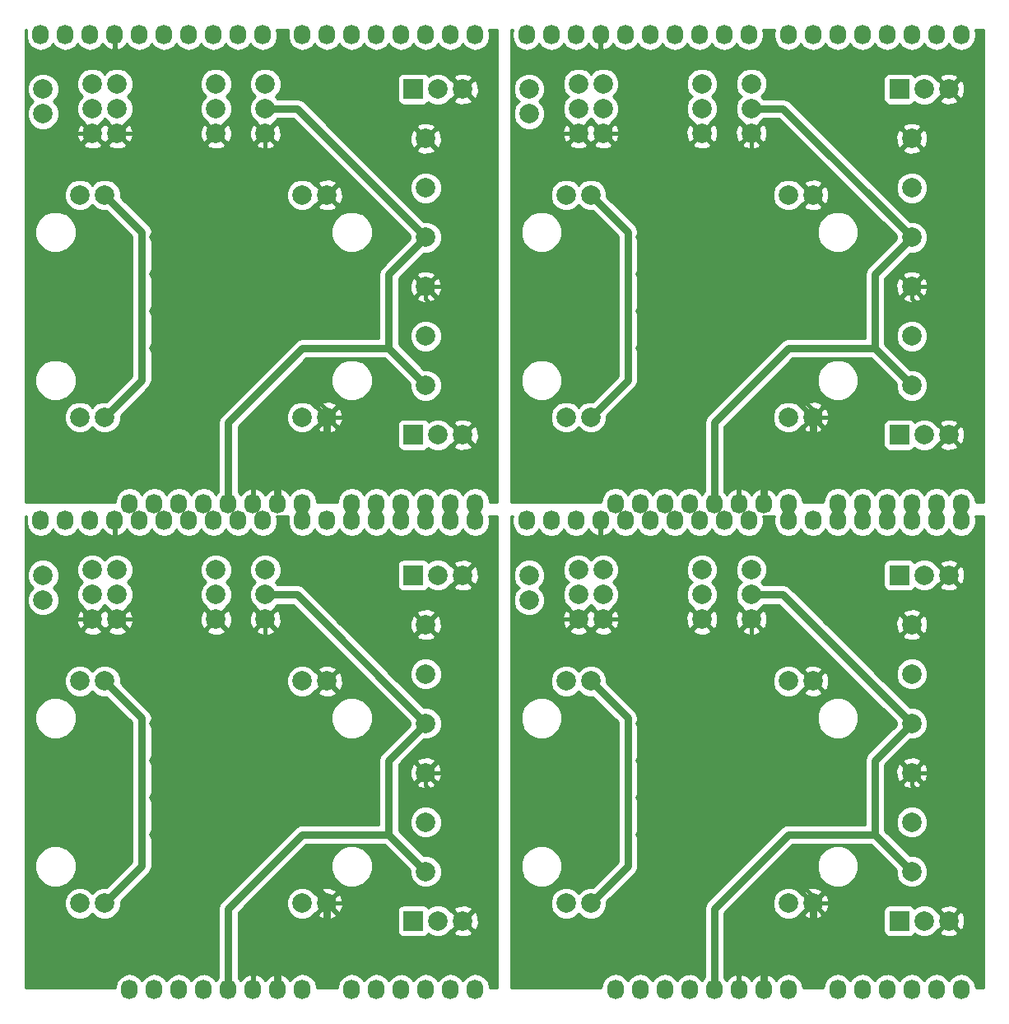
<source format=gtl>
G04 #@! TF.FileFunction,Copper,L1,Top,Signal*
%FSLAX46Y46*%
G04 Gerber Fmt 4.6, Leading zero omitted, Abs format (unit mm)*
G04 Created by KiCad (PCBNEW 4.0.6) date 02/07/18 21:35:10*
%MOMM*%
%LPD*%
G01*
G04 APERTURE LIST*
%ADD10C,0.100000*%
%ADD11C,2.000000*%
%ADD12O,1.727200X2.032000*%
%ADD13R,2.000000X2.000000*%
%ADD14C,1.000000*%
%ADD15C,0.800000*%
%ADD16C,0.400000*%
%ADD17C,0.254000*%
G04 APERTURE END LIST*
D10*
D11*
X94418000Y-131665000D03*
X94418000Y-126585000D03*
X94418000Y-121505000D03*
X58858000Y-112075000D03*
X61398000Y-134935000D03*
X58858000Y-134935000D03*
X61398000Y-112075000D03*
X81718000Y-134935000D03*
X84258000Y-134935000D03*
X81718000Y-112075000D03*
X84258000Y-112075000D03*
D12*
X63938000Y-143825000D03*
X66478000Y-143825000D03*
X69018000Y-143825000D03*
X71558000Y-143825000D03*
X74098000Y-143825000D03*
X76638000Y-143825000D03*
X79178000Y-143825000D03*
X81718000Y-143825000D03*
X86798000Y-143825000D03*
X89338000Y-143825000D03*
X91878000Y-143825000D03*
X94418000Y-143825000D03*
X96958000Y-143825000D03*
X99498000Y-143825000D03*
X54794000Y-95565000D03*
X57334000Y-95565000D03*
X59874000Y-95565000D03*
X62414000Y-95565000D03*
X64954000Y-95565000D03*
X67494000Y-95565000D03*
X70034000Y-95565000D03*
X72574000Y-95565000D03*
X75114000Y-95565000D03*
X77654000Y-95565000D03*
X81718000Y-95565000D03*
X84258000Y-95565000D03*
X86798000Y-95565000D03*
X89338000Y-95565000D03*
X91878000Y-95565000D03*
X94418000Y-95565000D03*
X96958000Y-95565000D03*
X99498000Y-95565000D03*
D13*
X93148000Y-101185000D03*
D11*
X95688000Y-101185000D03*
X98228000Y-101185000D03*
D13*
X93148000Y-136745000D03*
D11*
X95688000Y-136745000D03*
X98228000Y-136745000D03*
X94418000Y-116425000D03*
X94418000Y-111345000D03*
X94418000Y-106265000D03*
X72828000Y-105725000D03*
X72828000Y-103185000D03*
X72828000Y-100645000D03*
X77908000Y-105725000D03*
X77908000Y-103185000D03*
X77908000Y-100645000D03*
X62668000Y-105725000D03*
X60128000Y-105725000D03*
X62668000Y-103185000D03*
X60128000Y-103185000D03*
X62668000Y-100645000D03*
X60128000Y-100645000D03*
X55048000Y-101185000D03*
X55048000Y-103725000D03*
X144418000Y-131665000D03*
X144418000Y-126585000D03*
X144418000Y-121505000D03*
X108858000Y-112075000D03*
X111398000Y-134935000D03*
X108858000Y-134935000D03*
X111398000Y-112075000D03*
X131718000Y-134935000D03*
X134258000Y-134935000D03*
X131718000Y-112075000D03*
X134258000Y-112075000D03*
D12*
X113938000Y-143825000D03*
X116478000Y-143825000D03*
X119018000Y-143825000D03*
X121558000Y-143825000D03*
X124098000Y-143825000D03*
X126638000Y-143825000D03*
X129178000Y-143825000D03*
X131718000Y-143825000D03*
X136798000Y-143825000D03*
X139338000Y-143825000D03*
X141878000Y-143825000D03*
X144418000Y-143825000D03*
X146958000Y-143825000D03*
X149498000Y-143825000D03*
X104794000Y-95565000D03*
X107334000Y-95565000D03*
X109874000Y-95565000D03*
X112414000Y-95565000D03*
X114954000Y-95565000D03*
X117494000Y-95565000D03*
X120034000Y-95565000D03*
X122574000Y-95565000D03*
X125114000Y-95565000D03*
X127654000Y-95565000D03*
X131718000Y-95565000D03*
X134258000Y-95565000D03*
X136798000Y-95565000D03*
X139338000Y-95565000D03*
X141878000Y-95565000D03*
X144418000Y-95565000D03*
X146958000Y-95565000D03*
X149498000Y-95565000D03*
D13*
X143148000Y-101185000D03*
D11*
X145688000Y-101185000D03*
X148228000Y-101185000D03*
D13*
X143148000Y-136745000D03*
D11*
X145688000Y-136745000D03*
X148228000Y-136745000D03*
X144418000Y-116425000D03*
X144418000Y-111345000D03*
X144418000Y-106265000D03*
X122828000Y-105725000D03*
X122828000Y-103185000D03*
X122828000Y-100645000D03*
X127908000Y-105725000D03*
X127908000Y-103185000D03*
X127908000Y-100645000D03*
X112668000Y-105725000D03*
X110128000Y-105725000D03*
X112668000Y-103185000D03*
X110128000Y-103185000D03*
X112668000Y-100645000D03*
X110128000Y-100645000D03*
X105048000Y-101185000D03*
X105048000Y-103725000D03*
X94418000Y-81665000D03*
X94418000Y-76585000D03*
X94418000Y-71505000D03*
X58858000Y-62075000D03*
X61398000Y-84935000D03*
X58858000Y-84935000D03*
X61398000Y-62075000D03*
X81718000Y-84935000D03*
X84258000Y-84935000D03*
X81718000Y-62075000D03*
X84258000Y-62075000D03*
D12*
X63938000Y-93825000D03*
X66478000Y-93825000D03*
X69018000Y-93825000D03*
X71558000Y-93825000D03*
X74098000Y-93825000D03*
X76638000Y-93825000D03*
X79178000Y-93825000D03*
X81718000Y-93825000D03*
X86798000Y-93825000D03*
X89338000Y-93825000D03*
X91878000Y-93825000D03*
X94418000Y-93825000D03*
X96958000Y-93825000D03*
X99498000Y-93825000D03*
X54794000Y-45565000D03*
X57334000Y-45565000D03*
X59874000Y-45565000D03*
X62414000Y-45565000D03*
X64954000Y-45565000D03*
X67494000Y-45565000D03*
X70034000Y-45565000D03*
X72574000Y-45565000D03*
X75114000Y-45565000D03*
X77654000Y-45565000D03*
X81718000Y-45565000D03*
X84258000Y-45565000D03*
X86798000Y-45565000D03*
X89338000Y-45565000D03*
X91878000Y-45565000D03*
X94418000Y-45565000D03*
X96958000Y-45565000D03*
X99498000Y-45565000D03*
D13*
X93148000Y-51185000D03*
D11*
X95688000Y-51185000D03*
X98228000Y-51185000D03*
D13*
X93148000Y-86745000D03*
D11*
X95688000Y-86745000D03*
X98228000Y-86745000D03*
X94418000Y-66425000D03*
X94418000Y-61345000D03*
X94418000Y-56265000D03*
X72828000Y-55725000D03*
X72828000Y-53185000D03*
X72828000Y-50645000D03*
X77908000Y-55725000D03*
X77908000Y-53185000D03*
X77908000Y-50645000D03*
X62668000Y-55725000D03*
X60128000Y-55725000D03*
X62668000Y-53185000D03*
X60128000Y-53185000D03*
X62668000Y-50645000D03*
X60128000Y-50645000D03*
X55048000Y-51185000D03*
X55048000Y-53725000D03*
X144418000Y-81665000D03*
X144418000Y-76585000D03*
X144418000Y-71505000D03*
X108858000Y-62075000D03*
X111398000Y-84935000D03*
X108858000Y-84935000D03*
X111398000Y-62075000D03*
X131718000Y-84935000D03*
X134258000Y-84935000D03*
X131718000Y-62075000D03*
X134258000Y-62075000D03*
D12*
X113938000Y-93825000D03*
X116478000Y-93825000D03*
X119018000Y-93825000D03*
X121558000Y-93825000D03*
X124098000Y-93825000D03*
X126638000Y-93825000D03*
X129178000Y-93825000D03*
X131718000Y-93825000D03*
X136798000Y-93825000D03*
X139338000Y-93825000D03*
X141878000Y-93825000D03*
X144418000Y-93825000D03*
X146958000Y-93825000D03*
X149498000Y-93825000D03*
X104794000Y-45565000D03*
X107334000Y-45565000D03*
X109874000Y-45565000D03*
X112414000Y-45565000D03*
X114954000Y-45565000D03*
X117494000Y-45565000D03*
X120034000Y-45565000D03*
X122574000Y-45565000D03*
X125114000Y-45565000D03*
X127654000Y-45565000D03*
X131718000Y-45565000D03*
X134258000Y-45565000D03*
X136798000Y-45565000D03*
X139338000Y-45565000D03*
X141878000Y-45565000D03*
X144418000Y-45565000D03*
X146958000Y-45565000D03*
X149498000Y-45565000D03*
D13*
X143148000Y-51185000D03*
D11*
X145688000Y-51185000D03*
X148228000Y-51185000D03*
D13*
X143148000Y-86745000D03*
D11*
X145688000Y-86745000D03*
X148228000Y-86745000D03*
X144418000Y-66425000D03*
X144418000Y-61345000D03*
X144418000Y-56265000D03*
X122828000Y-55725000D03*
X122828000Y-53185000D03*
X122828000Y-50645000D03*
X127908000Y-55725000D03*
X127908000Y-53185000D03*
X127908000Y-50645000D03*
X112668000Y-55725000D03*
X110128000Y-55725000D03*
X112668000Y-53185000D03*
X110128000Y-53185000D03*
X112668000Y-50645000D03*
X110128000Y-50645000D03*
X105048000Y-51185000D03*
X105048000Y-53725000D03*
D14*
X96958000Y-125315000D03*
X100768000Y-140555000D03*
X72828000Y-108805000D03*
X77908000Y-108805000D03*
X66478000Y-108805000D03*
X61398000Y-108805000D03*
X61398000Y-131665000D03*
X61398000Y-127855000D03*
X61398000Y-124045000D03*
X61398000Y-120235000D03*
X61398000Y-116425000D03*
X71558000Y-141825000D03*
X91878000Y-141825000D03*
X81718000Y-131665000D03*
X90608000Y-131665000D03*
X86798000Y-120235000D03*
X86798000Y-124045000D03*
X100768000Y-118965000D03*
X100768000Y-110075000D03*
X84258000Y-140555000D03*
X81718000Y-98645000D03*
X89338000Y-98645000D03*
X89338000Y-106265000D03*
X82988000Y-107535000D03*
X69018000Y-99915000D03*
X66478000Y-99915000D03*
X55048000Y-112615000D03*
X55048000Y-118965000D03*
X55048000Y-126585000D03*
X55048000Y-134205000D03*
X55048000Y-141825000D03*
X60128000Y-141825000D03*
X66478000Y-112615000D03*
X77908000Y-112615000D03*
X77908000Y-116425000D03*
X66478000Y-116425000D03*
X66478000Y-120235000D03*
X77908000Y-120235000D03*
X77908000Y-124045000D03*
X66478000Y-124045000D03*
X66478000Y-127855000D03*
X77908000Y-127855000D03*
X66478000Y-131665000D03*
X66478000Y-136745000D03*
X76638000Y-138015000D03*
X146958000Y-125315000D03*
X150768000Y-140555000D03*
X122828000Y-108805000D03*
X127908000Y-108805000D03*
X116478000Y-108805000D03*
X111398000Y-108805000D03*
X111398000Y-131665000D03*
X111398000Y-127855000D03*
X111398000Y-124045000D03*
X111398000Y-120235000D03*
X111398000Y-116425000D03*
X121558000Y-141825000D03*
X141878000Y-141825000D03*
X131718000Y-131665000D03*
X140608000Y-131665000D03*
X136798000Y-120235000D03*
X136798000Y-124045000D03*
X150768000Y-118965000D03*
X150768000Y-110075000D03*
X134258000Y-140555000D03*
X131718000Y-98645000D03*
X139338000Y-98645000D03*
X139338000Y-106265000D03*
X132988000Y-107535000D03*
X119018000Y-99915000D03*
X116478000Y-99915000D03*
X105048000Y-112615000D03*
X105048000Y-118965000D03*
X105048000Y-126585000D03*
X105048000Y-134205000D03*
X105048000Y-141825000D03*
X110128000Y-141825000D03*
X116478000Y-112615000D03*
X127908000Y-112615000D03*
X127908000Y-116425000D03*
X116478000Y-116425000D03*
X116478000Y-120235000D03*
X127908000Y-120235000D03*
X127908000Y-124045000D03*
X116478000Y-124045000D03*
X116478000Y-127855000D03*
X127908000Y-127855000D03*
X116478000Y-131665000D03*
X116478000Y-136745000D03*
X126638000Y-138015000D03*
X96958000Y-75315000D03*
X100768000Y-90555000D03*
X72828000Y-58805000D03*
X77908000Y-58805000D03*
X66478000Y-58805000D03*
X61398000Y-58805000D03*
X61398000Y-81665000D03*
X61398000Y-77855000D03*
X61398000Y-74045000D03*
X61398000Y-70235000D03*
X61398000Y-66425000D03*
X71558000Y-91825000D03*
X91878000Y-91825000D03*
X81718000Y-81665000D03*
X90608000Y-81665000D03*
X86798000Y-70235000D03*
X86798000Y-74045000D03*
X100768000Y-68965000D03*
X100768000Y-60075000D03*
X84258000Y-90555000D03*
X81718000Y-48645000D03*
X89338000Y-48645000D03*
X89338000Y-56265000D03*
X82988000Y-57535000D03*
X69018000Y-49915000D03*
X66478000Y-49915000D03*
X55048000Y-62615000D03*
X55048000Y-68965000D03*
X55048000Y-76585000D03*
X55048000Y-84205000D03*
X55048000Y-91825000D03*
X60128000Y-91825000D03*
X66478000Y-62615000D03*
X77908000Y-62615000D03*
X77908000Y-66425000D03*
X66478000Y-66425000D03*
X66478000Y-70235000D03*
X77908000Y-70235000D03*
X77908000Y-74045000D03*
X66478000Y-74045000D03*
X66478000Y-77855000D03*
X77908000Y-77855000D03*
X66478000Y-81665000D03*
X66478000Y-86745000D03*
X76638000Y-88015000D03*
X146958000Y-75315000D03*
X150768000Y-90555000D03*
X122828000Y-58805000D03*
X127908000Y-58805000D03*
X116478000Y-58805000D03*
X111398000Y-58805000D03*
X111398000Y-81665000D03*
X111398000Y-77855000D03*
X111398000Y-74045000D03*
X111398000Y-70235000D03*
X111398000Y-66425000D03*
X121558000Y-91825000D03*
X141878000Y-91825000D03*
X131718000Y-81665000D03*
X140608000Y-81665000D03*
X136798000Y-70235000D03*
X136798000Y-74045000D03*
X150768000Y-68965000D03*
X150768000Y-60075000D03*
X134258000Y-90555000D03*
X131718000Y-48645000D03*
X139338000Y-48645000D03*
X139338000Y-56265000D03*
X132988000Y-57535000D03*
X119018000Y-49915000D03*
X116478000Y-49915000D03*
X105048000Y-62615000D03*
X105048000Y-68965000D03*
X105048000Y-76585000D03*
X105048000Y-84205000D03*
X105048000Y-91825000D03*
X110128000Y-91825000D03*
X116478000Y-62615000D03*
X127908000Y-62615000D03*
X127908000Y-66425000D03*
X116478000Y-66425000D03*
X116478000Y-70235000D03*
X127908000Y-70235000D03*
X127908000Y-74045000D03*
X116478000Y-74045000D03*
X116478000Y-77855000D03*
X127908000Y-77855000D03*
X116478000Y-81665000D03*
X116478000Y-86745000D03*
X126638000Y-88015000D03*
D15*
X90608000Y-127855000D02*
X90608000Y-120235000D01*
X90608000Y-120235000D02*
X94418000Y-116425000D01*
X74098000Y-143825000D02*
X74098000Y-135475000D01*
X90608000Y-127855000D02*
X94418000Y-131665000D01*
X81718000Y-127855000D02*
X90608000Y-127855000D01*
X74098000Y-135475000D02*
X81718000Y-127855000D01*
X77908000Y-103185000D02*
X81178000Y-103185000D01*
X81178000Y-103185000D02*
X94418000Y-116425000D01*
X140608000Y-127855000D02*
X140608000Y-120235000D01*
X140608000Y-120235000D02*
X144418000Y-116425000D01*
X124098000Y-143825000D02*
X124098000Y-135475000D01*
X140608000Y-127855000D02*
X144418000Y-131665000D01*
X131718000Y-127855000D02*
X140608000Y-127855000D01*
X124098000Y-135475000D02*
X131718000Y-127855000D01*
X127908000Y-103185000D02*
X131178000Y-103185000D01*
X131178000Y-103185000D02*
X144418000Y-116425000D01*
X90608000Y-77855000D02*
X90608000Y-70235000D01*
X90608000Y-70235000D02*
X94418000Y-66425000D01*
X74098000Y-93825000D02*
X74098000Y-85475000D01*
X90608000Y-77855000D02*
X94418000Y-81665000D01*
X81718000Y-77855000D02*
X90608000Y-77855000D01*
X74098000Y-85475000D02*
X81718000Y-77855000D01*
X77908000Y-53185000D02*
X81178000Y-53185000D01*
X81178000Y-53185000D02*
X94418000Y-66425000D01*
X140608000Y-77855000D02*
X140608000Y-70235000D01*
X140608000Y-70235000D02*
X144418000Y-66425000D01*
X124098000Y-93825000D02*
X124098000Y-85475000D01*
X140608000Y-77855000D02*
X144418000Y-81665000D01*
X131718000Y-77855000D02*
X140608000Y-77855000D01*
X124098000Y-85475000D02*
X131718000Y-77855000D01*
X127908000Y-53185000D02*
X131178000Y-53185000D01*
X131178000Y-53185000D02*
X144418000Y-66425000D01*
D16*
X94418000Y-122775000D02*
X96958000Y-125315000D01*
X94418000Y-121505000D02*
X94418000Y-122775000D01*
X91878000Y-140555000D02*
X100768000Y-140555000D01*
X77908000Y-105725000D02*
X77908000Y-108805000D01*
X72828000Y-108805000D02*
X71558000Y-108805000D01*
X55048000Y-108805000D02*
X61398000Y-108805000D01*
X61398000Y-124045000D02*
X61398000Y-127855000D01*
X61398000Y-116425000D02*
X61398000Y-120235000D01*
X66478000Y-136745000D02*
X71558000Y-141825000D01*
X91878000Y-140555000D02*
X91878000Y-141825000D01*
X84258000Y-134935000D02*
X84258000Y-134205000D01*
X84258000Y-134205000D02*
X81718000Y-131665000D01*
X84258000Y-134935000D02*
X87338000Y-134935000D01*
X87338000Y-134935000D02*
X90608000Y-131665000D01*
X62414000Y-95565000D02*
X62414000Y-97121000D01*
X65208000Y-99915000D02*
X66478000Y-99915000D01*
X62414000Y-97121000D02*
X65208000Y-99915000D01*
X86798000Y-124045000D02*
X86798000Y-120235000D01*
X100768000Y-118965000D02*
X100768000Y-110075000D01*
X84258000Y-140555000D02*
X91878000Y-140555000D01*
X98228000Y-121505000D02*
X94418000Y-121505000D01*
X100768000Y-118965000D02*
X98228000Y-121505000D01*
X62668000Y-105725000D02*
X65748000Y-105725000D01*
X89338000Y-106265000D02*
X89338000Y-98645000D01*
X81718000Y-107535000D02*
X82988000Y-107535000D01*
X79178000Y-110075000D02*
X81718000Y-107535000D01*
X72828000Y-110075000D02*
X79178000Y-110075000D01*
X70288000Y-107535000D02*
X71558000Y-108805000D01*
X71558000Y-108805000D02*
X72828000Y-110075000D01*
X70288000Y-106265000D02*
X70288000Y-107535000D01*
X69018000Y-104995000D02*
X70288000Y-106265000D01*
X69018000Y-99915000D02*
X69018000Y-104995000D01*
X66478000Y-104995000D02*
X66478000Y-99915000D01*
X65748000Y-105725000D02*
X66478000Y-104995000D01*
X66478000Y-136745000D02*
X65208000Y-136745000D01*
X58128000Y-105725000D02*
X60128000Y-105725000D01*
X55048000Y-108805000D02*
X58128000Y-105725000D01*
X55048000Y-112615000D02*
X55048000Y-108805000D01*
X55048000Y-126585000D02*
X55048000Y-118965000D01*
X55048000Y-141825000D02*
X55048000Y-134205000D01*
X65208000Y-136745000D02*
X60128000Y-141825000D01*
X66478000Y-112615000D02*
X77908000Y-112615000D01*
X77908000Y-116425000D02*
X66478000Y-116425000D01*
X66478000Y-120235000D02*
X77908000Y-120235000D01*
X77908000Y-124045000D02*
X66478000Y-124045000D01*
X66478000Y-127855000D02*
X77908000Y-127855000D01*
X66478000Y-131665000D02*
X66478000Y-136745000D01*
X76638000Y-138015000D02*
X76638000Y-143825000D01*
D15*
X79178000Y-143825000D02*
X79178000Y-140555000D01*
X84258000Y-136745000D02*
X84258000Y-134935000D01*
X82988000Y-138015000D02*
X84258000Y-136745000D01*
X81718000Y-138015000D02*
X82988000Y-138015000D01*
X79178000Y-140555000D02*
X81718000Y-138015000D01*
D16*
X144418000Y-122775000D02*
X146958000Y-125315000D01*
X144418000Y-121505000D02*
X144418000Y-122775000D01*
X141878000Y-140555000D02*
X150768000Y-140555000D01*
X127908000Y-105725000D02*
X127908000Y-108805000D01*
X122828000Y-108805000D02*
X121558000Y-108805000D01*
X105048000Y-108805000D02*
X111398000Y-108805000D01*
X111398000Y-124045000D02*
X111398000Y-127855000D01*
X111398000Y-116425000D02*
X111398000Y-120235000D01*
X116478000Y-136745000D02*
X121558000Y-141825000D01*
X141878000Y-140555000D02*
X141878000Y-141825000D01*
X134258000Y-134935000D02*
X134258000Y-134205000D01*
X134258000Y-134205000D02*
X131718000Y-131665000D01*
X134258000Y-134935000D02*
X137338000Y-134935000D01*
X137338000Y-134935000D02*
X140608000Y-131665000D01*
X112414000Y-95565000D02*
X112414000Y-97121000D01*
X115208000Y-99915000D02*
X116478000Y-99915000D01*
X112414000Y-97121000D02*
X115208000Y-99915000D01*
X136798000Y-124045000D02*
X136798000Y-120235000D01*
X150768000Y-118965000D02*
X150768000Y-110075000D01*
X134258000Y-140555000D02*
X141878000Y-140555000D01*
X148228000Y-121505000D02*
X144418000Y-121505000D01*
X150768000Y-118965000D02*
X148228000Y-121505000D01*
X112668000Y-105725000D02*
X115748000Y-105725000D01*
X139338000Y-106265000D02*
X139338000Y-98645000D01*
X131718000Y-107535000D02*
X132988000Y-107535000D01*
X129178000Y-110075000D02*
X131718000Y-107535000D01*
X122828000Y-110075000D02*
X129178000Y-110075000D01*
X120288000Y-107535000D02*
X121558000Y-108805000D01*
X121558000Y-108805000D02*
X122828000Y-110075000D01*
X120288000Y-106265000D02*
X120288000Y-107535000D01*
X119018000Y-104995000D02*
X120288000Y-106265000D01*
X119018000Y-99915000D02*
X119018000Y-104995000D01*
X116478000Y-104995000D02*
X116478000Y-99915000D01*
X115748000Y-105725000D02*
X116478000Y-104995000D01*
X116478000Y-136745000D02*
X115208000Y-136745000D01*
X108128000Y-105725000D02*
X110128000Y-105725000D01*
X105048000Y-108805000D02*
X108128000Y-105725000D01*
X105048000Y-112615000D02*
X105048000Y-108805000D01*
X105048000Y-126585000D02*
X105048000Y-118965000D01*
X105048000Y-141825000D02*
X105048000Y-134205000D01*
X115208000Y-136745000D02*
X110128000Y-141825000D01*
X116478000Y-112615000D02*
X127908000Y-112615000D01*
X127908000Y-116425000D02*
X116478000Y-116425000D01*
X116478000Y-120235000D02*
X127908000Y-120235000D01*
X127908000Y-124045000D02*
X116478000Y-124045000D01*
X116478000Y-127855000D02*
X127908000Y-127855000D01*
X116478000Y-131665000D02*
X116478000Y-136745000D01*
X126638000Y-138015000D02*
X126638000Y-143825000D01*
D15*
X129178000Y-143825000D02*
X129178000Y-140555000D01*
X134258000Y-136745000D02*
X134258000Y-134935000D01*
X132988000Y-138015000D02*
X134258000Y-136745000D01*
X131718000Y-138015000D02*
X132988000Y-138015000D01*
X129178000Y-140555000D02*
X131718000Y-138015000D01*
D16*
X94418000Y-72775000D02*
X96958000Y-75315000D01*
X94418000Y-71505000D02*
X94418000Y-72775000D01*
X91878000Y-90555000D02*
X100768000Y-90555000D01*
X77908000Y-55725000D02*
X77908000Y-58805000D01*
X72828000Y-58805000D02*
X71558000Y-58805000D01*
X55048000Y-58805000D02*
X61398000Y-58805000D01*
X61398000Y-74045000D02*
X61398000Y-77855000D01*
X61398000Y-66425000D02*
X61398000Y-70235000D01*
X66478000Y-86745000D02*
X71558000Y-91825000D01*
X91878000Y-90555000D02*
X91878000Y-91825000D01*
X84258000Y-84935000D02*
X84258000Y-84205000D01*
X84258000Y-84205000D02*
X81718000Y-81665000D01*
X84258000Y-84935000D02*
X87338000Y-84935000D01*
X87338000Y-84935000D02*
X90608000Y-81665000D01*
X62414000Y-45565000D02*
X62414000Y-47121000D01*
X65208000Y-49915000D02*
X66478000Y-49915000D01*
X62414000Y-47121000D02*
X65208000Y-49915000D01*
X86798000Y-74045000D02*
X86798000Y-70235000D01*
X100768000Y-68965000D02*
X100768000Y-60075000D01*
X84258000Y-90555000D02*
X91878000Y-90555000D01*
X98228000Y-71505000D02*
X94418000Y-71505000D01*
X100768000Y-68965000D02*
X98228000Y-71505000D01*
X62668000Y-55725000D02*
X65748000Y-55725000D01*
X89338000Y-56265000D02*
X89338000Y-48645000D01*
X81718000Y-57535000D02*
X82988000Y-57535000D01*
X79178000Y-60075000D02*
X81718000Y-57535000D01*
X72828000Y-60075000D02*
X79178000Y-60075000D01*
X70288000Y-57535000D02*
X71558000Y-58805000D01*
X71558000Y-58805000D02*
X72828000Y-60075000D01*
X70288000Y-56265000D02*
X70288000Y-57535000D01*
X69018000Y-54995000D02*
X70288000Y-56265000D01*
X69018000Y-49915000D02*
X69018000Y-54995000D01*
X66478000Y-54995000D02*
X66478000Y-49915000D01*
X65748000Y-55725000D02*
X66478000Y-54995000D01*
X66478000Y-86745000D02*
X65208000Y-86745000D01*
X58128000Y-55725000D02*
X60128000Y-55725000D01*
X55048000Y-58805000D02*
X58128000Y-55725000D01*
X55048000Y-62615000D02*
X55048000Y-58805000D01*
X55048000Y-76585000D02*
X55048000Y-68965000D01*
X55048000Y-91825000D02*
X55048000Y-84205000D01*
X65208000Y-86745000D02*
X60128000Y-91825000D01*
X66478000Y-62615000D02*
X77908000Y-62615000D01*
X77908000Y-66425000D02*
X66478000Y-66425000D01*
X66478000Y-70235000D02*
X77908000Y-70235000D01*
X77908000Y-74045000D02*
X66478000Y-74045000D01*
X66478000Y-77855000D02*
X77908000Y-77855000D01*
X66478000Y-81665000D02*
X66478000Y-86745000D01*
X76638000Y-88015000D02*
X76638000Y-93825000D01*
D15*
X79178000Y-93825000D02*
X79178000Y-90555000D01*
X84258000Y-86745000D02*
X84258000Y-84935000D01*
X82988000Y-88015000D02*
X84258000Y-86745000D01*
X81718000Y-88015000D02*
X82988000Y-88015000D01*
X79178000Y-90555000D02*
X81718000Y-88015000D01*
D16*
X144418000Y-72775000D02*
X146958000Y-75315000D01*
X144418000Y-71505000D02*
X144418000Y-72775000D01*
X141878000Y-90555000D02*
X150768000Y-90555000D01*
X127908000Y-55725000D02*
X127908000Y-58805000D01*
X122828000Y-58805000D02*
X121558000Y-58805000D01*
X105048000Y-58805000D02*
X111398000Y-58805000D01*
X111398000Y-74045000D02*
X111398000Y-77855000D01*
X111398000Y-66425000D02*
X111398000Y-70235000D01*
X116478000Y-86745000D02*
X121558000Y-91825000D01*
X141878000Y-90555000D02*
X141878000Y-91825000D01*
X134258000Y-84935000D02*
X134258000Y-84205000D01*
X134258000Y-84205000D02*
X131718000Y-81665000D01*
X134258000Y-84935000D02*
X137338000Y-84935000D01*
X137338000Y-84935000D02*
X140608000Y-81665000D01*
X112414000Y-45565000D02*
X112414000Y-47121000D01*
X115208000Y-49915000D02*
X116478000Y-49915000D01*
X112414000Y-47121000D02*
X115208000Y-49915000D01*
X136798000Y-74045000D02*
X136798000Y-70235000D01*
X150768000Y-68965000D02*
X150768000Y-60075000D01*
X134258000Y-90555000D02*
X141878000Y-90555000D01*
X148228000Y-71505000D02*
X144418000Y-71505000D01*
X150768000Y-68965000D02*
X148228000Y-71505000D01*
X112668000Y-55725000D02*
X115748000Y-55725000D01*
X139338000Y-56265000D02*
X139338000Y-48645000D01*
X131718000Y-57535000D02*
X132988000Y-57535000D01*
X129178000Y-60075000D02*
X131718000Y-57535000D01*
X122828000Y-60075000D02*
X129178000Y-60075000D01*
X120288000Y-57535000D02*
X121558000Y-58805000D01*
X121558000Y-58805000D02*
X122828000Y-60075000D01*
X120288000Y-56265000D02*
X120288000Y-57535000D01*
X119018000Y-54995000D02*
X120288000Y-56265000D01*
X119018000Y-49915000D02*
X119018000Y-54995000D01*
X116478000Y-54995000D02*
X116478000Y-49915000D01*
X115748000Y-55725000D02*
X116478000Y-54995000D01*
X116478000Y-86745000D02*
X115208000Y-86745000D01*
X108128000Y-55725000D02*
X110128000Y-55725000D01*
X105048000Y-58805000D02*
X108128000Y-55725000D01*
X105048000Y-62615000D02*
X105048000Y-58805000D01*
X105048000Y-76585000D02*
X105048000Y-68965000D01*
X105048000Y-91825000D02*
X105048000Y-84205000D01*
X115208000Y-86745000D02*
X110128000Y-91825000D01*
X116478000Y-62615000D02*
X127908000Y-62615000D01*
X127908000Y-66425000D02*
X116478000Y-66425000D01*
X116478000Y-70235000D02*
X127908000Y-70235000D01*
X127908000Y-74045000D02*
X116478000Y-74045000D01*
X116478000Y-77855000D02*
X127908000Y-77855000D01*
X116478000Y-81665000D02*
X116478000Y-86745000D01*
X126638000Y-88015000D02*
X126638000Y-93825000D01*
D15*
X129178000Y-93825000D02*
X129178000Y-90555000D01*
X134258000Y-86745000D02*
X134258000Y-84935000D01*
X132988000Y-88015000D02*
X134258000Y-86745000D01*
X131718000Y-88015000D02*
X132988000Y-88015000D01*
X129178000Y-90555000D02*
X131718000Y-88015000D01*
X61398000Y-112075000D02*
X65208000Y-115885000D01*
X65208000Y-131125000D02*
X61398000Y-134935000D01*
X65208000Y-115885000D02*
X65208000Y-131125000D01*
X111398000Y-112075000D02*
X115208000Y-115885000D01*
X115208000Y-131125000D02*
X111398000Y-134935000D01*
X115208000Y-115885000D02*
X115208000Y-131125000D01*
X61398000Y-62075000D02*
X65208000Y-65885000D01*
X65208000Y-81125000D02*
X61398000Y-84935000D01*
X65208000Y-65885000D02*
X65208000Y-81125000D01*
X111398000Y-62075000D02*
X115208000Y-65885000D01*
X115208000Y-81125000D02*
X111398000Y-84935000D01*
X115208000Y-65885000D02*
X115208000Y-81125000D01*
D17*
G36*
X53295400Y-95380255D02*
X53295400Y-95749745D01*
X53409474Y-96323234D01*
X53734330Y-96809415D01*
X54220511Y-97134271D01*
X54794000Y-97248345D01*
X55367489Y-97134271D01*
X55853670Y-96809415D01*
X56064000Y-96494634D01*
X56274330Y-96809415D01*
X56760511Y-97134271D01*
X57334000Y-97248345D01*
X57907489Y-97134271D01*
X58393670Y-96809415D01*
X58604000Y-96494634D01*
X58814330Y-96809415D01*
X59300511Y-97134271D01*
X59874000Y-97248345D01*
X60447489Y-97134271D01*
X60933670Y-96809415D01*
X61140461Y-96499931D01*
X61511964Y-96915732D01*
X62039209Y-97169709D01*
X62054974Y-97172358D01*
X62287000Y-97051217D01*
X62287000Y-95692000D01*
X62267000Y-95692000D01*
X62267000Y-95438000D01*
X62287000Y-95438000D01*
X62287000Y-95418000D01*
X62541000Y-95418000D01*
X62541000Y-95438000D01*
X62561000Y-95438000D01*
X62561000Y-95692000D01*
X62541000Y-95692000D01*
X62541000Y-97051217D01*
X62773026Y-97172358D01*
X62788791Y-97169709D01*
X63316036Y-96915732D01*
X63687539Y-96499931D01*
X63894330Y-96809415D01*
X64380511Y-97134271D01*
X64954000Y-97248345D01*
X65527489Y-97134271D01*
X66013670Y-96809415D01*
X66224000Y-96494634D01*
X66434330Y-96809415D01*
X66920511Y-97134271D01*
X67494000Y-97248345D01*
X68067489Y-97134271D01*
X68553670Y-96809415D01*
X68764000Y-96494634D01*
X68974330Y-96809415D01*
X69460511Y-97134271D01*
X70034000Y-97248345D01*
X70607489Y-97134271D01*
X71093670Y-96809415D01*
X71304000Y-96494634D01*
X71514330Y-96809415D01*
X72000511Y-97134271D01*
X72574000Y-97248345D01*
X73147489Y-97134271D01*
X73633670Y-96809415D01*
X73844000Y-96494634D01*
X74054330Y-96809415D01*
X74540511Y-97134271D01*
X75114000Y-97248345D01*
X75687489Y-97134271D01*
X76173670Y-96809415D01*
X76384000Y-96494634D01*
X76594330Y-96809415D01*
X77080511Y-97134271D01*
X77654000Y-97248345D01*
X78227489Y-97134271D01*
X78713670Y-96809415D01*
X79038526Y-96323234D01*
X79152600Y-95749745D01*
X79152600Y-95380255D01*
X79091881Y-95075000D01*
X80280119Y-95075000D01*
X80219400Y-95380255D01*
X80219400Y-95749745D01*
X80333474Y-96323234D01*
X80658330Y-96809415D01*
X81144511Y-97134271D01*
X81718000Y-97248345D01*
X82291489Y-97134271D01*
X82777670Y-96809415D01*
X82988000Y-96494634D01*
X83198330Y-96809415D01*
X83684511Y-97134271D01*
X84258000Y-97248345D01*
X84831489Y-97134271D01*
X85317670Y-96809415D01*
X85528000Y-96494634D01*
X85738330Y-96809415D01*
X86224511Y-97134271D01*
X86798000Y-97248345D01*
X87371489Y-97134271D01*
X87857670Y-96809415D01*
X88068000Y-96494634D01*
X88278330Y-96809415D01*
X88764511Y-97134271D01*
X89338000Y-97248345D01*
X89911489Y-97134271D01*
X90397670Y-96809415D01*
X90608000Y-96494634D01*
X90818330Y-96809415D01*
X91304511Y-97134271D01*
X91878000Y-97248345D01*
X92451489Y-97134271D01*
X92937670Y-96809415D01*
X93148000Y-96494634D01*
X93358330Y-96809415D01*
X93844511Y-97134271D01*
X94418000Y-97248345D01*
X94991489Y-97134271D01*
X95477670Y-96809415D01*
X95688000Y-96494634D01*
X95898330Y-96809415D01*
X96384511Y-97134271D01*
X96958000Y-97248345D01*
X97531489Y-97134271D01*
X98017670Y-96809415D01*
X98228000Y-96494634D01*
X98438330Y-96809415D01*
X98924511Y-97134271D01*
X99498000Y-97248345D01*
X100071489Y-97134271D01*
X100557670Y-96809415D01*
X100882526Y-96323234D01*
X100996600Y-95749745D01*
X100996600Y-95380255D01*
X100935881Y-95075000D01*
X101798000Y-95075000D01*
X101798000Y-143655000D01*
X100996600Y-143655000D01*
X100996600Y-143640255D01*
X100882526Y-143066766D01*
X100557670Y-142580585D01*
X100071489Y-142255729D01*
X99498000Y-142141655D01*
X98924511Y-142255729D01*
X98438330Y-142580585D01*
X98228000Y-142895366D01*
X98017670Y-142580585D01*
X97531489Y-142255729D01*
X96958000Y-142141655D01*
X96384511Y-142255729D01*
X95898330Y-142580585D01*
X95688000Y-142895366D01*
X95477670Y-142580585D01*
X94991489Y-142255729D01*
X94418000Y-142141655D01*
X93844511Y-142255729D01*
X93358330Y-142580585D01*
X93148000Y-142895366D01*
X92937670Y-142580585D01*
X92451489Y-142255729D01*
X91878000Y-142141655D01*
X91304511Y-142255729D01*
X90818330Y-142580585D01*
X90608000Y-142895366D01*
X90397670Y-142580585D01*
X89911489Y-142255729D01*
X89338000Y-142141655D01*
X88764511Y-142255729D01*
X88278330Y-142580585D01*
X88068000Y-142895366D01*
X87857670Y-142580585D01*
X87371489Y-142255729D01*
X86798000Y-142141655D01*
X86224511Y-142255729D01*
X85738330Y-142580585D01*
X85413474Y-143066766D01*
X85299400Y-143640255D01*
X85299400Y-143655000D01*
X83216600Y-143655000D01*
X83216600Y-143640255D01*
X83102526Y-143066766D01*
X82777670Y-142580585D01*
X82291489Y-142255729D01*
X81718000Y-142141655D01*
X81144511Y-142255729D01*
X80658330Y-142580585D01*
X80451539Y-142890069D01*
X80080036Y-142474268D01*
X79552791Y-142220291D01*
X79537026Y-142217642D01*
X79305000Y-142338783D01*
X79305000Y-143655000D01*
X79051000Y-143655000D01*
X79051000Y-142338783D01*
X78818974Y-142217642D01*
X78803209Y-142220291D01*
X78275964Y-142474268D01*
X77908000Y-142886108D01*
X77540036Y-142474268D01*
X77012791Y-142220291D01*
X76997026Y-142217642D01*
X76765000Y-142338783D01*
X76765000Y-143655000D01*
X76511000Y-143655000D01*
X76511000Y-142338783D01*
X76278974Y-142217642D01*
X76263209Y-142220291D01*
X75735964Y-142474268D01*
X75364461Y-142890069D01*
X75157670Y-142580585D01*
X75133000Y-142564101D01*
X75133000Y-135903712D01*
X75777916Y-135258795D01*
X80082716Y-135258795D01*
X80331106Y-135859943D01*
X80790637Y-136320278D01*
X81391352Y-136569716D01*
X82041795Y-136570284D01*
X82642943Y-136321894D01*
X82877715Y-136087532D01*
X83285073Y-136087532D01*
X83383736Y-136354387D01*
X83993461Y-136580908D01*
X84643460Y-136556856D01*
X85132264Y-136354387D01*
X85230927Y-136087532D01*
X84258000Y-135114605D01*
X83285073Y-136087532D01*
X82877715Y-136087532D01*
X83070562Y-135895022D01*
X83105468Y-135907927D01*
X84078395Y-134935000D01*
X84437605Y-134935000D01*
X85410532Y-135907927D01*
X85677387Y-135809264D01*
X85701261Y-135745000D01*
X91500560Y-135745000D01*
X91500560Y-137745000D01*
X91544838Y-137980317D01*
X91683910Y-138196441D01*
X91896110Y-138341431D01*
X92148000Y-138392440D01*
X94148000Y-138392440D01*
X94383317Y-138348162D01*
X94599441Y-138209090D01*
X94696910Y-138066439D01*
X94760637Y-138130278D01*
X95361352Y-138379716D01*
X96011795Y-138380284D01*
X96612943Y-138131894D01*
X96847715Y-137897532D01*
X97255073Y-137897532D01*
X97353736Y-138164387D01*
X97963461Y-138390908D01*
X98613460Y-138366856D01*
X99102264Y-138164387D01*
X99200927Y-137897532D01*
X98228000Y-136924605D01*
X97255073Y-137897532D01*
X96847715Y-137897532D01*
X97040562Y-137705022D01*
X97075468Y-137717927D01*
X98048395Y-136745000D01*
X98407605Y-136745000D01*
X99380532Y-137717927D01*
X99647387Y-137619264D01*
X99873908Y-137009539D01*
X99849856Y-136359540D01*
X99647387Y-135870736D01*
X99380532Y-135772073D01*
X98407605Y-136745000D01*
X98048395Y-136745000D01*
X97075468Y-135772073D01*
X97040062Y-135785164D01*
X96847703Y-135592468D01*
X97255073Y-135592468D01*
X98228000Y-136565395D01*
X99200927Y-135592468D01*
X99102264Y-135325613D01*
X98492539Y-135099092D01*
X97842540Y-135123144D01*
X97353736Y-135325613D01*
X97255073Y-135592468D01*
X96847703Y-135592468D01*
X96615363Y-135359722D01*
X96014648Y-135110284D01*
X95364205Y-135109716D01*
X94763057Y-135358106D01*
X94696426Y-135424621D01*
X94612090Y-135293559D01*
X94399890Y-135148569D01*
X94148000Y-135097560D01*
X92148000Y-135097560D01*
X91912683Y-135141838D01*
X91696559Y-135280910D01*
X91551569Y-135493110D01*
X91500560Y-135745000D01*
X85701261Y-135745000D01*
X85903908Y-135199539D01*
X85879856Y-134549540D01*
X85677387Y-134060736D01*
X85410532Y-133962073D01*
X84437605Y-134935000D01*
X84078395Y-134935000D01*
X83105468Y-133962073D01*
X83070062Y-133975164D01*
X82877703Y-133782468D01*
X83285073Y-133782468D01*
X84258000Y-134755395D01*
X85230927Y-133782468D01*
X85132264Y-133515613D01*
X84522539Y-133289092D01*
X83872540Y-133313144D01*
X83383736Y-133515613D01*
X83285073Y-133782468D01*
X82877703Y-133782468D01*
X82645363Y-133549722D01*
X82044648Y-133300284D01*
X81394205Y-133299716D01*
X80793057Y-133548106D01*
X80332722Y-134007637D01*
X80083284Y-134608352D01*
X80082716Y-135258795D01*
X75777916Y-135258795D01*
X79488896Y-131547815D01*
X84662630Y-131547815D01*
X84986980Y-132332800D01*
X85587041Y-132933909D01*
X86371459Y-133259628D01*
X87220815Y-133260370D01*
X88005800Y-132936020D01*
X88606909Y-132335959D01*
X88932628Y-131551541D01*
X88933370Y-130702185D01*
X88609020Y-129917200D01*
X88008959Y-129316091D01*
X87224541Y-128990372D01*
X86375185Y-128989630D01*
X85590200Y-129313980D01*
X84989091Y-129914041D01*
X84663372Y-130698459D01*
X84662630Y-131547815D01*
X79488896Y-131547815D01*
X82146711Y-128890000D01*
X90179288Y-128890000D01*
X92783148Y-131493859D01*
X92782716Y-131988795D01*
X93031106Y-132589943D01*
X93490637Y-133050278D01*
X94091352Y-133299716D01*
X94741795Y-133300284D01*
X95342943Y-133051894D01*
X95803278Y-132592363D01*
X96052716Y-131991648D01*
X96053284Y-131341205D01*
X95804894Y-130740057D01*
X95345363Y-130279722D01*
X94744648Y-130030284D01*
X94246560Y-130029849D01*
X91643000Y-127426288D01*
X91643000Y-126908795D01*
X92782716Y-126908795D01*
X93031106Y-127509943D01*
X93490637Y-127970278D01*
X94091352Y-128219716D01*
X94741795Y-128220284D01*
X95342943Y-127971894D01*
X95803278Y-127512363D01*
X96052716Y-126911648D01*
X96053284Y-126261205D01*
X95804894Y-125660057D01*
X95345363Y-125199722D01*
X94744648Y-124950284D01*
X94094205Y-124949716D01*
X93493057Y-125198106D01*
X93032722Y-125657637D01*
X92783284Y-126258352D01*
X92782716Y-126908795D01*
X91643000Y-126908795D01*
X91643000Y-122657532D01*
X93445073Y-122657532D01*
X93543736Y-122924387D01*
X94153461Y-123150908D01*
X94803460Y-123126856D01*
X95292264Y-122924387D01*
X95390927Y-122657532D01*
X94418000Y-121684605D01*
X93445073Y-122657532D01*
X91643000Y-122657532D01*
X91643000Y-121240461D01*
X92772092Y-121240461D01*
X92796144Y-121890460D01*
X92998613Y-122379264D01*
X93265468Y-122477927D01*
X94238395Y-121505000D01*
X94597605Y-121505000D01*
X95570532Y-122477927D01*
X95837387Y-122379264D01*
X96063908Y-121769539D01*
X96039856Y-121119540D01*
X95837387Y-120630736D01*
X95570532Y-120532073D01*
X94597605Y-121505000D01*
X94238395Y-121505000D01*
X93265468Y-120532073D01*
X92998613Y-120630736D01*
X92772092Y-121240461D01*
X91643000Y-121240461D01*
X91643000Y-120663712D01*
X91954243Y-120352468D01*
X93445073Y-120352468D01*
X94418000Y-121325395D01*
X95390927Y-120352468D01*
X95292264Y-120085613D01*
X94682539Y-119859092D01*
X94032540Y-119883144D01*
X93543736Y-120085613D01*
X93445073Y-120352468D01*
X91954243Y-120352468D01*
X94246859Y-118059852D01*
X94741795Y-118060284D01*
X95342943Y-117811894D01*
X95803278Y-117352363D01*
X96052716Y-116751648D01*
X96053284Y-116101205D01*
X95804894Y-115500057D01*
X95345363Y-115039722D01*
X94744648Y-114790284D01*
X94246560Y-114789849D01*
X91125507Y-111668795D01*
X92782716Y-111668795D01*
X93031106Y-112269943D01*
X93490637Y-112730278D01*
X94091352Y-112979716D01*
X94741795Y-112980284D01*
X95342943Y-112731894D01*
X95803278Y-112272363D01*
X96052716Y-111671648D01*
X96053284Y-111021205D01*
X95804894Y-110420057D01*
X95345363Y-109959722D01*
X94744648Y-109710284D01*
X94094205Y-109709716D01*
X93493057Y-109958106D01*
X93032722Y-110417637D01*
X92783284Y-111018352D01*
X92782716Y-111668795D01*
X91125507Y-111668795D01*
X86874244Y-107417532D01*
X93445073Y-107417532D01*
X93543736Y-107684387D01*
X94153461Y-107910908D01*
X94803460Y-107886856D01*
X95292264Y-107684387D01*
X95390927Y-107417532D01*
X94418000Y-106444605D01*
X93445073Y-107417532D01*
X86874244Y-107417532D01*
X85457173Y-106000461D01*
X92772092Y-106000461D01*
X92796144Y-106650460D01*
X92998613Y-107139264D01*
X93265468Y-107237927D01*
X94238395Y-106265000D01*
X94597605Y-106265000D01*
X95570532Y-107237927D01*
X95837387Y-107139264D01*
X96063908Y-106529539D01*
X96039856Y-105879540D01*
X95837387Y-105390736D01*
X95570532Y-105292073D01*
X94597605Y-106265000D01*
X94238395Y-106265000D01*
X93265468Y-105292073D01*
X92998613Y-105390736D01*
X92772092Y-106000461D01*
X85457173Y-106000461D01*
X84569180Y-105112468D01*
X93445073Y-105112468D01*
X94418000Y-106085395D01*
X95390927Y-105112468D01*
X95292264Y-104845613D01*
X94682539Y-104619092D01*
X94032540Y-104643144D01*
X93543736Y-104845613D01*
X93445073Y-105112468D01*
X84569180Y-105112468D01*
X81909856Y-102453144D01*
X81574077Y-102228785D01*
X81178000Y-102149999D01*
X81177995Y-102150000D01*
X79185029Y-102150000D01*
X78950241Y-101914801D01*
X79293278Y-101572363D01*
X79542716Y-100971648D01*
X79543284Y-100321205D01*
X79487006Y-100185000D01*
X91500560Y-100185000D01*
X91500560Y-102185000D01*
X91544838Y-102420317D01*
X91683910Y-102636441D01*
X91896110Y-102781431D01*
X92148000Y-102832440D01*
X94148000Y-102832440D01*
X94383317Y-102788162D01*
X94599441Y-102649090D01*
X94696910Y-102506439D01*
X94760637Y-102570278D01*
X95361352Y-102819716D01*
X96011795Y-102820284D01*
X96612943Y-102571894D01*
X96847715Y-102337532D01*
X97255073Y-102337532D01*
X97353736Y-102604387D01*
X97963461Y-102830908D01*
X98613460Y-102806856D01*
X99102264Y-102604387D01*
X99200927Y-102337532D01*
X98228000Y-101364605D01*
X97255073Y-102337532D01*
X96847715Y-102337532D01*
X97040562Y-102145022D01*
X97075468Y-102157927D01*
X98048395Y-101185000D01*
X98407605Y-101185000D01*
X99380532Y-102157927D01*
X99647387Y-102059264D01*
X99873908Y-101449539D01*
X99849856Y-100799540D01*
X99647387Y-100310736D01*
X99380532Y-100212073D01*
X98407605Y-101185000D01*
X98048395Y-101185000D01*
X97075468Y-100212073D01*
X97040062Y-100225164D01*
X96847703Y-100032468D01*
X97255073Y-100032468D01*
X98228000Y-101005395D01*
X99200927Y-100032468D01*
X99102264Y-99765613D01*
X98492539Y-99539092D01*
X97842540Y-99563144D01*
X97353736Y-99765613D01*
X97255073Y-100032468D01*
X96847703Y-100032468D01*
X96615363Y-99799722D01*
X96014648Y-99550284D01*
X95364205Y-99549716D01*
X94763057Y-99798106D01*
X94696426Y-99864621D01*
X94612090Y-99733559D01*
X94399890Y-99588569D01*
X94148000Y-99537560D01*
X92148000Y-99537560D01*
X91912683Y-99581838D01*
X91696559Y-99720910D01*
X91551569Y-99933110D01*
X91500560Y-100185000D01*
X79487006Y-100185000D01*
X79294894Y-99720057D01*
X78835363Y-99259722D01*
X78234648Y-99010284D01*
X77584205Y-99009716D01*
X76983057Y-99258106D01*
X76522722Y-99717637D01*
X76273284Y-100318352D01*
X76272716Y-100968795D01*
X76521106Y-101569943D01*
X76865759Y-101915199D01*
X76522722Y-102257637D01*
X76273284Y-102858352D01*
X76272716Y-103508795D01*
X76521106Y-104109943D01*
X76947978Y-104537562D01*
X76935073Y-104572468D01*
X77908000Y-105545395D01*
X78880927Y-104572468D01*
X78867836Y-104537062D01*
X79185453Y-104220000D01*
X80749288Y-104220000D01*
X92783148Y-116253859D01*
X92782849Y-116596440D01*
X89876144Y-119503144D01*
X89651785Y-119838923D01*
X89572999Y-120235000D01*
X89573000Y-120235005D01*
X89573000Y-126820000D01*
X81718000Y-126820000D01*
X81321922Y-126898785D01*
X81187429Y-126988651D01*
X80986144Y-127123144D01*
X80986142Y-127123147D01*
X73366144Y-134743144D01*
X73141785Y-135078923D01*
X73062999Y-135475000D01*
X73063000Y-135475005D01*
X73063000Y-142564101D01*
X73038330Y-142580585D01*
X72828000Y-142895366D01*
X72617670Y-142580585D01*
X72131489Y-142255729D01*
X71558000Y-142141655D01*
X70984511Y-142255729D01*
X70498330Y-142580585D01*
X70288000Y-142895366D01*
X70077670Y-142580585D01*
X69591489Y-142255729D01*
X69018000Y-142141655D01*
X68444511Y-142255729D01*
X67958330Y-142580585D01*
X67748000Y-142895366D01*
X67537670Y-142580585D01*
X67051489Y-142255729D01*
X66478000Y-142141655D01*
X65904511Y-142255729D01*
X65418330Y-142580585D01*
X65208000Y-142895366D01*
X64997670Y-142580585D01*
X64511489Y-142255729D01*
X63938000Y-142141655D01*
X63364511Y-142255729D01*
X62878330Y-142580585D01*
X62553474Y-143066766D01*
X62439400Y-143640255D01*
X62439400Y-143655000D01*
X53218000Y-143655000D01*
X53218000Y-131547815D01*
X54182630Y-131547815D01*
X54506980Y-132332800D01*
X55107041Y-132933909D01*
X55891459Y-133259628D01*
X56740815Y-133260370D01*
X57525800Y-132936020D01*
X58126909Y-132335959D01*
X58452628Y-131551541D01*
X58453370Y-130702185D01*
X58129020Y-129917200D01*
X57528959Y-129316091D01*
X56744541Y-128990372D01*
X55895185Y-128989630D01*
X55110200Y-129313980D01*
X54509091Y-129914041D01*
X54183372Y-130698459D01*
X54182630Y-131547815D01*
X53218000Y-131547815D01*
X53218000Y-116307815D01*
X54182630Y-116307815D01*
X54506980Y-117092800D01*
X55107041Y-117693909D01*
X55891459Y-118019628D01*
X56740815Y-118020370D01*
X57525800Y-117696020D01*
X58126909Y-117095959D01*
X58452628Y-116311541D01*
X58453370Y-115462185D01*
X58129020Y-114677200D01*
X57528959Y-114076091D01*
X56744541Y-113750372D01*
X55895185Y-113749630D01*
X55110200Y-114073980D01*
X54509091Y-114674041D01*
X54183372Y-115458459D01*
X54182630Y-116307815D01*
X53218000Y-116307815D01*
X53218000Y-112398795D01*
X57222716Y-112398795D01*
X57471106Y-112999943D01*
X57930637Y-113460278D01*
X58531352Y-113709716D01*
X59181795Y-113710284D01*
X59782943Y-113461894D01*
X60128199Y-113117241D01*
X60470637Y-113460278D01*
X61071352Y-113709716D01*
X61569439Y-113710151D01*
X64173000Y-116313711D01*
X64173000Y-130696289D01*
X61569140Y-133300148D01*
X61074205Y-133299716D01*
X60473057Y-133548106D01*
X60127801Y-133892759D01*
X59785363Y-133549722D01*
X59184648Y-133300284D01*
X58534205Y-133299716D01*
X57933057Y-133548106D01*
X57472722Y-134007637D01*
X57223284Y-134608352D01*
X57222716Y-135258795D01*
X57471106Y-135859943D01*
X57930637Y-136320278D01*
X58531352Y-136569716D01*
X59181795Y-136570284D01*
X59782943Y-136321894D01*
X60128199Y-135977241D01*
X60470637Y-136320278D01*
X61071352Y-136569716D01*
X61721795Y-136570284D01*
X62322943Y-136321894D01*
X62783278Y-135862363D01*
X63032716Y-135261648D01*
X63033151Y-134763561D01*
X65939853Y-131856858D01*
X65939856Y-131856856D01*
X66164215Y-131521077D01*
X66199994Y-131341205D01*
X66243001Y-131125000D01*
X66243000Y-131124995D01*
X66243000Y-116307815D01*
X84662630Y-116307815D01*
X84986980Y-117092800D01*
X85587041Y-117693909D01*
X86371459Y-118019628D01*
X87220815Y-118020370D01*
X88005800Y-117696020D01*
X88606909Y-117095959D01*
X88932628Y-116311541D01*
X88933370Y-115462185D01*
X88609020Y-114677200D01*
X88008959Y-114076091D01*
X87224541Y-113750372D01*
X86375185Y-113749630D01*
X85590200Y-114073980D01*
X84989091Y-114674041D01*
X84663372Y-115458459D01*
X84662630Y-116307815D01*
X66243000Y-116307815D01*
X66243000Y-115885005D01*
X66243001Y-115885000D01*
X66164215Y-115488923D01*
X66098116Y-115389999D01*
X65939856Y-115153144D01*
X65939853Y-115153142D01*
X63185507Y-112398795D01*
X80082716Y-112398795D01*
X80331106Y-112999943D01*
X80790637Y-113460278D01*
X81391352Y-113709716D01*
X82041795Y-113710284D01*
X82642943Y-113461894D01*
X82877715Y-113227532D01*
X83285073Y-113227532D01*
X83383736Y-113494387D01*
X83993461Y-113720908D01*
X84643460Y-113696856D01*
X85132264Y-113494387D01*
X85230927Y-113227532D01*
X84258000Y-112254605D01*
X83285073Y-113227532D01*
X82877715Y-113227532D01*
X83070562Y-113035022D01*
X83105468Y-113047927D01*
X84078395Y-112075000D01*
X84437605Y-112075000D01*
X85410532Y-113047927D01*
X85677387Y-112949264D01*
X85903908Y-112339539D01*
X85879856Y-111689540D01*
X85677387Y-111200736D01*
X85410532Y-111102073D01*
X84437605Y-112075000D01*
X84078395Y-112075000D01*
X83105468Y-111102073D01*
X83070062Y-111115164D01*
X82877703Y-110922468D01*
X83285073Y-110922468D01*
X84258000Y-111895395D01*
X85230927Y-110922468D01*
X85132264Y-110655613D01*
X84522539Y-110429092D01*
X83872540Y-110453144D01*
X83383736Y-110655613D01*
X83285073Y-110922468D01*
X82877703Y-110922468D01*
X82645363Y-110689722D01*
X82044648Y-110440284D01*
X81394205Y-110439716D01*
X80793057Y-110688106D01*
X80332722Y-111147637D01*
X80083284Y-111748352D01*
X80082716Y-112398795D01*
X63185507Y-112398795D01*
X63032852Y-112246140D01*
X63033284Y-111751205D01*
X62784894Y-111150057D01*
X62325363Y-110689722D01*
X61724648Y-110440284D01*
X61074205Y-110439716D01*
X60473057Y-110688106D01*
X60127801Y-111032759D01*
X59785363Y-110689722D01*
X59184648Y-110440284D01*
X58534205Y-110439716D01*
X57933057Y-110688106D01*
X57472722Y-111147637D01*
X57223284Y-111748352D01*
X57222716Y-112398795D01*
X53218000Y-112398795D01*
X53218000Y-106877532D01*
X59155073Y-106877532D01*
X59253736Y-107144387D01*
X59863461Y-107370908D01*
X60513460Y-107346856D01*
X61002264Y-107144387D01*
X61100927Y-106877532D01*
X61695073Y-106877532D01*
X61793736Y-107144387D01*
X62403461Y-107370908D01*
X63053460Y-107346856D01*
X63542264Y-107144387D01*
X63640927Y-106877532D01*
X71855073Y-106877532D01*
X71953736Y-107144387D01*
X72563461Y-107370908D01*
X73213460Y-107346856D01*
X73702264Y-107144387D01*
X73800927Y-106877532D01*
X76935073Y-106877532D01*
X77033736Y-107144387D01*
X77643461Y-107370908D01*
X78293460Y-107346856D01*
X78782264Y-107144387D01*
X78880927Y-106877532D01*
X77908000Y-105904605D01*
X76935073Y-106877532D01*
X73800927Y-106877532D01*
X72828000Y-105904605D01*
X71855073Y-106877532D01*
X63640927Y-106877532D01*
X62668000Y-105904605D01*
X61695073Y-106877532D01*
X61100927Y-106877532D01*
X60128000Y-105904605D01*
X59155073Y-106877532D01*
X53218000Y-106877532D01*
X53218000Y-105460461D01*
X58482092Y-105460461D01*
X58506144Y-106110460D01*
X58708613Y-106599264D01*
X58975468Y-106697927D01*
X59948395Y-105725000D01*
X60307605Y-105725000D01*
X61280532Y-106697927D01*
X61398000Y-106654496D01*
X61515468Y-106697927D01*
X62488395Y-105725000D01*
X62847605Y-105725000D01*
X63820532Y-106697927D01*
X64087387Y-106599264D01*
X64313908Y-105989539D01*
X64294331Y-105460461D01*
X71182092Y-105460461D01*
X71206144Y-106110460D01*
X71408613Y-106599264D01*
X71675468Y-106697927D01*
X72648395Y-105725000D01*
X73007605Y-105725000D01*
X73980532Y-106697927D01*
X74247387Y-106599264D01*
X74473908Y-105989539D01*
X74454331Y-105460461D01*
X76262092Y-105460461D01*
X76286144Y-106110460D01*
X76488613Y-106599264D01*
X76755468Y-106697927D01*
X77728395Y-105725000D01*
X78087605Y-105725000D01*
X79060532Y-106697927D01*
X79327387Y-106599264D01*
X79553908Y-105989539D01*
X79529856Y-105339540D01*
X79327387Y-104850736D01*
X79060532Y-104752073D01*
X78087605Y-105725000D01*
X77728395Y-105725000D01*
X76755468Y-104752073D01*
X76488613Y-104850736D01*
X76262092Y-105460461D01*
X74454331Y-105460461D01*
X74449856Y-105339540D01*
X74247387Y-104850736D01*
X73980532Y-104752073D01*
X73007605Y-105725000D01*
X72648395Y-105725000D01*
X71675468Y-104752073D01*
X71408613Y-104850736D01*
X71182092Y-105460461D01*
X64294331Y-105460461D01*
X64289856Y-105339540D01*
X64087387Y-104850736D01*
X63820532Y-104752073D01*
X62847605Y-105725000D01*
X62488395Y-105725000D01*
X61515468Y-104752073D01*
X61398000Y-104795504D01*
X61280532Y-104752073D01*
X60307605Y-105725000D01*
X59948395Y-105725000D01*
X58975468Y-104752073D01*
X58708613Y-104850736D01*
X58482092Y-105460461D01*
X53218000Y-105460461D01*
X53218000Y-101508795D01*
X53412716Y-101508795D01*
X53661106Y-102109943D01*
X54005759Y-102455199D01*
X53662722Y-102797637D01*
X53413284Y-103398352D01*
X53412716Y-104048795D01*
X53661106Y-104649943D01*
X54120637Y-105110278D01*
X54721352Y-105359716D01*
X55371795Y-105360284D01*
X55972943Y-105111894D01*
X56433278Y-104652363D01*
X56682716Y-104051648D01*
X56683284Y-103401205D01*
X56434894Y-102800057D01*
X56090241Y-102454801D01*
X56433278Y-102112363D01*
X56682716Y-101511648D01*
X56683190Y-100968795D01*
X58492716Y-100968795D01*
X58741106Y-101569943D01*
X59085759Y-101915199D01*
X58742722Y-102257637D01*
X58493284Y-102858352D01*
X58492716Y-103508795D01*
X58741106Y-104109943D01*
X59167978Y-104537562D01*
X59155073Y-104572468D01*
X60128000Y-105545395D01*
X61100927Y-104572468D01*
X61087836Y-104537062D01*
X61398199Y-104227241D01*
X61707978Y-104537562D01*
X61695073Y-104572468D01*
X62668000Y-105545395D01*
X63640927Y-104572468D01*
X63627836Y-104537062D01*
X64053278Y-104112363D01*
X64302716Y-103511648D01*
X64303284Y-102861205D01*
X64054894Y-102260057D01*
X63710241Y-101914801D01*
X64053278Y-101572363D01*
X64302716Y-100971648D01*
X64302718Y-100968795D01*
X71192716Y-100968795D01*
X71441106Y-101569943D01*
X71785759Y-101915199D01*
X71442722Y-102257637D01*
X71193284Y-102858352D01*
X71192716Y-103508795D01*
X71441106Y-104109943D01*
X71867978Y-104537562D01*
X71855073Y-104572468D01*
X72828000Y-105545395D01*
X73800927Y-104572468D01*
X73787836Y-104537062D01*
X74213278Y-104112363D01*
X74462716Y-103511648D01*
X74463284Y-102861205D01*
X74214894Y-102260057D01*
X73870241Y-101914801D01*
X74213278Y-101572363D01*
X74462716Y-100971648D01*
X74463284Y-100321205D01*
X74214894Y-99720057D01*
X73755363Y-99259722D01*
X73154648Y-99010284D01*
X72504205Y-99009716D01*
X71903057Y-99258106D01*
X71442722Y-99717637D01*
X71193284Y-100318352D01*
X71192716Y-100968795D01*
X64302718Y-100968795D01*
X64303284Y-100321205D01*
X64054894Y-99720057D01*
X63595363Y-99259722D01*
X62994648Y-99010284D01*
X62344205Y-99009716D01*
X61743057Y-99258106D01*
X61397801Y-99602759D01*
X61055363Y-99259722D01*
X60454648Y-99010284D01*
X59804205Y-99009716D01*
X59203057Y-99258106D01*
X58742722Y-99717637D01*
X58493284Y-100318352D01*
X58492716Y-100968795D01*
X56683190Y-100968795D01*
X56683284Y-100861205D01*
X56434894Y-100260057D01*
X55975363Y-99799722D01*
X55374648Y-99550284D01*
X54724205Y-99549716D01*
X54123057Y-99798106D01*
X53662722Y-100257637D01*
X53413284Y-100858352D01*
X53412716Y-101508795D01*
X53218000Y-101508795D01*
X53218000Y-95075000D01*
X53356119Y-95075000D01*
X53295400Y-95380255D01*
X53295400Y-95380255D01*
G37*
X53295400Y-95380255D02*
X53295400Y-95749745D01*
X53409474Y-96323234D01*
X53734330Y-96809415D01*
X54220511Y-97134271D01*
X54794000Y-97248345D01*
X55367489Y-97134271D01*
X55853670Y-96809415D01*
X56064000Y-96494634D01*
X56274330Y-96809415D01*
X56760511Y-97134271D01*
X57334000Y-97248345D01*
X57907489Y-97134271D01*
X58393670Y-96809415D01*
X58604000Y-96494634D01*
X58814330Y-96809415D01*
X59300511Y-97134271D01*
X59874000Y-97248345D01*
X60447489Y-97134271D01*
X60933670Y-96809415D01*
X61140461Y-96499931D01*
X61511964Y-96915732D01*
X62039209Y-97169709D01*
X62054974Y-97172358D01*
X62287000Y-97051217D01*
X62287000Y-95692000D01*
X62267000Y-95692000D01*
X62267000Y-95438000D01*
X62287000Y-95438000D01*
X62287000Y-95418000D01*
X62541000Y-95418000D01*
X62541000Y-95438000D01*
X62561000Y-95438000D01*
X62561000Y-95692000D01*
X62541000Y-95692000D01*
X62541000Y-97051217D01*
X62773026Y-97172358D01*
X62788791Y-97169709D01*
X63316036Y-96915732D01*
X63687539Y-96499931D01*
X63894330Y-96809415D01*
X64380511Y-97134271D01*
X64954000Y-97248345D01*
X65527489Y-97134271D01*
X66013670Y-96809415D01*
X66224000Y-96494634D01*
X66434330Y-96809415D01*
X66920511Y-97134271D01*
X67494000Y-97248345D01*
X68067489Y-97134271D01*
X68553670Y-96809415D01*
X68764000Y-96494634D01*
X68974330Y-96809415D01*
X69460511Y-97134271D01*
X70034000Y-97248345D01*
X70607489Y-97134271D01*
X71093670Y-96809415D01*
X71304000Y-96494634D01*
X71514330Y-96809415D01*
X72000511Y-97134271D01*
X72574000Y-97248345D01*
X73147489Y-97134271D01*
X73633670Y-96809415D01*
X73844000Y-96494634D01*
X74054330Y-96809415D01*
X74540511Y-97134271D01*
X75114000Y-97248345D01*
X75687489Y-97134271D01*
X76173670Y-96809415D01*
X76384000Y-96494634D01*
X76594330Y-96809415D01*
X77080511Y-97134271D01*
X77654000Y-97248345D01*
X78227489Y-97134271D01*
X78713670Y-96809415D01*
X79038526Y-96323234D01*
X79152600Y-95749745D01*
X79152600Y-95380255D01*
X79091881Y-95075000D01*
X80280119Y-95075000D01*
X80219400Y-95380255D01*
X80219400Y-95749745D01*
X80333474Y-96323234D01*
X80658330Y-96809415D01*
X81144511Y-97134271D01*
X81718000Y-97248345D01*
X82291489Y-97134271D01*
X82777670Y-96809415D01*
X82988000Y-96494634D01*
X83198330Y-96809415D01*
X83684511Y-97134271D01*
X84258000Y-97248345D01*
X84831489Y-97134271D01*
X85317670Y-96809415D01*
X85528000Y-96494634D01*
X85738330Y-96809415D01*
X86224511Y-97134271D01*
X86798000Y-97248345D01*
X87371489Y-97134271D01*
X87857670Y-96809415D01*
X88068000Y-96494634D01*
X88278330Y-96809415D01*
X88764511Y-97134271D01*
X89338000Y-97248345D01*
X89911489Y-97134271D01*
X90397670Y-96809415D01*
X90608000Y-96494634D01*
X90818330Y-96809415D01*
X91304511Y-97134271D01*
X91878000Y-97248345D01*
X92451489Y-97134271D01*
X92937670Y-96809415D01*
X93148000Y-96494634D01*
X93358330Y-96809415D01*
X93844511Y-97134271D01*
X94418000Y-97248345D01*
X94991489Y-97134271D01*
X95477670Y-96809415D01*
X95688000Y-96494634D01*
X95898330Y-96809415D01*
X96384511Y-97134271D01*
X96958000Y-97248345D01*
X97531489Y-97134271D01*
X98017670Y-96809415D01*
X98228000Y-96494634D01*
X98438330Y-96809415D01*
X98924511Y-97134271D01*
X99498000Y-97248345D01*
X100071489Y-97134271D01*
X100557670Y-96809415D01*
X100882526Y-96323234D01*
X100996600Y-95749745D01*
X100996600Y-95380255D01*
X100935881Y-95075000D01*
X101798000Y-95075000D01*
X101798000Y-143655000D01*
X100996600Y-143655000D01*
X100996600Y-143640255D01*
X100882526Y-143066766D01*
X100557670Y-142580585D01*
X100071489Y-142255729D01*
X99498000Y-142141655D01*
X98924511Y-142255729D01*
X98438330Y-142580585D01*
X98228000Y-142895366D01*
X98017670Y-142580585D01*
X97531489Y-142255729D01*
X96958000Y-142141655D01*
X96384511Y-142255729D01*
X95898330Y-142580585D01*
X95688000Y-142895366D01*
X95477670Y-142580585D01*
X94991489Y-142255729D01*
X94418000Y-142141655D01*
X93844511Y-142255729D01*
X93358330Y-142580585D01*
X93148000Y-142895366D01*
X92937670Y-142580585D01*
X92451489Y-142255729D01*
X91878000Y-142141655D01*
X91304511Y-142255729D01*
X90818330Y-142580585D01*
X90608000Y-142895366D01*
X90397670Y-142580585D01*
X89911489Y-142255729D01*
X89338000Y-142141655D01*
X88764511Y-142255729D01*
X88278330Y-142580585D01*
X88068000Y-142895366D01*
X87857670Y-142580585D01*
X87371489Y-142255729D01*
X86798000Y-142141655D01*
X86224511Y-142255729D01*
X85738330Y-142580585D01*
X85413474Y-143066766D01*
X85299400Y-143640255D01*
X85299400Y-143655000D01*
X83216600Y-143655000D01*
X83216600Y-143640255D01*
X83102526Y-143066766D01*
X82777670Y-142580585D01*
X82291489Y-142255729D01*
X81718000Y-142141655D01*
X81144511Y-142255729D01*
X80658330Y-142580585D01*
X80451539Y-142890069D01*
X80080036Y-142474268D01*
X79552791Y-142220291D01*
X79537026Y-142217642D01*
X79305000Y-142338783D01*
X79305000Y-143655000D01*
X79051000Y-143655000D01*
X79051000Y-142338783D01*
X78818974Y-142217642D01*
X78803209Y-142220291D01*
X78275964Y-142474268D01*
X77908000Y-142886108D01*
X77540036Y-142474268D01*
X77012791Y-142220291D01*
X76997026Y-142217642D01*
X76765000Y-142338783D01*
X76765000Y-143655000D01*
X76511000Y-143655000D01*
X76511000Y-142338783D01*
X76278974Y-142217642D01*
X76263209Y-142220291D01*
X75735964Y-142474268D01*
X75364461Y-142890069D01*
X75157670Y-142580585D01*
X75133000Y-142564101D01*
X75133000Y-135903712D01*
X75777916Y-135258795D01*
X80082716Y-135258795D01*
X80331106Y-135859943D01*
X80790637Y-136320278D01*
X81391352Y-136569716D01*
X82041795Y-136570284D01*
X82642943Y-136321894D01*
X82877715Y-136087532D01*
X83285073Y-136087532D01*
X83383736Y-136354387D01*
X83993461Y-136580908D01*
X84643460Y-136556856D01*
X85132264Y-136354387D01*
X85230927Y-136087532D01*
X84258000Y-135114605D01*
X83285073Y-136087532D01*
X82877715Y-136087532D01*
X83070562Y-135895022D01*
X83105468Y-135907927D01*
X84078395Y-134935000D01*
X84437605Y-134935000D01*
X85410532Y-135907927D01*
X85677387Y-135809264D01*
X85701261Y-135745000D01*
X91500560Y-135745000D01*
X91500560Y-137745000D01*
X91544838Y-137980317D01*
X91683910Y-138196441D01*
X91896110Y-138341431D01*
X92148000Y-138392440D01*
X94148000Y-138392440D01*
X94383317Y-138348162D01*
X94599441Y-138209090D01*
X94696910Y-138066439D01*
X94760637Y-138130278D01*
X95361352Y-138379716D01*
X96011795Y-138380284D01*
X96612943Y-138131894D01*
X96847715Y-137897532D01*
X97255073Y-137897532D01*
X97353736Y-138164387D01*
X97963461Y-138390908D01*
X98613460Y-138366856D01*
X99102264Y-138164387D01*
X99200927Y-137897532D01*
X98228000Y-136924605D01*
X97255073Y-137897532D01*
X96847715Y-137897532D01*
X97040562Y-137705022D01*
X97075468Y-137717927D01*
X98048395Y-136745000D01*
X98407605Y-136745000D01*
X99380532Y-137717927D01*
X99647387Y-137619264D01*
X99873908Y-137009539D01*
X99849856Y-136359540D01*
X99647387Y-135870736D01*
X99380532Y-135772073D01*
X98407605Y-136745000D01*
X98048395Y-136745000D01*
X97075468Y-135772073D01*
X97040062Y-135785164D01*
X96847703Y-135592468D01*
X97255073Y-135592468D01*
X98228000Y-136565395D01*
X99200927Y-135592468D01*
X99102264Y-135325613D01*
X98492539Y-135099092D01*
X97842540Y-135123144D01*
X97353736Y-135325613D01*
X97255073Y-135592468D01*
X96847703Y-135592468D01*
X96615363Y-135359722D01*
X96014648Y-135110284D01*
X95364205Y-135109716D01*
X94763057Y-135358106D01*
X94696426Y-135424621D01*
X94612090Y-135293559D01*
X94399890Y-135148569D01*
X94148000Y-135097560D01*
X92148000Y-135097560D01*
X91912683Y-135141838D01*
X91696559Y-135280910D01*
X91551569Y-135493110D01*
X91500560Y-135745000D01*
X85701261Y-135745000D01*
X85903908Y-135199539D01*
X85879856Y-134549540D01*
X85677387Y-134060736D01*
X85410532Y-133962073D01*
X84437605Y-134935000D01*
X84078395Y-134935000D01*
X83105468Y-133962073D01*
X83070062Y-133975164D01*
X82877703Y-133782468D01*
X83285073Y-133782468D01*
X84258000Y-134755395D01*
X85230927Y-133782468D01*
X85132264Y-133515613D01*
X84522539Y-133289092D01*
X83872540Y-133313144D01*
X83383736Y-133515613D01*
X83285073Y-133782468D01*
X82877703Y-133782468D01*
X82645363Y-133549722D01*
X82044648Y-133300284D01*
X81394205Y-133299716D01*
X80793057Y-133548106D01*
X80332722Y-134007637D01*
X80083284Y-134608352D01*
X80082716Y-135258795D01*
X75777916Y-135258795D01*
X79488896Y-131547815D01*
X84662630Y-131547815D01*
X84986980Y-132332800D01*
X85587041Y-132933909D01*
X86371459Y-133259628D01*
X87220815Y-133260370D01*
X88005800Y-132936020D01*
X88606909Y-132335959D01*
X88932628Y-131551541D01*
X88933370Y-130702185D01*
X88609020Y-129917200D01*
X88008959Y-129316091D01*
X87224541Y-128990372D01*
X86375185Y-128989630D01*
X85590200Y-129313980D01*
X84989091Y-129914041D01*
X84663372Y-130698459D01*
X84662630Y-131547815D01*
X79488896Y-131547815D01*
X82146711Y-128890000D01*
X90179288Y-128890000D01*
X92783148Y-131493859D01*
X92782716Y-131988795D01*
X93031106Y-132589943D01*
X93490637Y-133050278D01*
X94091352Y-133299716D01*
X94741795Y-133300284D01*
X95342943Y-133051894D01*
X95803278Y-132592363D01*
X96052716Y-131991648D01*
X96053284Y-131341205D01*
X95804894Y-130740057D01*
X95345363Y-130279722D01*
X94744648Y-130030284D01*
X94246560Y-130029849D01*
X91643000Y-127426288D01*
X91643000Y-126908795D01*
X92782716Y-126908795D01*
X93031106Y-127509943D01*
X93490637Y-127970278D01*
X94091352Y-128219716D01*
X94741795Y-128220284D01*
X95342943Y-127971894D01*
X95803278Y-127512363D01*
X96052716Y-126911648D01*
X96053284Y-126261205D01*
X95804894Y-125660057D01*
X95345363Y-125199722D01*
X94744648Y-124950284D01*
X94094205Y-124949716D01*
X93493057Y-125198106D01*
X93032722Y-125657637D01*
X92783284Y-126258352D01*
X92782716Y-126908795D01*
X91643000Y-126908795D01*
X91643000Y-122657532D01*
X93445073Y-122657532D01*
X93543736Y-122924387D01*
X94153461Y-123150908D01*
X94803460Y-123126856D01*
X95292264Y-122924387D01*
X95390927Y-122657532D01*
X94418000Y-121684605D01*
X93445073Y-122657532D01*
X91643000Y-122657532D01*
X91643000Y-121240461D01*
X92772092Y-121240461D01*
X92796144Y-121890460D01*
X92998613Y-122379264D01*
X93265468Y-122477927D01*
X94238395Y-121505000D01*
X94597605Y-121505000D01*
X95570532Y-122477927D01*
X95837387Y-122379264D01*
X96063908Y-121769539D01*
X96039856Y-121119540D01*
X95837387Y-120630736D01*
X95570532Y-120532073D01*
X94597605Y-121505000D01*
X94238395Y-121505000D01*
X93265468Y-120532073D01*
X92998613Y-120630736D01*
X92772092Y-121240461D01*
X91643000Y-121240461D01*
X91643000Y-120663712D01*
X91954243Y-120352468D01*
X93445073Y-120352468D01*
X94418000Y-121325395D01*
X95390927Y-120352468D01*
X95292264Y-120085613D01*
X94682539Y-119859092D01*
X94032540Y-119883144D01*
X93543736Y-120085613D01*
X93445073Y-120352468D01*
X91954243Y-120352468D01*
X94246859Y-118059852D01*
X94741795Y-118060284D01*
X95342943Y-117811894D01*
X95803278Y-117352363D01*
X96052716Y-116751648D01*
X96053284Y-116101205D01*
X95804894Y-115500057D01*
X95345363Y-115039722D01*
X94744648Y-114790284D01*
X94246560Y-114789849D01*
X91125507Y-111668795D01*
X92782716Y-111668795D01*
X93031106Y-112269943D01*
X93490637Y-112730278D01*
X94091352Y-112979716D01*
X94741795Y-112980284D01*
X95342943Y-112731894D01*
X95803278Y-112272363D01*
X96052716Y-111671648D01*
X96053284Y-111021205D01*
X95804894Y-110420057D01*
X95345363Y-109959722D01*
X94744648Y-109710284D01*
X94094205Y-109709716D01*
X93493057Y-109958106D01*
X93032722Y-110417637D01*
X92783284Y-111018352D01*
X92782716Y-111668795D01*
X91125507Y-111668795D01*
X86874244Y-107417532D01*
X93445073Y-107417532D01*
X93543736Y-107684387D01*
X94153461Y-107910908D01*
X94803460Y-107886856D01*
X95292264Y-107684387D01*
X95390927Y-107417532D01*
X94418000Y-106444605D01*
X93445073Y-107417532D01*
X86874244Y-107417532D01*
X85457173Y-106000461D01*
X92772092Y-106000461D01*
X92796144Y-106650460D01*
X92998613Y-107139264D01*
X93265468Y-107237927D01*
X94238395Y-106265000D01*
X94597605Y-106265000D01*
X95570532Y-107237927D01*
X95837387Y-107139264D01*
X96063908Y-106529539D01*
X96039856Y-105879540D01*
X95837387Y-105390736D01*
X95570532Y-105292073D01*
X94597605Y-106265000D01*
X94238395Y-106265000D01*
X93265468Y-105292073D01*
X92998613Y-105390736D01*
X92772092Y-106000461D01*
X85457173Y-106000461D01*
X84569180Y-105112468D01*
X93445073Y-105112468D01*
X94418000Y-106085395D01*
X95390927Y-105112468D01*
X95292264Y-104845613D01*
X94682539Y-104619092D01*
X94032540Y-104643144D01*
X93543736Y-104845613D01*
X93445073Y-105112468D01*
X84569180Y-105112468D01*
X81909856Y-102453144D01*
X81574077Y-102228785D01*
X81178000Y-102149999D01*
X81177995Y-102150000D01*
X79185029Y-102150000D01*
X78950241Y-101914801D01*
X79293278Y-101572363D01*
X79542716Y-100971648D01*
X79543284Y-100321205D01*
X79487006Y-100185000D01*
X91500560Y-100185000D01*
X91500560Y-102185000D01*
X91544838Y-102420317D01*
X91683910Y-102636441D01*
X91896110Y-102781431D01*
X92148000Y-102832440D01*
X94148000Y-102832440D01*
X94383317Y-102788162D01*
X94599441Y-102649090D01*
X94696910Y-102506439D01*
X94760637Y-102570278D01*
X95361352Y-102819716D01*
X96011795Y-102820284D01*
X96612943Y-102571894D01*
X96847715Y-102337532D01*
X97255073Y-102337532D01*
X97353736Y-102604387D01*
X97963461Y-102830908D01*
X98613460Y-102806856D01*
X99102264Y-102604387D01*
X99200927Y-102337532D01*
X98228000Y-101364605D01*
X97255073Y-102337532D01*
X96847715Y-102337532D01*
X97040562Y-102145022D01*
X97075468Y-102157927D01*
X98048395Y-101185000D01*
X98407605Y-101185000D01*
X99380532Y-102157927D01*
X99647387Y-102059264D01*
X99873908Y-101449539D01*
X99849856Y-100799540D01*
X99647387Y-100310736D01*
X99380532Y-100212073D01*
X98407605Y-101185000D01*
X98048395Y-101185000D01*
X97075468Y-100212073D01*
X97040062Y-100225164D01*
X96847703Y-100032468D01*
X97255073Y-100032468D01*
X98228000Y-101005395D01*
X99200927Y-100032468D01*
X99102264Y-99765613D01*
X98492539Y-99539092D01*
X97842540Y-99563144D01*
X97353736Y-99765613D01*
X97255073Y-100032468D01*
X96847703Y-100032468D01*
X96615363Y-99799722D01*
X96014648Y-99550284D01*
X95364205Y-99549716D01*
X94763057Y-99798106D01*
X94696426Y-99864621D01*
X94612090Y-99733559D01*
X94399890Y-99588569D01*
X94148000Y-99537560D01*
X92148000Y-99537560D01*
X91912683Y-99581838D01*
X91696559Y-99720910D01*
X91551569Y-99933110D01*
X91500560Y-100185000D01*
X79487006Y-100185000D01*
X79294894Y-99720057D01*
X78835363Y-99259722D01*
X78234648Y-99010284D01*
X77584205Y-99009716D01*
X76983057Y-99258106D01*
X76522722Y-99717637D01*
X76273284Y-100318352D01*
X76272716Y-100968795D01*
X76521106Y-101569943D01*
X76865759Y-101915199D01*
X76522722Y-102257637D01*
X76273284Y-102858352D01*
X76272716Y-103508795D01*
X76521106Y-104109943D01*
X76947978Y-104537562D01*
X76935073Y-104572468D01*
X77908000Y-105545395D01*
X78880927Y-104572468D01*
X78867836Y-104537062D01*
X79185453Y-104220000D01*
X80749288Y-104220000D01*
X92783148Y-116253859D01*
X92782849Y-116596440D01*
X89876144Y-119503144D01*
X89651785Y-119838923D01*
X89572999Y-120235000D01*
X89573000Y-120235005D01*
X89573000Y-126820000D01*
X81718000Y-126820000D01*
X81321922Y-126898785D01*
X81187429Y-126988651D01*
X80986144Y-127123144D01*
X80986142Y-127123147D01*
X73366144Y-134743144D01*
X73141785Y-135078923D01*
X73062999Y-135475000D01*
X73063000Y-135475005D01*
X73063000Y-142564101D01*
X73038330Y-142580585D01*
X72828000Y-142895366D01*
X72617670Y-142580585D01*
X72131489Y-142255729D01*
X71558000Y-142141655D01*
X70984511Y-142255729D01*
X70498330Y-142580585D01*
X70288000Y-142895366D01*
X70077670Y-142580585D01*
X69591489Y-142255729D01*
X69018000Y-142141655D01*
X68444511Y-142255729D01*
X67958330Y-142580585D01*
X67748000Y-142895366D01*
X67537670Y-142580585D01*
X67051489Y-142255729D01*
X66478000Y-142141655D01*
X65904511Y-142255729D01*
X65418330Y-142580585D01*
X65208000Y-142895366D01*
X64997670Y-142580585D01*
X64511489Y-142255729D01*
X63938000Y-142141655D01*
X63364511Y-142255729D01*
X62878330Y-142580585D01*
X62553474Y-143066766D01*
X62439400Y-143640255D01*
X62439400Y-143655000D01*
X53218000Y-143655000D01*
X53218000Y-131547815D01*
X54182630Y-131547815D01*
X54506980Y-132332800D01*
X55107041Y-132933909D01*
X55891459Y-133259628D01*
X56740815Y-133260370D01*
X57525800Y-132936020D01*
X58126909Y-132335959D01*
X58452628Y-131551541D01*
X58453370Y-130702185D01*
X58129020Y-129917200D01*
X57528959Y-129316091D01*
X56744541Y-128990372D01*
X55895185Y-128989630D01*
X55110200Y-129313980D01*
X54509091Y-129914041D01*
X54183372Y-130698459D01*
X54182630Y-131547815D01*
X53218000Y-131547815D01*
X53218000Y-116307815D01*
X54182630Y-116307815D01*
X54506980Y-117092800D01*
X55107041Y-117693909D01*
X55891459Y-118019628D01*
X56740815Y-118020370D01*
X57525800Y-117696020D01*
X58126909Y-117095959D01*
X58452628Y-116311541D01*
X58453370Y-115462185D01*
X58129020Y-114677200D01*
X57528959Y-114076091D01*
X56744541Y-113750372D01*
X55895185Y-113749630D01*
X55110200Y-114073980D01*
X54509091Y-114674041D01*
X54183372Y-115458459D01*
X54182630Y-116307815D01*
X53218000Y-116307815D01*
X53218000Y-112398795D01*
X57222716Y-112398795D01*
X57471106Y-112999943D01*
X57930637Y-113460278D01*
X58531352Y-113709716D01*
X59181795Y-113710284D01*
X59782943Y-113461894D01*
X60128199Y-113117241D01*
X60470637Y-113460278D01*
X61071352Y-113709716D01*
X61569439Y-113710151D01*
X64173000Y-116313711D01*
X64173000Y-130696289D01*
X61569140Y-133300148D01*
X61074205Y-133299716D01*
X60473057Y-133548106D01*
X60127801Y-133892759D01*
X59785363Y-133549722D01*
X59184648Y-133300284D01*
X58534205Y-133299716D01*
X57933057Y-133548106D01*
X57472722Y-134007637D01*
X57223284Y-134608352D01*
X57222716Y-135258795D01*
X57471106Y-135859943D01*
X57930637Y-136320278D01*
X58531352Y-136569716D01*
X59181795Y-136570284D01*
X59782943Y-136321894D01*
X60128199Y-135977241D01*
X60470637Y-136320278D01*
X61071352Y-136569716D01*
X61721795Y-136570284D01*
X62322943Y-136321894D01*
X62783278Y-135862363D01*
X63032716Y-135261648D01*
X63033151Y-134763561D01*
X65939853Y-131856858D01*
X65939856Y-131856856D01*
X66164215Y-131521077D01*
X66199994Y-131341205D01*
X66243001Y-131125000D01*
X66243000Y-131124995D01*
X66243000Y-116307815D01*
X84662630Y-116307815D01*
X84986980Y-117092800D01*
X85587041Y-117693909D01*
X86371459Y-118019628D01*
X87220815Y-118020370D01*
X88005800Y-117696020D01*
X88606909Y-117095959D01*
X88932628Y-116311541D01*
X88933370Y-115462185D01*
X88609020Y-114677200D01*
X88008959Y-114076091D01*
X87224541Y-113750372D01*
X86375185Y-113749630D01*
X85590200Y-114073980D01*
X84989091Y-114674041D01*
X84663372Y-115458459D01*
X84662630Y-116307815D01*
X66243000Y-116307815D01*
X66243000Y-115885005D01*
X66243001Y-115885000D01*
X66164215Y-115488923D01*
X66098116Y-115389999D01*
X65939856Y-115153144D01*
X65939853Y-115153142D01*
X63185507Y-112398795D01*
X80082716Y-112398795D01*
X80331106Y-112999943D01*
X80790637Y-113460278D01*
X81391352Y-113709716D01*
X82041795Y-113710284D01*
X82642943Y-113461894D01*
X82877715Y-113227532D01*
X83285073Y-113227532D01*
X83383736Y-113494387D01*
X83993461Y-113720908D01*
X84643460Y-113696856D01*
X85132264Y-113494387D01*
X85230927Y-113227532D01*
X84258000Y-112254605D01*
X83285073Y-113227532D01*
X82877715Y-113227532D01*
X83070562Y-113035022D01*
X83105468Y-113047927D01*
X84078395Y-112075000D01*
X84437605Y-112075000D01*
X85410532Y-113047927D01*
X85677387Y-112949264D01*
X85903908Y-112339539D01*
X85879856Y-111689540D01*
X85677387Y-111200736D01*
X85410532Y-111102073D01*
X84437605Y-112075000D01*
X84078395Y-112075000D01*
X83105468Y-111102073D01*
X83070062Y-111115164D01*
X82877703Y-110922468D01*
X83285073Y-110922468D01*
X84258000Y-111895395D01*
X85230927Y-110922468D01*
X85132264Y-110655613D01*
X84522539Y-110429092D01*
X83872540Y-110453144D01*
X83383736Y-110655613D01*
X83285073Y-110922468D01*
X82877703Y-110922468D01*
X82645363Y-110689722D01*
X82044648Y-110440284D01*
X81394205Y-110439716D01*
X80793057Y-110688106D01*
X80332722Y-111147637D01*
X80083284Y-111748352D01*
X80082716Y-112398795D01*
X63185507Y-112398795D01*
X63032852Y-112246140D01*
X63033284Y-111751205D01*
X62784894Y-111150057D01*
X62325363Y-110689722D01*
X61724648Y-110440284D01*
X61074205Y-110439716D01*
X60473057Y-110688106D01*
X60127801Y-111032759D01*
X59785363Y-110689722D01*
X59184648Y-110440284D01*
X58534205Y-110439716D01*
X57933057Y-110688106D01*
X57472722Y-111147637D01*
X57223284Y-111748352D01*
X57222716Y-112398795D01*
X53218000Y-112398795D01*
X53218000Y-106877532D01*
X59155073Y-106877532D01*
X59253736Y-107144387D01*
X59863461Y-107370908D01*
X60513460Y-107346856D01*
X61002264Y-107144387D01*
X61100927Y-106877532D01*
X61695073Y-106877532D01*
X61793736Y-107144387D01*
X62403461Y-107370908D01*
X63053460Y-107346856D01*
X63542264Y-107144387D01*
X63640927Y-106877532D01*
X71855073Y-106877532D01*
X71953736Y-107144387D01*
X72563461Y-107370908D01*
X73213460Y-107346856D01*
X73702264Y-107144387D01*
X73800927Y-106877532D01*
X76935073Y-106877532D01*
X77033736Y-107144387D01*
X77643461Y-107370908D01*
X78293460Y-107346856D01*
X78782264Y-107144387D01*
X78880927Y-106877532D01*
X77908000Y-105904605D01*
X76935073Y-106877532D01*
X73800927Y-106877532D01*
X72828000Y-105904605D01*
X71855073Y-106877532D01*
X63640927Y-106877532D01*
X62668000Y-105904605D01*
X61695073Y-106877532D01*
X61100927Y-106877532D01*
X60128000Y-105904605D01*
X59155073Y-106877532D01*
X53218000Y-106877532D01*
X53218000Y-105460461D01*
X58482092Y-105460461D01*
X58506144Y-106110460D01*
X58708613Y-106599264D01*
X58975468Y-106697927D01*
X59948395Y-105725000D01*
X60307605Y-105725000D01*
X61280532Y-106697927D01*
X61398000Y-106654496D01*
X61515468Y-106697927D01*
X62488395Y-105725000D01*
X62847605Y-105725000D01*
X63820532Y-106697927D01*
X64087387Y-106599264D01*
X64313908Y-105989539D01*
X64294331Y-105460461D01*
X71182092Y-105460461D01*
X71206144Y-106110460D01*
X71408613Y-106599264D01*
X71675468Y-106697927D01*
X72648395Y-105725000D01*
X73007605Y-105725000D01*
X73980532Y-106697927D01*
X74247387Y-106599264D01*
X74473908Y-105989539D01*
X74454331Y-105460461D01*
X76262092Y-105460461D01*
X76286144Y-106110460D01*
X76488613Y-106599264D01*
X76755468Y-106697927D01*
X77728395Y-105725000D01*
X78087605Y-105725000D01*
X79060532Y-106697927D01*
X79327387Y-106599264D01*
X79553908Y-105989539D01*
X79529856Y-105339540D01*
X79327387Y-104850736D01*
X79060532Y-104752073D01*
X78087605Y-105725000D01*
X77728395Y-105725000D01*
X76755468Y-104752073D01*
X76488613Y-104850736D01*
X76262092Y-105460461D01*
X74454331Y-105460461D01*
X74449856Y-105339540D01*
X74247387Y-104850736D01*
X73980532Y-104752073D01*
X73007605Y-105725000D01*
X72648395Y-105725000D01*
X71675468Y-104752073D01*
X71408613Y-104850736D01*
X71182092Y-105460461D01*
X64294331Y-105460461D01*
X64289856Y-105339540D01*
X64087387Y-104850736D01*
X63820532Y-104752073D01*
X62847605Y-105725000D01*
X62488395Y-105725000D01*
X61515468Y-104752073D01*
X61398000Y-104795504D01*
X61280532Y-104752073D01*
X60307605Y-105725000D01*
X59948395Y-105725000D01*
X58975468Y-104752073D01*
X58708613Y-104850736D01*
X58482092Y-105460461D01*
X53218000Y-105460461D01*
X53218000Y-101508795D01*
X53412716Y-101508795D01*
X53661106Y-102109943D01*
X54005759Y-102455199D01*
X53662722Y-102797637D01*
X53413284Y-103398352D01*
X53412716Y-104048795D01*
X53661106Y-104649943D01*
X54120637Y-105110278D01*
X54721352Y-105359716D01*
X55371795Y-105360284D01*
X55972943Y-105111894D01*
X56433278Y-104652363D01*
X56682716Y-104051648D01*
X56683284Y-103401205D01*
X56434894Y-102800057D01*
X56090241Y-102454801D01*
X56433278Y-102112363D01*
X56682716Y-101511648D01*
X56683190Y-100968795D01*
X58492716Y-100968795D01*
X58741106Y-101569943D01*
X59085759Y-101915199D01*
X58742722Y-102257637D01*
X58493284Y-102858352D01*
X58492716Y-103508795D01*
X58741106Y-104109943D01*
X59167978Y-104537562D01*
X59155073Y-104572468D01*
X60128000Y-105545395D01*
X61100927Y-104572468D01*
X61087836Y-104537062D01*
X61398199Y-104227241D01*
X61707978Y-104537562D01*
X61695073Y-104572468D01*
X62668000Y-105545395D01*
X63640927Y-104572468D01*
X63627836Y-104537062D01*
X64053278Y-104112363D01*
X64302716Y-103511648D01*
X64303284Y-102861205D01*
X64054894Y-102260057D01*
X63710241Y-101914801D01*
X64053278Y-101572363D01*
X64302716Y-100971648D01*
X64302718Y-100968795D01*
X71192716Y-100968795D01*
X71441106Y-101569943D01*
X71785759Y-101915199D01*
X71442722Y-102257637D01*
X71193284Y-102858352D01*
X71192716Y-103508795D01*
X71441106Y-104109943D01*
X71867978Y-104537562D01*
X71855073Y-104572468D01*
X72828000Y-105545395D01*
X73800927Y-104572468D01*
X73787836Y-104537062D01*
X74213278Y-104112363D01*
X74462716Y-103511648D01*
X74463284Y-102861205D01*
X74214894Y-102260057D01*
X73870241Y-101914801D01*
X74213278Y-101572363D01*
X74462716Y-100971648D01*
X74463284Y-100321205D01*
X74214894Y-99720057D01*
X73755363Y-99259722D01*
X73154648Y-99010284D01*
X72504205Y-99009716D01*
X71903057Y-99258106D01*
X71442722Y-99717637D01*
X71193284Y-100318352D01*
X71192716Y-100968795D01*
X64302718Y-100968795D01*
X64303284Y-100321205D01*
X64054894Y-99720057D01*
X63595363Y-99259722D01*
X62994648Y-99010284D01*
X62344205Y-99009716D01*
X61743057Y-99258106D01*
X61397801Y-99602759D01*
X61055363Y-99259722D01*
X60454648Y-99010284D01*
X59804205Y-99009716D01*
X59203057Y-99258106D01*
X58742722Y-99717637D01*
X58493284Y-100318352D01*
X58492716Y-100968795D01*
X56683190Y-100968795D01*
X56683284Y-100861205D01*
X56434894Y-100260057D01*
X55975363Y-99799722D01*
X55374648Y-99550284D01*
X54724205Y-99549716D01*
X54123057Y-99798106D01*
X53662722Y-100257637D01*
X53413284Y-100858352D01*
X53412716Y-101508795D01*
X53218000Y-101508795D01*
X53218000Y-95075000D01*
X53356119Y-95075000D01*
X53295400Y-95380255D01*
G36*
X103295400Y-95380255D02*
X103295400Y-95749745D01*
X103409474Y-96323234D01*
X103734330Y-96809415D01*
X104220511Y-97134271D01*
X104794000Y-97248345D01*
X105367489Y-97134271D01*
X105853670Y-96809415D01*
X106064000Y-96494634D01*
X106274330Y-96809415D01*
X106760511Y-97134271D01*
X107334000Y-97248345D01*
X107907489Y-97134271D01*
X108393670Y-96809415D01*
X108604000Y-96494634D01*
X108814330Y-96809415D01*
X109300511Y-97134271D01*
X109874000Y-97248345D01*
X110447489Y-97134271D01*
X110933670Y-96809415D01*
X111140461Y-96499931D01*
X111511964Y-96915732D01*
X112039209Y-97169709D01*
X112054974Y-97172358D01*
X112287000Y-97051217D01*
X112287000Y-95692000D01*
X112267000Y-95692000D01*
X112267000Y-95438000D01*
X112287000Y-95438000D01*
X112287000Y-95418000D01*
X112541000Y-95418000D01*
X112541000Y-95438000D01*
X112561000Y-95438000D01*
X112561000Y-95692000D01*
X112541000Y-95692000D01*
X112541000Y-97051217D01*
X112773026Y-97172358D01*
X112788791Y-97169709D01*
X113316036Y-96915732D01*
X113687539Y-96499931D01*
X113894330Y-96809415D01*
X114380511Y-97134271D01*
X114954000Y-97248345D01*
X115527489Y-97134271D01*
X116013670Y-96809415D01*
X116224000Y-96494634D01*
X116434330Y-96809415D01*
X116920511Y-97134271D01*
X117494000Y-97248345D01*
X118067489Y-97134271D01*
X118553670Y-96809415D01*
X118764000Y-96494634D01*
X118974330Y-96809415D01*
X119460511Y-97134271D01*
X120034000Y-97248345D01*
X120607489Y-97134271D01*
X121093670Y-96809415D01*
X121304000Y-96494634D01*
X121514330Y-96809415D01*
X122000511Y-97134271D01*
X122574000Y-97248345D01*
X123147489Y-97134271D01*
X123633670Y-96809415D01*
X123844000Y-96494634D01*
X124054330Y-96809415D01*
X124540511Y-97134271D01*
X125114000Y-97248345D01*
X125687489Y-97134271D01*
X126173670Y-96809415D01*
X126384000Y-96494634D01*
X126594330Y-96809415D01*
X127080511Y-97134271D01*
X127654000Y-97248345D01*
X128227489Y-97134271D01*
X128713670Y-96809415D01*
X129038526Y-96323234D01*
X129152600Y-95749745D01*
X129152600Y-95380255D01*
X129091881Y-95075000D01*
X130280119Y-95075000D01*
X130219400Y-95380255D01*
X130219400Y-95749745D01*
X130333474Y-96323234D01*
X130658330Y-96809415D01*
X131144511Y-97134271D01*
X131718000Y-97248345D01*
X132291489Y-97134271D01*
X132777670Y-96809415D01*
X132988000Y-96494634D01*
X133198330Y-96809415D01*
X133684511Y-97134271D01*
X134258000Y-97248345D01*
X134831489Y-97134271D01*
X135317670Y-96809415D01*
X135528000Y-96494634D01*
X135738330Y-96809415D01*
X136224511Y-97134271D01*
X136798000Y-97248345D01*
X137371489Y-97134271D01*
X137857670Y-96809415D01*
X138068000Y-96494634D01*
X138278330Y-96809415D01*
X138764511Y-97134271D01*
X139338000Y-97248345D01*
X139911489Y-97134271D01*
X140397670Y-96809415D01*
X140608000Y-96494634D01*
X140818330Y-96809415D01*
X141304511Y-97134271D01*
X141878000Y-97248345D01*
X142451489Y-97134271D01*
X142937670Y-96809415D01*
X143148000Y-96494634D01*
X143358330Y-96809415D01*
X143844511Y-97134271D01*
X144418000Y-97248345D01*
X144991489Y-97134271D01*
X145477670Y-96809415D01*
X145688000Y-96494634D01*
X145898330Y-96809415D01*
X146384511Y-97134271D01*
X146958000Y-97248345D01*
X147531489Y-97134271D01*
X148017670Y-96809415D01*
X148228000Y-96494634D01*
X148438330Y-96809415D01*
X148924511Y-97134271D01*
X149498000Y-97248345D01*
X150071489Y-97134271D01*
X150557670Y-96809415D01*
X150882526Y-96323234D01*
X150996600Y-95749745D01*
X150996600Y-95380255D01*
X150935881Y-95075000D01*
X151798000Y-95075000D01*
X151798000Y-143655000D01*
X150996600Y-143655000D01*
X150996600Y-143640255D01*
X150882526Y-143066766D01*
X150557670Y-142580585D01*
X150071489Y-142255729D01*
X149498000Y-142141655D01*
X148924511Y-142255729D01*
X148438330Y-142580585D01*
X148228000Y-142895366D01*
X148017670Y-142580585D01*
X147531489Y-142255729D01*
X146958000Y-142141655D01*
X146384511Y-142255729D01*
X145898330Y-142580585D01*
X145688000Y-142895366D01*
X145477670Y-142580585D01*
X144991489Y-142255729D01*
X144418000Y-142141655D01*
X143844511Y-142255729D01*
X143358330Y-142580585D01*
X143148000Y-142895366D01*
X142937670Y-142580585D01*
X142451489Y-142255729D01*
X141878000Y-142141655D01*
X141304511Y-142255729D01*
X140818330Y-142580585D01*
X140608000Y-142895366D01*
X140397670Y-142580585D01*
X139911489Y-142255729D01*
X139338000Y-142141655D01*
X138764511Y-142255729D01*
X138278330Y-142580585D01*
X138068000Y-142895366D01*
X137857670Y-142580585D01*
X137371489Y-142255729D01*
X136798000Y-142141655D01*
X136224511Y-142255729D01*
X135738330Y-142580585D01*
X135413474Y-143066766D01*
X135299400Y-143640255D01*
X135299400Y-143655000D01*
X133216600Y-143655000D01*
X133216600Y-143640255D01*
X133102526Y-143066766D01*
X132777670Y-142580585D01*
X132291489Y-142255729D01*
X131718000Y-142141655D01*
X131144511Y-142255729D01*
X130658330Y-142580585D01*
X130451539Y-142890069D01*
X130080036Y-142474268D01*
X129552791Y-142220291D01*
X129537026Y-142217642D01*
X129305000Y-142338783D01*
X129305000Y-143655000D01*
X129051000Y-143655000D01*
X129051000Y-142338783D01*
X128818974Y-142217642D01*
X128803209Y-142220291D01*
X128275964Y-142474268D01*
X127908000Y-142886108D01*
X127540036Y-142474268D01*
X127012791Y-142220291D01*
X126997026Y-142217642D01*
X126765000Y-142338783D01*
X126765000Y-143655000D01*
X126511000Y-143655000D01*
X126511000Y-142338783D01*
X126278974Y-142217642D01*
X126263209Y-142220291D01*
X125735964Y-142474268D01*
X125364461Y-142890069D01*
X125157670Y-142580585D01*
X125133000Y-142564101D01*
X125133000Y-135903712D01*
X125777916Y-135258795D01*
X130082716Y-135258795D01*
X130331106Y-135859943D01*
X130790637Y-136320278D01*
X131391352Y-136569716D01*
X132041795Y-136570284D01*
X132642943Y-136321894D01*
X132877715Y-136087532D01*
X133285073Y-136087532D01*
X133383736Y-136354387D01*
X133993461Y-136580908D01*
X134643460Y-136556856D01*
X135132264Y-136354387D01*
X135230927Y-136087532D01*
X134258000Y-135114605D01*
X133285073Y-136087532D01*
X132877715Y-136087532D01*
X133070562Y-135895022D01*
X133105468Y-135907927D01*
X134078395Y-134935000D01*
X134437605Y-134935000D01*
X135410532Y-135907927D01*
X135677387Y-135809264D01*
X135701261Y-135745000D01*
X141500560Y-135745000D01*
X141500560Y-137745000D01*
X141544838Y-137980317D01*
X141683910Y-138196441D01*
X141896110Y-138341431D01*
X142148000Y-138392440D01*
X144148000Y-138392440D01*
X144383317Y-138348162D01*
X144599441Y-138209090D01*
X144696910Y-138066439D01*
X144760637Y-138130278D01*
X145361352Y-138379716D01*
X146011795Y-138380284D01*
X146612943Y-138131894D01*
X146847715Y-137897532D01*
X147255073Y-137897532D01*
X147353736Y-138164387D01*
X147963461Y-138390908D01*
X148613460Y-138366856D01*
X149102264Y-138164387D01*
X149200927Y-137897532D01*
X148228000Y-136924605D01*
X147255073Y-137897532D01*
X146847715Y-137897532D01*
X147040562Y-137705022D01*
X147075468Y-137717927D01*
X148048395Y-136745000D01*
X148407605Y-136745000D01*
X149380532Y-137717927D01*
X149647387Y-137619264D01*
X149873908Y-137009539D01*
X149849856Y-136359540D01*
X149647387Y-135870736D01*
X149380532Y-135772073D01*
X148407605Y-136745000D01*
X148048395Y-136745000D01*
X147075468Y-135772073D01*
X147040062Y-135785164D01*
X146847703Y-135592468D01*
X147255073Y-135592468D01*
X148228000Y-136565395D01*
X149200927Y-135592468D01*
X149102264Y-135325613D01*
X148492539Y-135099092D01*
X147842540Y-135123144D01*
X147353736Y-135325613D01*
X147255073Y-135592468D01*
X146847703Y-135592468D01*
X146615363Y-135359722D01*
X146014648Y-135110284D01*
X145364205Y-135109716D01*
X144763057Y-135358106D01*
X144696426Y-135424621D01*
X144612090Y-135293559D01*
X144399890Y-135148569D01*
X144148000Y-135097560D01*
X142148000Y-135097560D01*
X141912683Y-135141838D01*
X141696559Y-135280910D01*
X141551569Y-135493110D01*
X141500560Y-135745000D01*
X135701261Y-135745000D01*
X135903908Y-135199539D01*
X135879856Y-134549540D01*
X135677387Y-134060736D01*
X135410532Y-133962073D01*
X134437605Y-134935000D01*
X134078395Y-134935000D01*
X133105468Y-133962073D01*
X133070062Y-133975164D01*
X132877703Y-133782468D01*
X133285073Y-133782468D01*
X134258000Y-134755395D01*
X135230927Y-133782468D01*
X135132264Y-133515613D01*
X134522539Y-133289092D01*
X133872540Y-133313144D01*
X133383736Y-133515613D01*
X133285073Y-133782468D01*
X132877703Y-133782468D01*
X132645363Y-133549722D01*
X132044648Y-133300284D01*
X131394205Y-133299716D01*
X130793057Y-133548106D01*
X130332722Y-134007637D01*
X130083284Y-134608352D01*
X130082716Y-135258795D01*
X125777916Y-135258795D01*
X129488896Y-131547815D01*
X134662630Y-131547815D01*
X134986980Y-132332800D01*
X135587041Y-132933909D01*
X136371459Y-133259628D01*
X137220815Y-133260370D01*
X138005800Y-132936020D01*
X138606909Y-132335959D01*
X138932628Y-131551541D01*
X138933370Y-130702185D01*
X138609020Y-129917200D01*
X138008959Y-129316091D01*
X137224541Y-128990372D01*
X136375185Y-128989630D01*
X135590200Y-129313980D01*
X134989091Y-129914041D01*
X134663372Y-130698459D01*
X134662630Y-131547815D01*
X129488896Y-131547815D01*
X132146711Y-128890000D01*
X140179288Y-128890000D01*
X142783148Y-131493859D01*
X142782716Y-131988795D01*
X143031106Y-132589943D01*
X143490637Y-133050278D01*
X144091352Y-133299716D01*
X144741795Y-133300284D01*
X145342943Y-133051894D01*
X145803278Y-132592363D01*
X146052716Y-131991648D01*
X146053284Y-131341205D01*
X145804894Y-130740057D01*
X145345363Y-130279722D01*
X144744648Y-130030284D01*
X144246560Y-130029849D01*
X141643000Y-127426288D01*
X141643000Y-126908795D01*
X142782716Y-126908795D01*
X143031106Y-127509943D01*
X143490637Y-127970278D01*
X144091352Y-128219716D01*
X144741795Y-128220284D01*
X145342943Y-127971894D01*
X145803278Y-127512363D01*
X146052716Y-126911648D01*
X146053284Y-126261205D01*
X145804894Y-125660057D01*
X145345363Y-125199722D01*
X144744648Y-124950284D01*
X144094205Y-124949716D01*
X143493057Y-125198106D01*
X143032722Y-125657637D01*
X142783284Y-126258352D01*
X142782716Y-126908795D01*
X141643000Y-126908795D01*
X141643000Y-122657532D01*
X143445073Y-122657532D01*
X143543736Y-122924387D01*
X144153461Y-123150908D01*
X144803460Y-123126856D01*
X145292264Y-122924387D01*
X145390927Y-122657532D01*
X144418000Y-121684605D01*
X143445073Y-122657532D01*
X141643000Y-122657532D01*
X141643000Y-121240461D01*
X142772092Y-121240461D01*
X142796144Y-121890460D01*
X142998613Y-122379264D01*
X143265468Y-122477927D01*
X144238395Y-121505000D01*
X144597605Y-121505000D01*
X145570532Y-122477927D01*
X145837387Y-122379264D01*
X146063908Y-121769539D01*
X146039856Y-121119540D01*
X145837387Y-120630736D01*
X145570532Y-120532073D01*
X144597605Y-121505000D01*
X144238395Y-121505000D01*
X143265468Y-120532073D01*
X142998613Y-120630736D01*
X142772092Y-121240461D01*
X141643000Y-121240461D01*
X141643000Y-120663712D01*
X141954243Y-120352468D01*
X143445073Y-120352468D01*
X144418000Y-121325395D01*
X145390927Y-120352468D01*
X145292264Y-120085613D01*
X144682539Y-119859092D01*
X144032540Y-119883144D01*
X143543736Y-120085613D01*
X143445073Y-120352468D01*
X141954243Y-120352468D01*
X144246859Y-118059852D01*
X144741795Y-118060284D01*
X145342943Y-117811894D01*
X145803278Y-117352363D01*
X146052716Y-116751648D01*
X146053284Y-116101205D01*
X145804894Y-115500057D01*
X145345363Y-115039722D01*
X144744648Y-114790284D01*
X144246560Y-114789849D01*
X141125507Y-111668795D01*
X142782716Y-111668795D01*
X143031106Y-112269943D01*
X143490637Y-112730278D01*
X144091352Y-112979716D01*
X144741795Y-112980284D01*
X145342943Y-112731894D01*
X145803278Y-112272363D01*
X146052716Y-111671648D01*
X146053284Y-111021205D01*
X145804894Y-110420057D01*
X145345363Y-109959722D01*
X144744648Y-109710284D01*
X144094205Y-109709716D01*
X143493057Y-109958106D01*
X143032722Y-110417637D01*
X142783284Y-111018352D01*
X142782716Y-111668795D01*
X141125507Y-111668795D01*
X136874244Y-107417532D01*
X143445073Y-107417532D01*
X143543736Y-107684387D01*
X144153461Y-107910908D01*
X144803460Y-107886856D01*
X145292264Y-107684387D01*
X145390927Y-107417532D01*
X144418000Y-106444605D01*
X143445073Y-107417532D01*
X136874244Y-107417532D01*
X135457173Y-106000461D01*
X142772092Y-106000461D01*
X142796144Y-106650460D01*
X142998613Y-107139264D01*
X143265468Y-107237927D01*
X144238395Y-106265000D01*
X144597605Y-106265000D01*
X145570532Y-107237927D01*
X145837387Y-107139264D01*
X146063908Y-106529539D01*
X146039856Y-105879540D01*
X145837387Y-105390736D01*
X145570532Y-105292073D01*
X144597605Y-106265000D01*
X144238395Y-106265000D01*
X143265468Y-105292073D01*
X142998613Y-105390736D01*
X142772092Y-106000461D01*
X135457173Y-106000461D01*
X134569180Y-105112468D01*
X143445073Y-105112468D01*
X144418000Y-106085395D01*
X145390927Y-105112468D01*
X145292264Y-104845613D01*
X144682539Y-104619092D01*
X144032540Y-104643144D01*
X143543736Y-104845613D01*
X143445073Y-105112468D01*
X134569180Y-105112468D01*
X131909856Y-102453144D01*
X131574077Y-102228785D01*
X131178000Y-102149999D01*
X131177995Y-102150000D01*
X129185029Y-102150000D01*
X128950241Y-101914801D01*
X129293278Y-101572363D01*
X129542716Y-100971648D01*
X129543284Y-100321205D01*
X129487006Y-100185000D01*
X141500560Y-100185000D01*
X141500560Y-102185000D01*
X141544838Y-102420317D01*
X141683910Y-102636441D01*
X141896110Y-102781431D01*
X142148000Y-102832440D01*
X144148000Y-102832440D01*
X144383317Y-102788162D01*
X144599441Y-102649090D01*
X144696910Y-102506439D01*
X144760637Y-102570278D01*
X145361352Y-102819716D01*
X146011795Y-102820284D01*
X146612943Y-102571894D01*
X146847715Y-102337532D01*
X147255073Y-102337532D01*
X147353736Y-102604387D01*
X147963461Y-102830908D01*
X148613460Y-102806856D01*
X149102264Y-102604387D01*
X149200927Y-102337532D01*
X148228000Y-101364605D01*
X147255073Y-102337532D01*
X146847715Y-102337532D01*
X147040562Y-102145022D01*
X147075468Y-102157927D01*
X148048395Y-101185000D01*
X148407605Y-101185000D01*
X149380532Y-102157927D01*
X149647387Y-102059264D01*
X149873908Y-101449539D01*
X149849856Y-100799540D01*
X149647387Y-100310736D01*
X149380532Y-100212073D01*
X148407605Y-101185000D01*
X148048395Y-101185000D01*
X147075468Y-100212073D01*
X147040062Y-100225164D01*
X146847703Y-100032468D01*
X147255073Y-100032468D01*
X148228000Y-101005395D01*
X149200927Y-100032468D01*
X149102264Y-99765613D01*
X148492539Y-99539092D01*
X147842540Y-99563144D01*
X147353736Y-99765613D01*
X147255073Y-100032468D01*
X146847703Y-100032468D01*
X146615363Y-99799722D01*
X146014648Y-99550284D01*
X145364205Y-99549716D01*
X144763057Y-99798106D01*
X144696426Y-99864621D01*
X144612090Y-99733559D01*
X144399890Y-99588569D01*
X144148000Y-99537560D01*
X142148000Y-99537560D01*
X141912683Y-99581838D01*
X141696559Y-99720910D01*
X141551569Y-99933110D01*
X141500560Y-100185000D01*
X129487006Y-100185000D01*
X129294894Y-99720057D01*
X128835363Y-99259722D01*
X128234648Y-99010284D01*
X127584205Y-99009716D01*
X126983057Y-99258106D01*
X126522722Y-99717637D01*
X126273284Y-100318352D01*
X126272716Y-100968795D01*
X126521106Y-101569943D01*
X126865759Y-101915199D01*
X126522722Y-102257637D01*
X126273284Y-102858352D01*
X126272716Y-103508795D01*
X126521106Y-104109943D01*
X126947978Y-104537562D01*
X126935073Y-104572468D01*
X127908000Y-105545395D01*
X128880927Y-104572468D01*
X128867836Y-104537062D01*
X129185453Y-104220000D01*
X130749288Y-104220000D01*
X142783148Y-116253859D01*
X142782849Y-116596440D01*
X139876144Y-119503144D01*
X139651785Y-119838923D01*
X139572999Y-120235000D01*
X139573000Y-120235005D01*
X139573000Y-126820000D01*
X131718000Y-126820000D01*
X131321922Y-126898785D01*
X131187429Y-126988651D01*
X130986144Y-127123144D01*
X130986142Y-127123147D01*
X123366144Y-134743144D01*
X123141785Y-135078923D01*
X123062999Y-135475000D01*
X123063000Y-135475005D01*
X123063000Y-142564101D01*
X123038330Y-142580585D01*
X122828000Y-142895366D01*
X122617670Y-142580585D01*
X122131489Y-142255729D01*
X121558000Y-142141655D01*
X120984511Y-142255729D01*
X120498330Y-142580585D01*
X120288000Y-142895366D01*
X120077670Y-142580585D01*
X119591489Y-142255729D01*
X119018000Y-142141655D01*
X118444511Y-142255729D01*
X117958330Y-142580585D01*
X117748000Y-142895366D01*
X117537670Y-142580585D01*
X117051489Y-142255729D01*
X116478000Y-142141655D01*
X115904511Y-142255729D01*
X115418330Y-142580585D01*
X115208000Y-142895366D01*
X114997670Y-142580585D01*
X114511489Y-142255729D01*
X113938000Y-142141655D01*
X113364511Y-142255729D01*
X112878330Y-142580585D01*
X112553474Y-143066766D01*
X112439400Y-143640255D01*
X112439400Y-143655000D01*
X103218000Y-143655000D01*
X103218000Y-131547815D01*
X104182630Y-131547815D01*
X104506980Y-132332800D01*
X105107041Y-132933909D01*
X105891459Y-133259628D01*
X106740815Y-133260370D01*
X107525800Y-132936020D01*
X108126909Y-132335959D01*
X108452628Y-131551541D01*
X108453370Y-130702185D01*
X108129020Y-129917200D01*
X107528959Y-129316091D01*
X106744541Y-128990372D01*
X105895185Y-128989630D01*
X105110200Y-129313980D01*
X104509091Y-129914041D01*
X104183372Y-130698459D01*
X104182630Y-131547815D01*
X103218000Y-131547815D01*
X103218000Y-116307815D01*
X104182630Y-116307815D01*
X104506980Y-117092800D01*
X105107041Y-117693909D01*
X105891459Y-118019628D01*
X106740815Y-118020370D01*
X107525800Y-117696020D01*
X108126909Y-117095959D01*
X108452628Y-116311541D01*
X108453370Y-115462185D01*
X108129020Y-114677200D01*
X107528959Y-114076091D01*
X106744541Y-113750372D01*
X105895185Y-113749630D01*
X105110200Y-114073980D01*
X104509091Y-114674041D01*
X104183372Y-115458459D01*
X104182630Y-116307815D01*
X103218000Y-116307815D01*
X103218000Y-112398795D01*
X107222716Y-112398795D01*
X107471106Y-112999943D01*
X107930637Y-113460278D01*
X108531352Y-113709716D01*
X109181795Y-113710284D01*
X109782943Y-113461894D01*
X110128199Y-113117241D01*
X110470637Y-113460278D01*
X111071352Y-113709716D01*
X111569439Y-113710151D01*
X114173000Y-116313711D01*
X114173000Y-130696289D01*
X111569140Y-133300148D01*
X111074205Y-133299716D01*
X110473057Y-133548106D01*
X110127801Y-133892759D01*
X109785363Y-133549722D01*
X109184648Y-133300284D01*
X108534205Y-133299716D01*
X107933057Y-133548106D01*
X107472722Y-134007637D01*
X107223284Y-134608352D01*
X107222716Y-135258795D01*
X107471106Y-135859943D01*
X107930637Y-136320278D01*
X108531352Y-136569716D01*
X109181795Y-136570284D01*
X109782943Y-136321894D01*
X110128199Y-135977241D01*
X110470637Y-136320278D01*
X111071352Y-136569716D01*
X111721795Y-136570284D01*
X112322943Y-136321894D01*
X112783278Y-135862363D01*
X113032716Y-135261648D01*
X113033151Y-134763561D01*
X115939853Y-131856858D01*
X115939856Y-131856856D01*
X116164215Y-131521077D01*
X116199994Y-131341205D01*
X116243001Y-131125000D01*
X116243000Y-131124995D01*
X116243000Y-116307815D01*
X134662630Y-116307815D01*
X134986980Y-117092800D01*
X135587041Y-117693909D01*
X136371459Y-118019628D01*
X137220815Y-118020370D01*
X138005800Y-117696020D01*
X138606909Y-117095959D01*
X138932628Y-116311541D01*
X138933370Y-115462185D01*
X138609020Y-114677200D01*
X138008959Y-114076091D01*
X137224541Y-113750372D01*
X136375185Y-113749630D01*
X135590200Y-114073980D01*
X134989091Y-114674041D01*
X134663372Y-115458459D01*
X134662630Y-116307815D01*
X116243000Y-116307815D01*
X116243000Y-115885005D01*
X116243001Y-115885000D01*
X116164215Y-115488923D01*
X116098116Y-115389999D01*
X115939856Y-115153144D01*
X115939853Y-115153142D01*
X113185507Y-112398795D01*
X130082716Y-112398795D01*
X130331106Y-112999943D01*
X130790637Y-113460278D01*
X131391352Y-113709716D01*
X132041795Y-113710284D01*
X132642943Y-113461894D01*
X132877715Y-113227532D01*
X133285073Y-113227532D01*
X133383736Y-113494387D01*
X133993461Y-113720908D01*
X134643460Y-113696856D01*
X135132264Y-113494387D01*
X135230927Y-113227532D01*
X134258000Y-112254605D01*
X133285073Y-113227532D01*
X132877715Y-113227532D01*
X133070562Y-113035022D01*
X133105468Y-113047927D01*
X134078395Y-112075000D01*
X134437605Y-112075000D01*
X135410532Y-113047927D01*
X135677387Y-112949264D01*
X135903908Y-112339539D01*
X135879856Y-111689540D01*
X135677387Y-111200736D01*
X135410532Y-111102073D01*
X134437605Y-112075000D01*
X134078395Y-112075000D01*
X133105468Y-111102073D01*
X133070062Y-111115164D01*
X132877703Y-110922468D01*
X133285073Y-110922468D01*
X134258000Y-111895395D01*
X135230927Y-110922468D01*
X135132264Y-110655613D01*
X134522539Y-110429092D01*
X133872540Y-110453144D01*
X133383736Y-110655613D01*
X133285073Y-110922468D01*
X132877703Y-110922468D01*
X132645363Y-110689722D01*
X132044648Y-110440284D01*
X131394205Y-110439716D01*
X130793057Y-110688106D01*
X130332722Y-111147637D01*
X130083284Y-111748352D01*
X130082716Y-112398795D01*
X113185507Y-112398795D01*
X113032852Y-112246140D01*
X113033284Y-111751205D01*
X112784894Y-111150057D01*
X112325363Y-110689722D01*
X111724648Y-110440284D01*
X111074205Y-110439716D01*
X110473057Y-110688106D01*
X110127801Y-111032759D01*
X109785363Y-110689722D01*
X109184648Y-110440284D01*
X108534205Y-110439716D01*
X107933057Y-110688106D01*
X107472722Y-111147637D01*
X107223284Y-111748352D01*
X107222716Y-112398795D01*
X103218000Y-112398795D01*
X103218000Y-106877532D01*
X109155073Y-106877532D01*
X109253736Y-107144387D01*
X109863461Y-107370908D01*
X110513460Y-107346856D01*
X111002264Y-107144387D01*
X111100927Y-106877532D01*
X111695073Y-106877532D01*
X111793736Y-107144387D01*
X112403461Y-107370908D01*
X113053460Y-107346856D01*
X113542264Y-107144387D01*
X113640927Y-106877532D01*
X121855073Y-106877532D01*
X121953736Y-107144387D01*
X122563461Y-107370908D01*
X123213460Y-107346856D01*
X123702264Y-107144387D01*
X123800927Y-106877532D01*
X126935073Y-106877532D01*
X127033736Y-107144387D01*
X127643461Y-107370908D01*
X128293460Y-107346856D01*
X128782264Y-107144387D01*
X128880927Y-106877532D01*
X127908000Y-105904605D01*
X126935073Y-106877532D01*
X123800927Y-106877532D01*
X122828000Y-105904605D01*
X121855073Y-106877532D01*
X113640927Y-106877532D01*
X112668000Y-105904605D01*
X111695073Y-106877532D01*
X111100927Y-106877532D01*
X110128000Y-105904605D01*
X109155073Y-106877532D01*
X103218000Y-106877532D01*
X103218000Y-105460461D01*
X108482092Y-105460461D01*
X108506144Y-106110460D01*
X108708613Y-106599264D01*
X108975468Y-106697927D01*
X109948395Y-105725000D01*
X110307605Y-105725000D01*
X111280532Y-106697927D01*
X111398000Y-106654496D01*
X111515468Y-106697927D01*
X112488395Y-105725000D01*
X112847605Y-105725000D01*
X113820532Y-106697927D01*
X114087387Y-106599264D01*
X114313908Y-105989539D01*
X114294331Y-105460461D01*
X121182092Y-105460461D01*
X121206144Y-106110460D01*
X121408613Y-106599264D01*
X121675468Y-106697927D01*
X122648395Y-105725000D01*
X123007605Y-105725000D01*
X123980532Y-106697927D01*
X124247387Y-106599264D01*
X124473908Y-105989539D01*
X124454331Y-105460461D01*
X126262092Y-105460461D01*
X126286144Y-106110460D01*
X126488613Y-106599264D01*
X126755468Y-106697927D01*
X127728395Y-105725000D01*
X128087605Y-105725000D01*
X129060532Y-106697927D01*
X129327387Y-106599264D01*
X129553908Y-105989539D01*
X129529856Y-105339540D01*
X129327387Y-104850736D01*
X129060532Y-104752073D01*
X128087605Y-105725000D01*
X127728395Y-105725000D01*
X126755468Y-104752073D01*
X126488613Y-104850736D01*
X126262092Y-105460461D01*
X124454331Y-105460461D01*
X124449856Y-105339540D01*
X124247387Y-104850736D01*
X123980532Y-104752073D01*
X123007605Y-105725000D01*
X122648395Y-105725000D01*
X121675468Y-104752073D01*
X121408613Y-104850736D01*
X121182092Y-105460461D01*
X114294331Y-105460461D01*
X114289856Y-105339540D01*
X114087387Y-104850736D01*
X113820532Y-104752073D01*
X112847605Y-105725000D01*
X112488395Y-105725000D01*
X111515468Y-104752073D01*
X111398000Y-104795504D01*
X111280532Y-104752073D01*
X110307605Y-105725000D01*
X109948395Y-105725000D01*
X108975468Y-104752073D01*
X108708613Y-104850736D01*
X108482092Y-105460461D01*
X103218000Y-105460461D01*
X103218000Y-101508795D01*
X103412716Y-101508795D01*
X103661106Y-102109943D01*
X104005759Y-102455199D01*
X103662722Y-102797637D01*
X103413284Y-103398352D01*
X103412716Y-104048795D01*
X103661106Y-104649943D01*
X104120637Y-105110278D01*
X104721352Y-105359716D01*
X105371795Y-105360284D01*
X105972943Y-105111894D01*
X106433278Y-104652363D01*
X106682716Y-104051648D01*
X106683284Y-103401205D01*
X106434894Y-102800057D01*
X106090241Y-102454801D01*
X106433278Y-102112363D01*
X106682716Y-101511648D01*
X106683190Y-100968795D01*
X108492716Y-100968795D01*
X108741106Y-101569943D01*
X109085759Y-101915199D01*
X108742722Y-102257637D01*
X108493284Y-102858352D01*
X108492716Y-103508795D01*
X108741106Y-104109943D01*
X109167978Y-104537562D01*
X109155073Y-104572468D01*
X110128000Y-105545395D01*
X111100927Y-104572468D01*
X111087836Y-104537062D01*
X111398199Y-104227241D01*
X111707978Y-104537562D01*
X111695073Y-104572468D01*
X112668000Y-105545395D01*
X113640927Y-104572468D01*
X113627836Y-104537062D01*
X114053278Y-104112363D01*
X114302716Y-103511648D01*
X114303284Y-102861205D01*
X114054894Y-102260057D01*
X113710241Y-101914801D01*
X114053278Y-101572363D01*
X114302716Y-100971648D01*
X114302718Y-100968795D01*
X121192716Y-100968795D01*
X121441106Y-101569943D01*
X121785759Y-101915199D01*
X121442722Y-102257637D01*
X121193284Y-102858352D01*
X121192716Y-103508795D01*
X121441106Y-104109943D01*
X121867978Y-104537562D01*
X121855073Y-104572468D01*
X122828000Y-105545395D01*
X123800927Y-104572468D01*
X123787836Y-104537062D01*
X124213278Y-104112363D01*
X124462716Y-103511648D01*
X124463284Y-102861205D01*
X124214894Y-102260057D01*
X123870241Y-101914801D01*
X124213278Y-101572363D01*
X124462716Y-100971648D01*
X124463284Y-100321205D01*
X124214894Y-99720057D01*
X123755363Y-99259722D01*
X123154648Y-99010284D01*
X122504205Y-99009716D01*
X121903057Y-99258106D01*
X121442722Y-99717637D01*
X121193284Y-100318352D01*
X121192716Y-100968795D01*
X114302718Y-100968795D01*
X114303284Y-100321205D01*
X114054894Y-99720057D01*
X113595363Y-99259722D01*
X112994648Y-99010284D01*
X112344205Y-99009716D01*
X111743057Y-99258106D01*
X111397801Y-99602759D01*
X111055363Y-99259722D01*
X110454648Y-99010284D01*
X109804205Y-99009716D01*
X109203057Y-99258106D01*
X108742722Y-99717637D01*
X108493284Y-100318352D01*
X108492716Y-100968795D01*
X106683190Y-100968795D01*
X106683284Y-100861205D01*
X106434894Y-100260057D01*
X105975363Y-99799722D01*
X105374648Y-99550284D01*
X104724205Y-99549716D01*
X104123057Y-99798106D01*
X103662722Y-100257637D01*
X103413284Y-100858352D01*
X103412716Y-101508795D01*
X103218000Y-101508795D01*
X103218000Y-95075000D01*
X103356119Y-95075000D01*
X103295400Y-95380255D01*
X103295400Y-95380255D01*
G37*
X103295400Y-95380255D02*
X103295400Y-95749745D01*
X103409474Y-96323234D01*
X103734330Y-96809415D01*
X104220511Y-97134271D01*
X104794000Y-97248345D01*
X105367489Y-97134271D01*
X105853670Y-96809415D01*
X106064000Y-96494634D01*
X106274330Y-96809415D01*
X106760511Y-97134271D01*
X107334000Y-97248345D01*
X107907489Y-97134271D01*
X108393670Y-96809415D01*
X108604000Y-96494634D01*
X108814330Y-96809415D01*
X109300511Y-97134271D01*
X109874000Y-97248345D01*
X110447489Y-97134271D01*
X110933670Y-96809415D01*
X111140461Y-96499931D01*
X111511964Y-96915732D01*
X112039209Y-97169709D01*
X112054974Y-97172358D01*
X112287000Y-97051217D01*
X112287000Y-95692000D01*
X112267000Y-95692000D01*
X112267000Y-95438000D01*
X112287000Y-95438000D01*
X112287000Y-95418000D01*
X112541000Y-95418000D01*
X112541000Y-95438000D01*
X112561000Y-95438000D01*
X112561000Y-95692000D01*
X112541000Y-95692000D01*
X112541000Y-97051217D01*
X112773026Y-97172358D01*
X112788791Y-97169709D01*
X113316036Y-96915732D01*
X113687539Y-96499931D01*
X113894330Y-96809415D01*
X114380511Y-97134271D01*
X114954000Y-97248345D01*
X115527489Y-97134271D01*
X116013670Y-96809415D01*
X116224000Y-96494634D01*
X116434330Y-96809415D01*
X116920511Y-97134271D01*
X117494000Y-97248345D01*
X118067489Y-97134271D01*
X118553670Y-96809415D01*
X118764000Y-96494634D01*
X118974330Y-96809415D01*
X119460511Y-97134271D01*
X120034000Y-97248345D01*
X120607489Y-97134271D01*
X121093670Y-96809415D01*
X121304000Y-96494634D01*
X121514330Y-96809415D01*
X122000511Y-97134271D01*
X122574000Y-97248345D01*
X123147489Y-97134271D01*
X123633670Y-96809415D01*
X123844000Y-96494634D01*
X124054330Y-96809415D01*
X124540511Y-97134271D01*
X125114000Y-97248345D01*
X125687489Y-97134271D01*
X126173670Y-96809415D01*
X126384000Y-96494634D01*
X126594330Y-96809415D01*
X127080511Y-97134271D01*
X127654000Y-97248345D01*
X128227489Y-97134271D01*
X128713670Y-96809415D01*
X129038526Y-96323234D01*
X129152600Y-95749745D01*
X129152600Y-95380255D01*
X129091881Y-95075000D01*
X130280119Y-95075000D01*
X130219400Y-95380255D01*
X130219400Y-95749745D01*
X130333474Y-96323234D01*
X130658330Y-96809415D01*
X131144511Y-97134271D01*
X131718000Y-97248345D01*
X132291489Y-97134271D01*
X132777670Y-96809415D01*
X132988000Y-96494634D01*
X133198330Y-96809415D01*
X133684511Y-97134271D01*
X134258000Y-97248345D01*
X134831489Y-97134271D01*
X135317670Y-96809415D01*
X135528000Y-96494634D01*
X135738330Y-96809415D01*
X136224511Y-97134271D01*
X136798000Y-97248345D01*
X137371489Y-97134271D01*
X137857670Y-96809415D01*
X138068000Y-96494634D01*
X138278330Y-96809415D01*
X138764511Y-97134271D01*
X139338000Y-97248345D01*
X139911489Y-97134271D01*
X140397670Y-96809415D01*
X140608000Y-96494634D01*
X140818330Y-96809415D01*
X141304511Y-97134271D01*
X141878000Y-97248345D01*
X142451489Y-97134271D01*
X142937670Y-96809415D01*
X143148000Y-96494634D01*
X143358330Y-96809415D01*
X143844511Y-97134271D01*
X144418000Y-97248345D01*
X144991489Y-97134271D01*
X145477670Y-96809415D01*
X145688000Y-96494634D01*
X145898330Y-96809415D01*
X146384511Y-97134271D01*
X146958000Y-97248345D01*
X147531489Y-97134271D01*
X148017670Y-96809415D01*
X148228000Y-96494634D01*
X148438330Y-96809415D01*
X148924511Y-97134271D01*
X149498000Y-97248345D01*
X150071489Y-97134271D01*
X150557670Y-96809415D01*
X150882526Y-96323234D01*
X150996600Y-95749745D01*
X150996600Y-95380255D01*
X150935881Y-95075000D01*
X151798000Y-95075000D01*
X151798000Y-143655000D01*
X150996600Y-143655000D01*
X150996600Y-143640255D01*
X150882526Y-143066766D01*
X150557670Y-142580585D01*
X150071489Y-142255729D01*
X149498000Y-142141655D01*
X148924511Y-142255729D01*
X148438330Y-142580585D01*
X148228000Y-142895366D01*
X148017670Y-142580585D01*
X147531489Y-142255729D01*
X146958000Y-142141655D01*
X146384511Y-142255729D01*
X145898330Y-142580585D01*
X145688000Y-142895366D01*
X145477670Y-142580585D01*
X144991489Y-142255729D01*
X144418000Y-142141655D01*
X143844511Y-142255729D01*
X143358330Y-142580585D01*
X143148000Y-142895366D01*
X142937670Y-142580585D01*
X142451489Y-142255729D01*
X141878000Y-142141655D01*
X141304511Y-142255729D01*
X140818330Y-142580585D01*
X140608000Y-142895366D01*
X140397670Y-142580585D01*
X139911489Y-142255729D01*
X139338000Y-142141655D01*
X138764511Y-142255729D01*
X138278330Y-142580585D01*
X138068000Y-142895366D01*
X137857670Y-142580585D01*
X137371489Y-142255729D01*
X136798000Y-142141655D01*
X136224511Y-142255729D01*
X135738330Y-142580585D01*
X135413474Y-143066766D01*
X135299400Y-143640255D01*
X135299400Y-143655000D01*
X133216600Y-143655000D01*
X133216600Y-143640255D01*
X133102526Y-143066766D01*
X132777670Y-142580585D01*
X132291489Y-142255729D01*
X131718000Y-142141655D01*
X131144511Y-142255729D01*
X130658330Y-142580585D01*
X130451539Y-142890069D01*
X130080036Y-142474268D01*
X129552791Y-142220291D01*
X129537026Y-142217642D01*
X129305000Y-142338783D01*
X129305000Y-143655000D01*
X129051000Y-143655000D01*
X129051000Y-142338783D01*
X128818974Y-142217642D01*
X128803209Y-142220291D01*
X128275964Y-142474268D01*
X127908000Y-142886108D01*
X127540036Y-142474268D01*
X127012791Y-142220291D01*
X126997026Y-142217642D01*
X126765000Y-142338783D01*
X126765000Y-143655000D01*
X126511000Y-143655000D01*
X126511000Y-142338783D01*
X126278974Y-142217642D01*
X126263209Y-142220291D01*
X125735964Y-142474268D01*
X125364461Y-142890069D01*
X125157670Y-142580585D01*
X125133000Y-142564101D01*
X125133000Y-135903712D01*
X125777916Y-135258795D01*
X130082716Y-135258795D01*
X130331106Y-135859943D01*
X130790637Y-136320278D01*
X131391352Y-136569716D01*
X132041795Y-136570284D01*
X132642943Y-136321894D01*
X132877715Y-136087532D01*
X133285073Y-136087532D01*
X133383736Y-136354387D01*
X133993461Y-136580908D01*
X134643460Y-136556856D01*
X135132264Y-136354387D01*
X135230927Y-136087532D01*
X134258000Y-135114605D01*
X133285073Y-136087532D01*
X132877715Y-136087532D01*
X133070562Y-135895022D01*
X133105468Y-135907927D01*
X134078395Y-134935000D01*
X134437605Y-134935000D01*
X135410532Y-135907927D01*
X135677387Y-135809264D01*
X135701261Y-135745000D01*
X141500560Y-135745000D01*
X141500560Y-137745000D01*
X141544838Y-137980317D01*
X141683910Y-138196441D01*
X141896110Y-138341431D01*
X142148000Y-138392440D01*
X144148000Y-138392440D01*
X144383317Y-138348162D01*
X144599441Y-138209090D01*
X144696910Y-138066439D01*
X144760637Y-138130278D01*
X145361352Y-138379716D01*
X146011795Y-138380284D01*
X146612943Y-138131894D01*
X146847715Y-137897532D01*
X147255073Y-137897532D01*
X147353736Y-138164387D01*
X147963461Y-138390908D01*
X148613460Y-138366856D01*
X149102264Y-138164387D01*
X149200927Y-137897532D01*
X148228000Y-136924605D01*
X147255073Y-137897532D01*
X146847715Y-137897532D01*
X147040562Y-137705022D01*
X147075468Y-137717927D01*
X148048395Y-136745000D01*
X148407605Y-136745000D01*
X149380532Y-137717927D01*
X149647387Y-137619264D01*
X149873908Y-137009539D01*
X149849856Y-136359540D01*
X149647387Y-135870736D01*
X149380532Y-135772073D01*
X148407605Y-136745000D01*
X148048395Y-136745000D01*
X147075468Y-135772073D01*
X147040062Y-135785164D01*
X146847703Y-135592468D01*
X147255073Y-135592468D01*
X148228000Y-136565395D01*
X149200927Y-135592468D01*
X149102264Y-135325613D01*
X148492539Y-135099092D01*
X147842540Y-135123144D01*
X147353736Y-135325613D01*
X147255073Y-135592468D01*
X146847703Y-135592468D01*
X146615363Y-135359722D01*
X146014648Y-135110284D01*
X145364205Y-135109716D01*
X144763057Y-135358106D01*
X144696426Y-135424621D01*
X144612090Y-135293559D01*
X144399890Y-135148569D01*
X144148000Y-135097560D01*
X142148000Y-135097560D01*
X141912683Y-135141838D01*
X141696559Y-135280910D01*
X141551569Y-135493110D01*
X141500560Y-135745000D01*
X135701261Y-135745000D01*
X135903908Y-135199539D01*
X135879856Y-134549540D01*
X135677387Y-134060736D01*
X135410532Y-133962073D01*
X134437605Y-134935000D01*
X134078395Y-134935000D01*
X133105468Y-133962073D01*
X133070062Y-133975164D01*
X132877703Y-133782468D01*
X133285073Y-133782468D01*
X134258000Y-134755395D01*
X135230927Y-133782468D01*
X135132264Y-133515613D01*
X134522539Y-133289092D01*
X133872540Y-133313144D01*
X133383736Y-133515613D01*
X133285073Y-133782468D01*
X132877703Y-133782468D01*
X132645363Y-133549722D01*
X132044648Y-133300284D01*
X131394205Y-133299716D01*
X130793057Y-133548106D01*
X130332722Y-134007637D01*
X130083284Y-134608352D01*
X130082716Y-135258795D01*
X125777916Y-135258795D01*
X129488896Y-131547815D01*
X134662630Y-131547815D01*
X134986980Y-132332800D01*
X135587041Y-132933909D01*
X136371459Y-133259628D01*
X137220815Y-133260370D01*
X138005800Y-132936020D01*
X138606909Y-132335959D01*
X138932628Y-131551541D01*
X138933370Y-130702185D01*
X138609020Y-129917200D01*
X138008959Y-129316091D01*
X137224541Y-128990372D01*
X136375185Y-128989630D01*
X135590200Y-129313980D01*
X134989091Y-129914041D01*
X134663372Y-130698459D01*
X134662630Y-131547815D01*
X129488896Y-131547815D01*
X132146711Y-128890000D01*
X140179288Y-128890000D01*
X142783148Y-131493859D01*
X142782716Y-131988795D01*
X143031106Y-132589943D01*
X143490637Y-133050278D01*
X144091352Y-133299716D01*
X144741795Y-133300284D01*
X145342943Y-133051894D01*
X145803278Y-132592363D01*
X146052716Y-131991648D01*
X146053284Y-131341205D01*
X145804894Y-130740057D01*
X145345363Y-130279722D01*
X144744648Y-130030284D01*
X144246560Y-130029849D01*
X141643000Y-127426288D01*
X141643000Y-126908795D01*
X142782716Y-126908795D01*
X143031106Y-127509943D01*
X143490637Y-127970278D01*
X144091352Y-128219716D01*
X144741795Y-128220284D01*
X145342943Y-127971894D01*
X145803278Y-127512363D01*
X146052716Y-126911648D01*
X146053284Y-126261205D01*
X145804894Y-125660057D01*
X145345363Y-125199722D01*
X144744648Y-124950284D01*
X144094205Y-124949716D01*
X143493057Y-125198106D01*
X143032722Y-125657637D01*
X142783284Y-126258352D01*
X142782716Y-126908795D01*
X141643000Y-126908795D01*
X141643000Y-122657532D01*
X143445073Y-122657532D01*
X143543736Y-122924387D01*
X144153461Y-123150908D01*
X144803460Y-123126856D01*
X145292264Y-122924387D01*
X145390927Y-122657532D01*
X144418000Y-121684605D01*
X143445073Y-122657532D01*
X141643000Y-122657532D01*
X141643000Y-121240461D01*
X142772092Y-121240461D01*
X142796144Y-121890460D01*
X142998613Y-122379264D01*
X143265468Y-122477927D01*
X144238395Y-121505000D01*
X144597605Y-121505000D01*
X145570532Y-122477927D01*
X145837387Y-122379264D01*
X146063908Y-121769539D01*
X146039856Y-121119540D01*
X145837387Y-120630736D01*
X145570532Y-120532073D01*
X144597605Y-121505000D01*
X144238395Y-121505000D01*
X143265468Y-120532073D01*
X142998613Y-120630736D01*
X142772092Y-121240461D01*
X141643000Y-121240461D01*
X141643000Y-120663712D01*
X141954243Y-120352468D01*
X143445073Y-120352468D01*
X144418000Y-121325395D01*
X145390927Y-120352468D01*
X145292264Y-120085613D01*
X144682539Y-119859092D01*
X144032540Y-119883144D01*
X143543736Y-120085613D01*
X143445073Y-120352468D01*
X141954243Y-120352468D01*
X144246859Y-118059852D01*
X144741795Y-118060284D01*
X145342943Y-117811894D01*
X145803278Y-117352363D01*
X146052716Y-116751648D01*
X146053284Y-116101205D01*
X145804894Y-115500057D01*
X145345363Y-115039722D01*
X144744648Y-114790284D01*
X144246560Y-114789849D01*
X141125507Y-111668795D01*
X142782716Y-111668795D01*
X143031106Y-112269943D01*
X143490637Y-112730278D01*
X144091352Y-112979716D01*
X144741795Y-112980284D01*
X145342943Y-112731894D01*
X145803278Y-112272363D01*
X146052716Y-111671648D01*
X146053284Y-111021205D01*
X145804894Y-110420057D01*
X145345363Y-109959722D01*
X144744648Y-109710284D01*
X144094205Y-109709716D01*
X143493057Y-109958106D01*
X143032722Y-110417637D01*
X142783284Y-111018352D01*
X142782716Y-111668795D01*
X141125507Y-111668795D01*
X136874244Y-107417532D01*
X143445073Y-107417532D01*
X143543736Y-107684387D01*
X144153461Y-107910908D01*
X144803460Y-107886856D01*
X145292264Y-107684387D01*
X145390927Y-107417532D01*
X144418000Y-106444605D01*
X143445073Y-107417532D01*
X136874244Y-107417532D01*
X135457173Y-106000461D01*
X142772092Y-106000461D01*
X142796144Y-106650460D01*
X142998613Y-107139264D01*
X143265468Y-107237927D01*
X144238395Y-106265000D01*
X144597605Y-106265000D01*
X145570532Y-107237927D01*
X145837387Y-107139264D01*
X146063908Y-106529539D01*
X146039856Y-105879540D01*
X145837387Y-105390736D01*
X145570532Y-105292073D01*
X144597605Y-106265000D01*
X144238395Y-106265000D01*
X143265468Y-105292073D01*
X142998613Y-105390736D01*
X142772092Y-106000461D01*
X135457173Y-106000461D01*
X134569180Y-105112468D01*
X143445073Y-105112468D01*
X144418000Y-106085395D01*
X145390927Y-105112468D01*
X145292264Y-104845613D01*
X144682539Y-104619092D01*
X144032540Y-104643144D01*
X143543736Y-104845613D01*
X143445073Y-105112468D01*
X134569180Y-105112468D01*
X131909856Y-102453144D01*
X131574077Y-102228785D01*
X131178000Y-102149999D01*
X131177995Y-102150000D01*
X129185029Y-102150000D01*
X128950241Y-101914801D01*
X129293278Y-101572363D01*
X129542716Y-100971648D01*
X129543284Y-100321205D01*
X129487006Y-100185000D01*
X141500560Y-100185000D01*
X141500560Y-102185000D01*
X141544838Y-102420317D01*
X141683910Y-102636441D01*
X141896110Y-102781431D01*
X142148000Y-102832440D01*
X144148000Y-102832440D01*
X144383317Y-102788162D01*
X144599441Y-102649090D01*
X144696910Y-102506439D01*
X144760637Y-102570278D01*
X145361352Y-102819716D01*
X146011795Y-102820284D01*
X146612943Y-102571894D01*
X146847715Y-102337532D01*
X147255073Y-102337532D01*
X147353736Y-102604387D01*
X147963461Y-102830908D01*
X148613460Y-102806856D01*
X149102264Y-102604387D01*
X149200927Y-102337532D01*
X148228000Y-101364605D01*
X147255073Y-102337532D01*
X146847715Y-102337532D01*
X147040562Y-102145022D01*
X147075468Y-102157927D01*
X148048395Y-101185000D01*
X148407605Y-101185000D01*
X149380532Y-102157927D01*
X149647387Y-102059264D01*
X149873908Y-101449539D01*
X149849856Y-100799540D01*
X149647387Y-100310736D01*
X149380532Y-100212073D01*
X148407605Y-101185000D01*
X148048395Y-101185000D01*
X147075468Y-100212073D01*
X147040062Y-100225164D01*
X146847703Y-100032468D01*
X147255073Y-100032468D01*
X148228000Y-101005395D01*
X149200927Y-100032468D01*
X149102264Y-99765613D01*
X148492539Y-99539092D01*
X147842540Y-99563144D01*
X147353736Y-99765613D01*
X147255073Y-100032468D01*
X146847703Y-100032468D01*
X146615363Y-99799722D01*
X146014648Y-99550284D01*
X145364205Y-99549716D01*
X144763057Y-99798106D01*
X144696426Y-99864621D01*
X144612090Y-99733559D01*
X144399890Y-99588569D01*
X144148000Y-99537560D01*
X142148000Y-99537560D01*
X141912683Y-99581838D01*
X141696559Y-99720910D01*
X141551569Y-99933110D01*
X141500560Y-100185000D01*
X129487006Y-100185000D01*
X129294894Y-99720057D01*
X128835363Y-99259722D01*
X128234648Y-99010284D01*
X127584205Y-99009716D01*
X126983057Y-99258106D01*
X126522722Y-99717637D01*
X126273284Y-100318352D01*
X126272716Y-100968795D01*
X126521106Y-101569943D01*
X126865759Y-101915199D01*
X126522722Y-102257637D01*
X126273284Y-102858352D01*
X126272716Y-103508795D01*
X126521106Y-104109943D01*
X126947978Y-104537562D01*
X126935073Y-104572468D01*
X127908000Y-105545395D01*
X128880927Y-104572468D01*
X128867836Y-104537062D01*
X129185453Y-104220000D01*
X130749288Y-104220000D01*
X142783148Y-116253859D01*
X142782849Y-116596440D01*
X139876144Y-119503144D01*
X139651785Y-119838923D01*
X139572999Y-120235000D01*
X139573000Y-120235005D01*
X139573000Y-126820000D01*
X131718000Y-126820000D01*
X131321922Y-126898785D01*
X131187429Y-126988651D01*
X130986144Y-127123144D01*
X130986142Y-127123147D01*
X123366144Y-134743144D01*
X123141785Y-135078923D01*
X123062999Y-135475000D01*
X123063000Y-135475005D01*
X123063000Y-142564101D01*
X123038330Y-142580585D01*
X122828000Y-142895366D01*
X122617670Y-142580585D01*
X122131489Y-142255729D01*
X121558000Y-142141655D01*
X120984511Y-142255729D01*
X120498330Y-142580585D01*
X120288000Y-142895366D01*
X120077670Y-142580585D01*
X119591489Y-142255729D01*
X119018000Y-142141655D01*
X118444511Y-142255729D01*
X117958330Y-142580585D01*
X117748000Y-142895366D01*
X117537670Y-142580585D01*
X117051489Y-142255729D01*
X116478000Y-142141655D01*
X115904511Y-142255729D01*
X115418330Y-142580585D01*
X115208000Y-142895366D01*
X114997670Y-142580585D01*
X114511489Y-142255729D01*
X113938000Y-142141655D01*
X113364511Y-142255729D01*
X112878330Y-142580585D01*
X112553474Y-143066766D01*
X112439400Y-143640255D01*
X112439400Y-143655000D01*
X103218000Y-143655000D01*
X103218000Y-131547815D01*
X104182630Y-131547815D01*
X104506980Y-132332800D01*
X105107041Y-132933909D01*
X105891459Y-133259628D01*
X106740815Y-133260370D01*
X107525800Y-132936020D01*
X108126909Y-132335959D01*
X108452628Y-131551541D01*
X108453370Y-130702185D01*
X108129020Y-129917200D01*
X107528959Y-129316091D01*
X106744541Y-128990372D01*
X105895185Y-128989630D01*
X105110200Y-129313980D01*
X104509091Y-129914041D01*
X104183372Y-130698459D01*
X104182630Y-131547815D01*
X103218000Y-131547815D01*
X103218000Y-116307815D01*
X104182630Y-116307815D01*
X104506980Y-117092800D01*
X105107041Y-117693909D01*
X105891459Y-118019628D01*
X106740815Y-118020370D01*
X107525800Y-117696020D01*
X108126909Y-117095959D01*
X108452628Y-116311541D01*
X108453370Y-115462185D01*
X108129020Y-114677200D01*
X107528959Y-114076091D01*
X106744541Y-113750372D01*
X105895185Y-113749630D01*
X105110200Y-114073980D01*
X104509091Y-114674041D01*
X104183372Y-115458459D01*
X104182630Y-116307815D01*
X103218000Y-116307815D01*
X103218000Y-112398795D01*
X107222716Y-112398795D01*
X107471106Y-112999943D01*
X107930637Y-113460278D01*
X108531352Y-113709716D01*
X109181795Y-113710284D01*
X109782943Y-113461894D01*
X110128199Y-113117241D01*
X110470637Y-113460278D01*
X111071352Y-113709716D01*
X111569439Y-113710151D01*
X114173000Y-116313711D01*
X114173000Y-130696289D01*
X111569140Y-133300148D01*
X111074205Y-133299716D01*
X110473057Y-133548106D01*
X110127801Y-133892759D01*
X109785363Y-133549722D01*
X109184648Y-133300284D01*
X108534205Y-133299716D01*
X107933057Y-133548106D01*
X107472722Y-134007637D01*
X107223284Y-134608352D01*
X107222716Y-135258795D01*
X107471106Y-135859943D01*
X107930637Y-136320278D01*
X108531352Y-136569716D01*
X109181795Y-136570284D01*
X109782943Y-136321894D01*
X110128199Y-135977241D01*
X110470637Y-136320278D01*
X111071352Y-136569716D01*
X111721795Y-136570284D01*
X112322943Y-136321894D01*
X112783278Y-135862363D01*
X113032716Y-135261648D01*
X113033151Y-134763561D01*
X115939853Y-131856858D01*
X115939856Y-131856856D01*
X116164215Y-131521077D01*
X116199994Y-131341205D01*
X116243001Y-131125000D01*
X116243000Y-131124995D01*
X116243000Y-116307815D01*
X134662630Y-116307815D01*
X134986980Y-117092800D01*
X135587041Y-117693909D01*
X136371459Y-118019628D01*
X137220815Y-118020370D01*
X138005800Y-117696020D01*
X138606909Y-117095959D01*
X138932628Y-116311541D01*
X138933370Y-115462185D01*
X138609020Y-114677200D01*
X138008959Y-114076091D01*
X137224541Y-113750372D01*
X136375185Y-113749630D01*
X135590200Y-114073980D01*
X134989091Y-114674041D01*
X134663372Y-115458459D01*
X134662630Y-116307815D01*
X116243000Y-116307815D01*
X116243000Y-115885005D01*
X116243001Y-115885000D01*
X116164215Y-115488923D01*
X116098116Y-115389999D01*
X115939856Y-115153144D01*
X115939853Y-115153142D01*
X113185507Y-112398795D01*
X130082716Y-112398795D01*
X130331106Y-112999943D01*
X130790637Y-113460278D01*
X131391352Y-113709716D01*
X132041795Y-113710284D01*
X132642943Y-113461894D01*
X132877715Y-113227532D01*
X133285073Y-113227532D01*
X133383736Y-113494387D01*
X133993461Y-113720908D01*
X134643460Y-113696856D01*
X135132264Y-113494387D01*
X135230927Y-113227532D01*
X134258000Y-112254605D01*
X133285073Y-113227532D01*
X132877715Y-113227532D01*
X133070562Y-113035022D01*
X133105468Y-113047927D01*
X134078395Y-112075000D01*
X134437605Y-112075000D01*
X135410532Y-113047927D01*
X135677387Y-112949264D01*
X135903908Y-112339539D01*
X135879856Y-111689540D01*
X135677387Y-111200736D01*
X135410532Y-111102073D01*
X134437605Y-112075000D01*
X134078395Y-112075000D01*
X133105468Y-111102073D01*
X133070062Y-111115164D01*
X132877703Y-110922468D01*
X133285073Y-110922468D01*
X134258000Y-111895395D01*
X135230927Y-110922468D01*
X135132264Y-110655613D01*
X134522539Y-110429092D01*
X133872540Y-110453144D01*
X133383736Y-110655613D01*
X133285073Y-110922468D01*
X132877703Y-110922468D01*
X132645363Y-110689722D01*
X132044648Y-110440284D01*
X131394205Y-110439716D01*
X130793057Y-110688106D01*
X130332722Y-111147637D01*
X130083284Y-111748352D01*
X130082716Y-112398795D01*
X113185507Y-112398795D01*
X113032852Y-112246140D01*
X113033284Y-111751205D01*
X112784894Y-111150057D01*
X112325363Y-110689722D01*
X111724648Y-110440284D01*
X111074205Y-110439716D01*
X110473057Y-110688106D01*
X110127801Y-111032759D01*
X109785363Y-110689722D01*
X109184648Y-110440284D01*
X108534205Y-110439716D01*
X107933057Y-110688106D01*
X107472722Y-111147637D01*
X107223284Y-111748352D01*
X107222716Y-112398795D01*
X103218000Y-112398795D01*
X103218000Y-106877532D01*
X109155073Y-106877532D01*
X109253736Y-107144387D01*
X109863461Y-107370908D01*
X110513460Y-107346856D01*
X111002264Y-107144387D01*
X111100927Y-106877532D01*
X111695073Y-106877532D01*
X111793736Y-107144387D01*
X112403461Y-107370908D01*
X113053460Y-107346856D01*
X113542264Y-107144387D01*
X113640927Y-106877532D01*
X121855073Y-106877532D01*
X121953736Y-107144387D01*
X122563461Y-107370908D01*
X123213460Y-107346856D01*
X123702264Y-107144387D01*
X123800927Y-106877532D01*
X126935073Y-106877532D01*
X127033736Y-107144387D01*
X127643461Y-107370908D01*
X128293460Y-107346856D01*
X128782264Y-107144387D01*
X128880927Y-106877532D01*
X127908000Y-105904605D01*
X126935073Y-106877532D01*
X123800927Y-106877532D01*
X122828000Y-105904605D01*
X121855073Y-106877532D01*
X113640927Y-106877532D01*
X112668000Y-105904605D01*
X111695073Y-106877532D01*
X111100927Y-106877532D01*
X110128000Y-105904605D01*
X109155073Y-106877532D01*
X103218000Y-106877532D01*
X103218000Y-105460461D01*
X108482092Y-105460461D01*
X108506144Y-106110460D01*
X108708613Y-106599264D01*
X108975468Y-106697927D01*
X109948395Y-105725000D01*
X110307605Y-105725000D01*
X111280532Y-106697927D01*
X111398000Y-106654496D01*
X111515468Y-106697927D01*
X112488395Y-105725000D01*
X112847605Y-105725000D01*
X113820532Y-106697927D01*
X114087387Y-106599264D01*
X114313908Y-105989539D01*
X114294331Y-105460461D01*
X121182092Y-105460461D01*
X121206144Y-106110460D01*
X121408613Y-106599264D01*
X121675468Y-106697927D01*
X122648395Y-105725000D01*
X123007605Y-105725000D01*
X123980532Y-106697927D01*
X124247387Y-106599264D01*
X124473908Y-105989539D01*
X124454331Y-105460461D01*
X126262092Y-105460461D01*
X126286144Y-106110460D01*
X126488613Y-106599264D01*
X126755468Y-106697927D01*
X127728395Y-105725000D01*
X128087605Y-105725000D01*
X129060532Y-106697927D01*
X129327387Y-106599264D01*
X129553908Y-105989539D01*
X129529856Y-105339540D01*
X129327387Y-104850736D01*
X129060532Y-104752073D01*
X128087605Y-105725000D01*
X127728395Y-105725000D01*
X126755468Y-104752073D01*
X126488613Y-104850736D01*
X126262092Y-105460461D01*
X124454331Y-105460461D01*
X124449856Y-105339540D01*
X124247387Y-104850736D01*
X123980532Y-104752073D01*
X123007605Y-105725000D01*
X122648395Y-105725000D01*
X121675468Y-104752073D01*
X121408613Y-104850736D01*
X121182092Y-105460461D01*
X114294331Y-105460461D01*
X114289856Y-105339540D01*
X114087387Y-104850736D01*
X113820532Y-104752073D01*
X112847605Y-105725000D01*
X112488395Y-105725000D01*
X111515468Y-104752073D01*
X111398000Y-104795504D01*
X111280532Y-104752073D01*
X110307605Y-105725000D01*
X109948395Y-105725000D01*
X108975468Y-104752073D01*
X108708613Y-104850736D01*
X108482092Y-105460461D01*
X103218000Y-105460461D01*
X103218000Y-101508795D01*
X103412716Y-101508795D01*
X103661106Y-102109943D01*
X104005759Y-102455199D01*
X103662722Y-102797637D01*
X103413284Y-103398352D01*
X103412716Y-104048795D01*
X103661106Y-104649943D01*
X104120637Y-105110278D01*
X104721352Y-105359716D01*
X105371795Y-105360284D01*
X105972943Y-105111894D01*
X106433278Y-104652363D01*
X106682716Y-104051648D01*
X106683284Y-103401205D01*
X106434894Y-102800057D01*
X106090241Y-102454801D01*
X106433278Y-102112363D01*
X106682716Y-101511648D01*
X106683190Y-100968795D01*
X108492716Y-100968795D01*
X108741106Y-101569943D01*
X109085759Y-101915199D01*
X108742722Y-102257637D01*
X108493284Y-102858352D01*
X108492716Y-103508795D01*
X108741106Y-104109943D01*
X109167978Y-104537562D01*
X109155073Y-104572468D01*
X110128000Y-105545395D01*
X111100927Y-104572468D01*
X111087836Y-104537062D01*
X111398199Y-104227241D01*
X111707978Y-104537562D01*
X111695073Y-104572468D01*
X112668000Y-105545395D01*
X113640927Y-104572468D01*
X113627836Y-104537062D01*
X114053278Y-104112363D01*
X114302716Y-103511648D01*
X114303284Y-102861205D01*
X114054894Y-102260057D01*
X113710241Y-101914801D01*
X114053278Y-101572363D01*
X114302716Y-100971648D01*
X114302718Y-100968795D01*
X121192716Y-100968795D01*
X121441106Y-101569943D01*
X121785759Y-101915199D01*
X121442722Y-102257637D01*
X121193284Y-102858352D01*
X121192716Y-103508795D01*
X121441106Y-104109943D01*
X121867978Y-104537562D01*
X121855073Y-104572468D01*
X122828000Y-105545395D01*
X123800927Y-104572468D01*
X123787836Y-104537062D01*
X124213278Y-104112363D01*
X124462716Y-103511648D01*
X124463284Y-102861205D01*
X124214894Y-102260057D01*
X123870241Y-101914801D01*
X124213278Y-101572363D01*
X124462716Y-100971648D01*
X124463284Y-100321205D01*
X124214894Y-99720057D01*
X123755363Y-99259722D01*
X123154648Y-99010284D01*
X122504205Y-99009716D01*
X121903057Y-99258106D01*
X121442722Y-99717637D01*
X121193284Y-100318352D01*
X121192716Y-100968795D01*
X114302718Y-100968795D01*
X114303284Y-100321205D01*
X114054894Y-99720057D01*
X113595363Y-99259722D01*
X112994648Y-99010284D01*
X112344205Y-99009716D01*
X111743057Y-99258106D01*
X111397801Y-99602759D01*
X111055363Y-99259722D01*
X110454648Y-99010284D01*
X109804205Y-99009716D01*
X109203057Y-99258106D01*
X108742722Y-99717637D01*
X108493284Y-100318352D01*
X108492716Y-100968795D01*
X106683190Y-100968795D01*
X106683284Y-100861205D01*
X106434894Y-100260057D01*
X105975363Y-99799722D01*
X105374648Y-99550284D01*
X104724205Y-99549716D01*
X104123057Y-99798106D01*
X103662722Y-100257637D01*
X103413284Y-100858352D01*
X103412716Y-101508795D01*
X103218000Y-101508795D01*
X103218000Y-95075000D01*
X103356119Y-95075000D01*
X103295400Y-95380255D01*
G36*
X53295400Y-45380255D02*
X53295400Y-45749745D01*
X53409474Y-46323234D01*
X53734330Y-46809415D01*
X54220511Y-47134271D01*
X54794000Y-47248345D01*
X55367489Y-47134271D01*
X55853670Y-46809415D01*
X56064000Y-46494634D01*
X56274330Y-46809415D01*
X56760511Y-47134271D01*
X57334000Y-47248345D01*
X57907489Y-47134271D01*
X58393670Y-46809415D01*
X58604000Y-46494634D01*
X58814330Y-46809415D01*
X59300511Y-47134271D01*
X59874000Y-47248345D01*
X60447489Y-47134271D01*
X60933670Y-46809415D01*
X61140461Y-46499931D01*
X61511964Y-46915732D01*
X62039209Y-47169709D01*
X62054974Y-47172358D01*
X62287000Y-47051217D01*
X62287000Y-45692000D01*
X62267000Y-45692000D01*
X62267000Y-45438000D01*
X62287000Y-45438000D01*
X62287000Y-45418000D01*
X62541000Y-45418000D01*
X62541000Y-45438000D01*
X62561000Y-45438000D01*
X62561000Y-45692000D01*
X62541000Y-45692000D01*
X62541000Y-47051217D01*
X62773026Y-47172358D01*
X62788791Y-47169709D01*
X63316036Y-46915732D01*
X63687539Y-46499931D01*
X63894330Y-46809415D01*
X64380511Y-47134271D01*
X64954000Y-47248345D01*
X65527489Y-47134271D01*
X66013670Y-46809415D01*
X66224000Y-46494634D01*
X66434330Y-46809415D01*
X66920511Y-47134271D01*
X67494000Y-47248345D01*
X68067489Y-47134271D01*
X68553670Y-46809415D01*
X68764000Y-46494634D01*
X68974330Y-46809415D01*
X69460511Y-47134271D01*
X70034000Y-47248345D01*
X70607489Y-47134271D01*
X71093670Y-46809415D01*
X71304000Y-46494634D01*
X71514330Y-46809415D01*
X72000511Y-47134271D01*
X72574000Y-47248345D01*
X73147489Y-47134271D01*
X73633670Y-46809415D01*
X73844000Y-46494634D01*
X74054330Y-46809415D01*
X74540511Y-47134271D01*
X75114000Y-47248345D01*
X75687489Y-47134271D01*
X76173670Y-46809415D01*
X76384000Y-46494634D01*
X76594330Y-46809415D01*
X77080511Y-47134271D01*
X77654000Y-47248345D01*
X78227489Y-47134271D01*
X78713670Y-46809415D01*
X79038526Y-46323234D01*
X79152600Y-45749745D01*
X79152600Y-45380255D01*
X79091881Y-45075000D01*
X80280119Y-45075000D01*
X80219400Y-45380255D01*
X80219400Y-45749745D01*
X80333474Y-46323234D01*
X80658330Y-46809415D01*
X81144511Y-47134271D01*
X81718000Y-47248345D01*
X82291489Y-47134271D01*
X82777670Y-46809415D01*
X82988000Y-46494634D01*
X83198330Y-46809415D01*
X83684511Y-47134271D01*
X84258000Y-47248345D01*
X84831489Y-47134271D01*
X85317670Y-46809415D01*
X85528000Y-46494634D01*
X85738330Y-46809415D01*
X86224511Y-47134271D01*
X86798000Y-47248345D01*
X87371489Y-47134271D01*
X87857670Y-46809415D01*
X88068000Y-46494634D01*
X88278330Y-46809415D01*
X88764511Y-47134271D01*
X89338000Y-47248345D01*
X89911489Y-47134271D01*
X90397670Y-46809415D01*
X90608000Y-46494634D01*
X90818330Y-46809415D01*
X91304511Y-47134271D01*
X91878000Y-47248345D01*
X92451489Y-47134271D01*
X92937670Y-46809415D01*
X93148000Y-46494634D01*
X93358330Y-46809415D01*
X93844511Y-47134271D01*
X94418000Y-47248345D01*
X94991489Y-47134271D01*
X95477670Y-46809415D01*
X95688000Y-46494634D01*
X95898330Y-46809415D01*
X96384511Y-47134271D01*
X96958000Y-47248345D01*
X97531489Y-47134271D01*
X98017670Y-46809415D01*
X98228000Y-46494634D01*
X98438330Y-46809415D01*
X98924511Y-47134271D01*
X99498000Y-47248345D01*
X100071489Y-47134271D01*
X100557670Y-46809415D01*
X100882526Y-46323234D01*
X100996600Y-45749745D01*
X100996600Y-45380255D01*
X100935881Y-45075000D01*
X101798000Y-45075000D01*
X101798000Y-93655000D01*
X100996600Y-93655000D01*
X100996600Y-93640255D01*
X100882526Y-93066766D01*
X100557670Y-92580585D01*
X100071489Y-92255729D01*
X99498000Y-92141655D01*
X98924511Y-92255729D01*
X98438330Y-92580585D01*
X98228000Y-92895366D01*
X98017670Y-92580585D01*
X97531489Y-92255729D01*
X96958000Y-92141655D01*
X96384511Y-92255729D01*
X95898330Y-92580585D01*
X95688000Y-92895366D01*
X95477670Y-92580585D01*
X94991489Y-92255729D01*
X94418000Y-92141655D01*
X93844511Y-92255729D01*
X93358330Y-92580585D01*
X93148000Y-92895366D01*
X92937670Y-92580585D01*
X92451489Y-92255729D01*
X91878000Y-92141655D01*
X91304511Y-92255729D01*
X90818330Y-92580585D01*
X90608000Y-92895366D01*
X90397670Y-92580585D01*
X89911489Y-92255729D01*
X89338000Y-92141655D01*
X88764511Y-92255729D01*
X88278330Y-92580585D01*
X88068000Y-92895366D01*
X87857670Y-92580585D01*
X87371489Y-92255729D01*
X86798000Y-92141655D01*
X86224511Y-92255729D01*
X85738330Y-92580585D01*
X85413474Y-93066766D01*
X85299400Y-93640255D01*
X85299400Y-93655000D01*
X83216600Y-93655000D01*
X83216600Y-93640255D01*
X83102526Y-93066766D01*
X82777670Y-92580585D01*
X82291489Y-92255729D01*
X81718000Y-92141655D01*
X81144511Y-92255729D01*
X80658330Y-92580585D01*
X80451539Y-92890069D01*
X80080036Y-92474268D01*
X79552791Y-92220291D01*
X79537026Y-92217642D01*
X79305000Y-92338783D01*
X79305000Y-93655000D01*
X79051000Y-93655000D01*
X79051000Y-92338783D01*
X78818974Y-92217642D01*
X78803209Y-92220291D01*
X78275964Y-92474268D01*
X77908000Y-92886108D01*
X77540036Y-92474268D01*
X77012791Y-92220291D01*
X76997026Y-92217642D01*
X76765000Y-92338783D01*
X76765000Y-93655000D01*
X76511000Y-93655000D01*
X76511000Y-92338783D01*
X76278974Y-92217642D01*
X76263209Y-92220291D01*
X75735964Y-92474268D01*
X75364461Y-92890069D01*
X75157670Y-92580585D01*
X75133000Y-92564101D01*
X75133000Y-85903712D01*
X75777916Y-85258795D01*
X80082716Y-85258795D01*
X80331106Y-85859943D01*
X80790637Y-86320278D01*
X81391352Y-86569716D01*
X82041795Y-86570284D01*
X82642943Y-86321894D01*
X82877715Y-86087532D01*
X83285073Y-86087532D01*
X83383736Y-86354387D01*
X83993461Y-86580908D01*
X84643460Y-86556856D01*
X85132264Y-86354387D01*
X85230927Y-86087532D01*
X84258000Y-85114605D01*
X83285073Y-86087532D01*
X82877715Y-86087532D01*
X83070562Y-85895022D01*
X83105468Y-85907927D01*
X84078395Y-84935000D01*
X84437605Y-84935000D01*
X85410532Y-85907927D01*
X85677387Y-85809264D01*
X85701261Y-85745000D01*
X91500560Y-85745000D01*
X91500560Y-87745000D01*
X91544838Y-87980317D01*
X91683910Y-88196441D01*
X91896110Y-88341431D01*
X92148000Y-88392440D01*
X94148000Y-88392440D01*
X94383317Y-88348162D01*
X94599441Y-88209090D01*
X94696910Y-88066439D01*
X94760637Y-88130278D01*
X95361352Y-88379716D01*
X96011795Y-88380284D01*
X96612943Y-88131894D01*
X96847715Y-87897532D01*
X97255073Y-87897532D01*
X97353736Y-88164387D01*
X97963461Y-88390908D01*
X98613460Y-88366856D01*
X99102264Y-88164387D01*
X99200927Y-87897532D01*
X98228000Y-86924605D01*
X97255073Y-87897532D01*
X96847715Y-87897532D01*
X97040562Y-87705022D01*
X97075468Y-87717927D01*
X98048395Y-86745000D01*
X98407605Y-86745000D01*
X99380532Y-87717927D01*
X99647387Y-87619264D01*
X99873908Y-87009539D01*
X99849856Y-86359540D01*
X99647387Y-85870736D01*
X99380532Y-85772073D01*
X98407605Y-86745000D01*
X98048395Y-86745000D01*
X97075468Y-85772073D01*
X97040062Y-85785164D01*
X96847703Y-85592468D01*
X97255073Y-85592468D01*
X98228000Y-86565395D01*
X99200927Y-85592468D01*
X99102264Y-85325613D01*
X98492539Y-85099092D01*
X97842540Y-85123144D01*
X97353736Y-85325613D01*
X97255073Y-85592468D01*
X96847703Y-85592468D01*
X96615363Y-85359722D01*
X96014648Y-85110284D01*
X95364205Y-85109716D01*
X94763057Y-85358106D01*
X94696426Y-85424621D01*
X94612090Y-85293559D01*
X94399890Y-85148569D01*
X94148000Y-85097560D01*
X92148000Y-85097560D01*
X91912683Y-85141838D01*
X91696559Y-85280910D01*
X91551569Y-85493110D01*
X91500560Y-85745000D01*
X85701261Y-85745000D01*
X85903908Y-85199539D01*
X85879856Y-84549540D01*
X85677387Y-84060736D01*
X85410532Y-83962073D01*
X84437605Y-84935000D01*
X84078395Y-84935000D01*
X83105468Y-83962073D01*
X83070062Y-83975164D01*
X82877703Y-83782468D01*
X83285073Y-83782468D01*
X84258000Y-84755395D01*
X85230927Y-83782468D01*
X85132264Y-83515613D01*
X84522539Y-83289092D01*
X83872540Y-83313144D01*
X83383736Y-83515613D01*
X83285073Y-83782468D01*
X82877703Y-83782468D01*
X82645363Y-83549722D01*
X82044648Y-83300284D01*
X81394205Y-83299716D01*
X80793057Y-83548106D01*
X80332722Y-84007637D01*
X80083284Y-84608352D01*
X80082716Y-85258795D01*
X75777916Y-85258795D01*
X79488896Y-81547815D01*
X84662630Y-81547815D01*
X84986980Y-82332800D01*
X85587041Y-82933909D01*
X86371459Y-83259628D01*
X87220815Y-83260370D01*
X88005800Y-82936020D01*
X88606909Y-82335959D01*
X88932628Y-81551541D01*
X88933370Y-80702185D01*
X88609020Y-79917200D01*
X88008959Y-79316091D01*
X87224541Y-78990372D01*
X86375185Y-78989630D01*
X85590200Y-79313980D01*
X84989091Y-79914041D01*
X84663372Y-80698459D01*
X84662630Y-81547815D01*
X79488896Y-81547815D01*
X82146711Y-78890000D01*
X90179288Y-78890000D01*
X92783148Y-81493859D01*
X92782716Y-81988795D01*
X93031106Y-82589943D01*
X93490637Y-83050278D01*
X94091352Y-83299716D01*
X94741795Y-83300284D01*
X95342943Y-83051894D01*
X95803278Y-82592363D01*
X96052716Y-81991648D01*
X96053284Y-81341205D01*
X95804894Y-80740057D01*
X95345363Y-80279722D01*
X94744648Y-80030284D01*
X94246560Y-80029849D01*
X91643000Y-77426288D01*
X91643000Y-76908795D01*
X92782716Y-76908795D01*
X93031106Y-77509943D01*
X93490637Y-77970278D01*
X94091352Y-78219716D01*
X94741795Y-78220284D01*
X95342943Y-77971894D01*
X95803278Y-77512363D01*
X96052716Y-76911648D01*
X96053284Y-76261205D01*
X95804894Y-75660057D01*
X95345363Y-75199722D01*
X94744648Y-74950284D01*
X94094205Y-74949716D01*
X93493057Y-75198106D01*
X93032722Y-75657637D01*
X92783284Y-76258352D01*
X92782716Y-76908795D01*
X91643000Y-76908795D01*
X91643000Y-72657532D01*
X93445073Y-72657532D01*
X93543736Y-72924387D01*
X94153461Y-73150908D01*
X94803460Y-73126856D01*
X95292264Y-72924387D01*
X95390927Y-72657532D01*
X94418000Y-71684605D01*
X93445073Y-72657532D01*
X91643000Y-72657532D01*
X91643000Y-71240461D01*
X92772092Y-71240461D01*
X92796144Y-71890460D01*
X92998613Y-72379264D01*
X93265468Y-72477927D01*
X94238395Y-71505000D01*
X94597605Y-71505000D01*
X95570532Y-72477927D01*
X95837387Y-72379264D01*
X96063908Y-71769539D01*
X96039856Y-71119540D01*
X95837387Y-70630736D01*
X95570532Y-70532073D01*
X94597605Y-71505000D01*
X94238395Y-71505000D01*
X93265468Y-70532073D01*
X92998613Y-70630736D01*
X92772092Y-71240461D01*
X91643000Y-71240461D01*
X91643000Y-70663712D01*
X91954243Y-70352468D01*
X93445073Y-70352468D01*
X94418000Y-71325395D01*
X95390927Y-70352468D01*
X95292264Y-70085613D01*
X94682539Y-69859092D01*
X94032540Y-69883144D01*
X93543736Y-70085613D01*
X93445073Y-70352468D01*
X91954243Y-70352468D01*
X94246859Y-68059852D01*
X94741795Y-68060284D01*
X95342943Y-67811894D01*
X95803278Y-67352363D01*
X96052716Y-66751648D01*
X96053284Y-66101205D01*
X95804894Y-65500057D01*
X95345363Y-65039722D01*
X94744648Y-64790284D01*
X94246560Y-64789849D01*
X91125507Y-61668795D01*
X92782716Y-61668795D01*
X93031106Y-62269943D01*
X93490637Y-62730278D01*
X94091352Y-62979716D01*
X94741795Y-62980284D01*
X95342943Y-62731894D01*
X95803278Y-62272363D01*
X96052716Y-61671648D01*
X96053284Y-61021205D01*
X95804894Y-60420057D01*
X95345363Y-59959722D01*
X94744648Y-59710284D01*
X94094205Y-59709716D01*
X93493057Y-59958106D01*
X93032722Y-60417637D01*
X92783284Y-61018352D01*
X92782716Y-61668795D01*
X91125507Y-61668795D01*
X86874244Y-57417532D01*
X93445073Y-57417532D01*
X93543736Y-57684387D01*
X94153461Y-57910908D01*
X94803460Y-57886856D01*
X95292264Y-57684387D01*
X95390927Y-57417532D01*
X94418000Y-56444605D01*
X93445073Y-57417532D01*
X86874244Y-57417532D01*
X85457173Y-56000461D01*
X92772092Y-56000461D01*
X92796144Y-56650460D01*
X92998613Y-57139264D01*
X93265468Y-57237927D01*
X94238395Y-56265000D01*
X94597605Y-56265000D01*
X95570532Y-57237927D01*
X95837387Y-57139264D01*
X96063908Y-56529539D01*
X96039856Y-55879540D01*
X95837387Y-55390736D01*
X95570532Y-55292073D01*
X94597605Y-56265000D01*
X94238395Y-56265000D01*
X93265468Y-55292073D01*
X92998613Y-55390736D01*
X92772092Y-56000461D01*
X85457173Y-56000461D01*
X84569180Y-55112468D01*
X93445073Y-55112468D01*
X94418000Y-56085395D01*
X95390927Y-55112468D01*
X95292264Y-54845613D01*
X94682539Y-54619092D01*
X94032540Y-54643144D01*
X93543736Y-54845613D01*
X93445073Y-55112468D01*
X84569180Y-55112468D01*
X81909856Y-52453144D01*
X81574077Y-52228785D01*
X81178000Y-52149999D01*
X81177995Y-52150000D01*
X79185029Y-52150000D01*
X78950241Y-51914801D01*
X79293278Y-51572363D01*
X79542716Y-50971648D01*
X79543284Y-50321205D01*
X79487006Y-50185000D01*
X91500560Y-50185000D01*
X91500560Y-52185000D01*
X91544838Y-52420317D01*
X91683910Y-52636441D01*
X91896110Y-52781431D01*
X92148000Y-52832440D01*
X94148000Y-52832440D01*
X94383317Y-52788162D01*
X94599441Y-52649090D01*
X94696910Y-52506439D01*
X94760637Y-52570278D01*
X95361352Y-52819716D01*
X96011795Y-52820284D01*
X96612943Y-52571894D01*
X96847715Y-52337532D01*
X97255073Y-52337532D01*
X97353736Y-52604387D01*
X97963461Y-52830908D01*
X98613460Y-52806856D01*
X99102264Y-52604387D01*
X99200927Y-52337532D01*
X98228000Y-51364605D01*
X97255073Y-52337532D01*
X96847715Y-52337532D01*
X97040562Y-52145022D01*
X97075468Y-52157927D01*
X98048395Y-51185000D01*
X98407605Y-51185000D01*
X99380532Y-52157927D01*
X99647387Y-52059264D01*
X99873908Y-51449539D01*
X99849856Y-50799540D01*
X99647387Y-50310736D01*
X99380532Y-50212073D01*
X98407605Y-51185000D01*
X98048395Y-51185000D01*
X97075468Y-50212073D01*
X97040062Y-50225164D01*
X96847703Y-50032468D01*
X97255073Y-50032468D01*
X98228000Y-51005395D01*
X99200927Y-50032468D01*
X99102264Y-49765613D01*
X98492539Y-49539092D01*
X97842540Y-49563144D01*
X97353736Y-49765613D01*
X97255073Y-50032468D01*
X96847703Y-50032468D01*
X96615363Y-49799722D01*
X96014648Y-49550284D01*
X95364205Y-49549716D01*
X94763057Y-49798106D01*
X94696426Y-49864621D01*
X94612090Y-49733559D01*
X94399890Y-49588569D01*
X94148000Y-49537560D01*
X92148000Y-49537560D01*
X91912683Y-49581838D01*
X91696559Y-49720910D01*
X91551569Y-49933110D01*
X91500560Y-50185000D01*
X79487006Y-50185000D01*
X79294894Y-49720057D01*
X78835363Y-49259722D01*
X78234648Y-49010284D01*
X77584205Y-49009716D01*
X76983057Y-49258106D01*
X76522722Y-49717637D01*
X76273284Y-50318352D01*
X76272716Y-50968795D01*
X76521106Y-51569943D01*
X76865759Y-51915199D01*
X76522722Y-52257637D01*
X76273284Y-52858352D01*
X76272716Y-53508795D01*
X76521106Y-54109943D01*
X76947978Y-54537562D01*
X76935073Y-54572468D01*
X77908000Y-55545395D01*
X78880927Y-54572468D01*
X78867836Y-54537062D01*
X79185453Y-54220000D01*
X80749288Y-54220000D01*
X92783148Y-66253859D01*
X92782849Y-66596440D01*
X89876144Y-69503144D01*
X89651785Y-69838923D01*
X89572999Y-70235000D01*
X89573000Y-70235005D01*
X89573000Y-76820000D01*
X81718000Y-76820000D01*
X81321922Y-76898785D01*
X81187429Y-76988651D01*
X80986144Y-77123144D01*
X80986142Y-77123147D01*
X73366144Y-84743144D01*
X73141785Y-85078923D01*
X73062999Y-85475000D01*
X73063000Y-85475005D01*
X73063000Y-92564101D01*
X73038330Y-92580585D01*
X72828000Y-92895366D01*
X72617670Y-92580585D01*
X72131489Y-92255729D01*
X71558000Y-92141655D01*
X70984511Y-92255729D01*
X70498330Y-92580585D01*
X70288000Y-92895366D01*
X70077670Y-92580585D01*
X69591489Y-92255729D01*
X69018000Y-92141655D01*
X68444511Y-92255729D01*
X67958330Y-92580585D01*
X67748000Y-92895366D01*
X67537670Y-92580585D01*
X67051489Y-92255729D01*
X66478000Y-92141655D01*
X65904511Y-92255729D01*
X65418330Y-92580585D01*
X65208000Y-92895366D01*
X64997670Y-92580585D01*
X64511489Y-92255729D01*
X63938000Y-92141655D01*
X63364511Y-92255729D01*
X62878330Y-92580585D01*
X62553474Y-93066766D01*
X62439400Y-93640255D01*
X62439400Y-93655000D01*
X53218000Y-93655000D01*
X53218000Y-81547815D01*
X54182630Y-81547815D01*
X54506980Y-82332800D01*
X55107041Y-82933909D01*
X55891459Y-83259628D01*
X56740815Y-83260370D01*
X57525800Y-82936020D01*
X58126909Y-82335959D01*
X58452628Y-81551541D01*
X58453370Y-80702185D01*
X58129020Y-79917200D01*
X57528959Y-79316091D01*
X56744541Y-78990372D01*
X55895185Y-78989630D01*
X55110200Y-79313980D01*
X54509091Y-79914041D01*
X54183372Y-80698459D01*
X54182630Y-81547815D01*
X53218000Y-81547815D01*
X53218000Y-66307815D01*
X54182630Y-66307815D01*
X54506980Y-67092800D01*
X55107041Y-67693909D01*
X55891459Y-68019628D01*
X56740815Y-68020370D01*
X57525800Y-67696020D01*
X58126909Y-67095959D01*
X58452628Y-66311541D01*
X58453370Y-65462185D01*
X58129020Y-64677200D01*
X57528959Y-64076091D01*
X56744541Y-63750372D01*
X55895185Y-63749630D01*
X55110200Y-64073980D01*
X54509091Y-64674041D01*
X54183372Y-65458459D01*
X54182630Y-66307815D01*
X53218000Y-66307815D01*
X53218000Y-62398795D01*
X57222716Y-62398795D01*
X57471106Y-62999943D01*
X57930637Y-63460278D01*
X58531352Y-63709716D01*
X59181795Y-63710284D01*
X59782943Y-63461894D01*
X60128199Y-63117241D01*
X60470637Y-63460278D01*
X61071352Y-63709716D01*
X61569439Y-63710151D01*
X64173000Y-66313711D01*
X64173000Y-80696289D01*
X61569140Y-83300148D01*
X61074205Y-83299716D01*
X60473057Y-83548106D01*
X60127801Y-83892759D01*
X59785363Y-83549722D01*
X59184648Y-83300284D01*
X58534205Y-83299716D01*
X57933057Y-83548106D01*
X57472722Y-84007637D01*
X57223284Y-84608352D01*
X57222716Y-85258795D01*
X57471106Y-85859943D01*
X57930637Y-86320278D01*
X58531352Y-86569716D01*
X59181795Y-86570284D01*
X59782943Y-86321894D01*
X60128199Y-85977241D01*
X60470637Y-86320278D01*
X61071352Y-86569716D01*
X61721795Y-86570284D01*
X62322943Y-86321894D01*
X62783278Y-85862363D01*
X63032716Y-85261648D01*
X63033151Y-84763561D01*
X65939853Y-81856858D01*
X65939856Y-81856856D01*
X66164215Y-81521077D01*
X66199994Y-81341205D01*
X66243001Y-81125000D01*
X66243000Y-81124995D01*
X66243000Y-66307815D01*
X84662630Y-66307815D01*
X84986980Y-67092800D01*
X85587041Y-67693909D01*
X86371459Y-68019628D01*
X87220815Y-68020370D01*
X88005800Y-67696020D01*
X88606909Y-67095959D01*
X88932628Y-66311541D01*
X88933370Y-65462185D01*
X88609020Y-64677200D01*
X88008959Y-64076091D01*
X87224541Y-63750372D01*
X86375185Y-63749630D01*
X85590200Y-64073980D01*
X84989091Y-64674041D01*
X84663372Y-65458459D01*
X84662630Y-66307815D01*
X66243000Y-66307815D01*
X66243000Y-65885005D01*
X66243001Y-65885000D01*
X66164215Y-65488923D01*
X66098116Y-65389999D01*
X65939856Y-65153144D01*
X65939853Y-65153142D01*
X63185507Y-62398795D01*
X80082716Y-62398795D01*
X80331106Y-62999943D01*
X80790637Y-63460278D01*
X81391352Y-63709716D01*
X82041795Y-63710284D01*
X82642943Y-63461894D01*
X82877715Y-63227532D01*
X83285073Y-63227532D01*
X83383736Y-63494387D01*
X83993461Y-63720908D01*
X84643460Y-63696856D01*
X85132264Y-63494387D01*
X85230927Y-63227532D01*
X84258000Y-62254605D01*
X83285073Y-63227532D01*
X82877715Y-63227532D01*
X83070562Y-63035022D01*
X83105468Y-63047927D01*
X84078395Y-62075000D01*
X84437605Y-62075000D01*
X85410532Y-63047927D01*
X85677387Y-62949264D01*
X85903908Y-62339539D01*
X85879856Y-61689540D01*
X85677387Y-61200736D01*
X85410532Y-61102073D01*
X84437605Y-62075000D01*
X84078395Y-62075000D01*
X83105468Y-61102073D01*
X83070062Y-61115164D01*
X82877703Y-60922468D01*
X83285073Y-60922468D01*
X84258000Y-61895395D01*
X85230927Y-60922468D01*
X85132264Y-60655613D01*
X84522539Y-60429092D01*
X83872540Y-60453144D01*
X83383736Y-60655613D01*
X83285073Y-60922468D01*
X82877703Y-60922468D01*
X82645363Y-60689722D01*
X82044648Y-60440284D01*
X81394205Y-60439716D01*
X80793057Y-60688106D01*
X80332722Y-61147637D01*
X80083284Y-61748352D01*
X80082716Y-62398795D01*
X63185507Y-62398795D01*
X63032852Y-62246140D01*
X63033284Y-61751205D01*
X62784894Y-61150057D01*
X62325363Y-60689722D01*
X61724648Y-60440284D01*
X61074205Y-60439716D01*
X60473057Y-60688106D01*
X60127801Y-61032759D01*
X59785363Y-60689722D01*
X59184648Y-60440284D01*
X58534205Y-60439716D01*
X57933057Y-60688106D01*
X57472722Y-61147637D01*
X57223284Y-61748352D01*
X57222716Y-62398795D01*
X53218000Y-62398795D01*
X53218000Y-56877532D01*
X59155073Y-56877532D01*
X59253736Y-57144387D01*
X59863461Y-57370908D01*
X60513460Y-57346856D01*
X61002264Y-57144387D01*
X61100927Y-56877532D01*
X61695073Y-56877532D01*
X61793736Y-57144387D01*
X62403461Y-57370908D01*
X63053460Y-57346856D01*
X63542264Y-57144387D01*
X63640927Y-56877532D01*
X71855073Y-56877532D01*
X71953736Y-57144387D01*
X72563461Y-57370908D01*
X73213460Y-57346856D01*
X73702264Y-57144387D01*
X73800927Y-56877532D01*
X76935073Y-56877532D01*
X77033736Y-57144387D01*
X77643461Y-57370908D01*
X78293460Y-57346856D01*
X78782264Y-57144387D01*
X78880927Y-56877532D01*
X77908000Y-55904605D01*
X76935073Y-56877532D01*
X73800927Y-56877532D01*
X72828000Y-55904605D01*
X71855073Y-56877532D01*
X63640927Y-56877532D01*
X62668000Y-55904605D01*
X61695073Y-56877532D01*
X61100927Y-56877532D01*
X60128000Y-55904605D01*
X59155073Y-56877532D01*
X53218000Y-56877532D01*
X53218000Y-55460461D01*
X58482092Y-55460461D01*
X58506144Y-56110460D01*
X58708613Y-56599264D01*
X58975468Y-56697927D01*
X59948395Y-55725000D01*
X60307605Y-55725000D01*
X61280532Y-56697927D01*
X61398000Y-56654496D01*
X61515468Y-56697927D01*
X62488395Y-55725000D01*
X62847605Y-55725000D01*
X63820532Y-56697927D01*
X64087387Y-56599264D01*
X64313908Y-55989539D01*
X64294331Y-55460461D01*
X71182092Y-55460461D01*
X71206144Y-56110460D01*
X71408613Y-56599264D01*
X71675468Y-56697927D01*
X72648395Y-55725000D01*
X73007605Y-55725000D01*
X73980532Y-56697927D01*
X74247387Y-56599264D01*
X74473908Y-55989539D01*
X74454331Y-55460461D01*
X76262092Y-55460461D01*
X76286144Y-56110460D01*
X76488613Y-56599264D01*
X76755468Y-56697927D01*
X77728395Y-55725000D01*
X78087605Y-55725000D01*
X79060532Y-56697927D01*
X79327387Y-56599264D01*
X79553908Y-55989539D01*
X79529856Y-55339540D01*
X79327387Y-54850736D01*
X79060532Y-54752073D01*
X78087605Y-55725000D01*
X77728395Y-55725000D01*
X76755468Y-54752073D01*
X76488613Y-54850736D01*
X76262092Y-55460461D01*
X74454331Y-55460461D01*
X74449856Y-55339540D01*
X74247387Y-54850736D01*
X73980532Y-54752073D01*
X73007605Y-55725000D01*
X72648395Y-55725000D01*
X71675468Y-54752073D01*
X71408613Y-54850736D01*
X71182092Y-55460461D01*
X64294331Y-55460461D01*
X64289856Y-55339540D01*
X64087387Y-54850736D01*
X63820532Y-54752073D01*
X62847605Y-55725000D01*
X62488395Y-55725000D01*
X61515468Y-54752073D01*
X61398000Y-54795504D01*
X61280532Y-54752073D01*
X60307605Y-55725000D01*
X59948395Y-55725000D01*
X58975468Y-54752073D01*
X58708613Y-54850736D01*
X58482092Y-55460461D01*
X53218000Y-55460461D01*
X53218000Y-51508795D01*
X53412716Y-51508795D01*
X53661106Y-52109943D01*
X54005759Y-52455199D01*
X53662722Y-52797637D01*
X53413284Y-53398352D01*
X53412716Y-54048795D01*
X53661106Y-54649943D01*
X54120637Y-55110278D01*
X54721352Y-55359716D01*
X55371795Y-55360284D01*
X55972943Y-55111894D01*
X56433278Y-54652363D01*
X56682716Y-54051648D01*
X56683284Y-53401205D01*
X56434894Y-52800057D01*
X56090241Y-52454801D01*
X56433278Y-52112363D01*
X56682716Y-51511648D01*
X56683190Y-50968795D01*
X58492716Y-50968795D01*
X58741106Y-51569943D01*
X59085759Y-51915199D01*
X58742722Y-52257637D01*
X58493284Y-52858352D01*
X58492716Y-53508795D01*
X58741106Y-54109943D01*
X59167978Y-54537562D01*
X59155073Y-54572468D01*
X60128000Y-55545395D01*
X61100927Y-54572468D01*
X61087836Y-54537062D01*
X61398199Y-54227241D01*
X61707978Y-54537562D01*
X61695073Y-54572468D01*
X62668000Y-55545395D01*
X63640927Y-54572468D01*
X63627836Y-54537062D01*
X64053278Y-54112363D01*
X64302716Y-53511648D01*
X64303284Y-52861205D01*
X64054894Y-52260057D01*
X63710241Y-51914801D01*
X64053278Y-51572363D01*
X64302716Y-50971648D01*
X64302718Y-50968795D01*
X71192716Y-50968795D01*
X71441106Y-51569943D01*
X71785759Y-51915199D01*
X71442722Y-52257637D01*
X71193284Y-52858352D01*
X71192716Y-53508795D01*
X71441106Y-54109943D01*
X71867978Y-54537562D01*
X71855073Y-54572468D01*
X72828000Y-55545395D01*
X73800927Y-54572468D01*
X73787836Y-54537062D01*
X74213278Y-54112363D01*
X74462716Y-53511648D01*
X74463284Y-52861205D01*
X74214894Y-52260057D01*
X73870241Y-51914801D01*
X74213278Y-51572363D01*
X74462716Y-50971648D01*
X74463284Y-50321205D01*
X74214894Y-49720057D01*
X73755363Y-49259722D01*
X73154648Y-49010284D01*
X72504205Y-49009716D01*
X71903057Y-49258106D01*
X71442722Y-49717637D01*
X71193284Y-50318352D01*
X71192716Y-50968795D01*
X64302718Y-50968795D01*
X64303284Y-50321205D01*
X64054894Y-49720057D01*
X63595363Y-49259722D01*
X62994648Y-49010284D01*
X62344205Y-49009716D01*
X61743057Y-49258106D01*
X61397801Y-49602759D01*
X61055363Y-49259722D01*
X60454648Y-49010284D01*
X59804205Y-49009716D01*
X59203057Y-49258106D01*
X58742722Y-49717637D01*
X58493284Y-50318352D01*
X58492716Y-50968795D01*
X56683190Y-50968795D01*
X56683284Y-50861205D01*
X56434894Y-50260057D01*
X55975363Y-49799722D01*
X55374648Y-49550284D01*
X54724205Y-49549716D01*
X54123057Y-49798106D01*
X53662722Y-50257637D01*
X53413284Y-50858352D01*
X53412716Y-51508795D01*
X53218000Y-51508795D01*
X53218000Y-45075000D01*
X53356119Y-45075000D01*
X53295400Y-45380255D01*
X53295400Y-45380255D01*
G37*
X53295400Y-45380255D02*
X53295400Y-45749745D01*
X53409474Y-46323234D01*
X53734330Y-46809415D01*
X54220511Y-47134271D01*
X54794000Y-47248345D01*
X55367489Y-47134271D01*
X55853670Y-46809415D01*
X56064000Y-46494634D01*
X56274330Y-46809415D01*
X56760511Y-47134271D01*
X57334000Y-47248345D01*
X57907489Y-47134271D01*
X58393670Y-46809415D01*
X58604000Y-46494634D01*
X58814330Y-46809415D01*
X59300511Y-47134271D01*
X59874000Y-47248345D01*
X60447489Y-47134271D01*
X60933670Y-46809415D01*
X61140461Y-46499931D01*
X61511964Y-46915732D01*
X62039209Y-47169709D01*
X62054974Y-47172358D01*
X62287000Y-47051217D01*
X62287000Y-45692000D01*
X62267000Y-45692000D01*
X62267000Y-45438000D01*
X62287000Y-45438000D01*
X62287000Y-45418000D01*
X62541000Y-45418000D01*
X62541000Y-45438000D01*
X62561000Y-45438000D01*
X62561000Y-45692000D01*
X62541000Y-45692000D01*
X62541000Y-47051217D01*
X62773026Y-47172358D01*
X62788791Y-47169709D01*
X63316036Y-46915732D01*
X63687539Y-46499931D01*
X63894330Y-46809415D01*
X64380511Y-47134271D01*
X64954000Y-47248345D01*
X65527489Y-47134271D01*
X66013670Y-46809415D01*
X66224000Y-46494634D01*
X66434330Y-46809415D01*
X66920511Y-47134271D01*
X67494000Y-47248345D01*
X68067489Y-47134271D01*
X68553670Y-46809415D01*
X68764000Y-46494634D01*
X68974330Y-46809415D01*
X69460511Y-47134271D01*
X70034000Y-47248345D01*
X70607489Y-47134271D01*
X71093670Y-46809415D01*
X71304000Y-46494634D01*
X71514330Y-46809415D01*
X72000511Y-47134271D01*
X72574000Y-47248345D01*
X73147489Y-47134271D01*
X73633670Y-46809415D01*
X73844000Y-46494634D01*
X74054330Y-46809415D01*
X74540511Y-47134271D01*
X75114000Y-47248345D01*
X75687489Y-47134271D01*
X76173670Y-46809415D01*
X76384000Y-46494634D01*
X76594330Y-46809415D01*
X77080511Y-47134271D01*
X77654000Y-47248345D01*
X78227489Y-47134271D01*
X78713670Y-46809415D01*
X79038526Y-46323234D01*
X79152600Y-45749745D01*
X79152600Y-45380255D01*
X79091881Y-45075000D01*
X80280119Y-45075000D01*
X80219400Y-45380255D01*
X80219400Y-45749745D01*
X80333474Y-46323234D01*
X80658330Y-46809415D01*
X81144511Y-47134271D01*
X81718000Y-47248345D01*
X82291489Y-47134271D01*
X82777670Y-46809415D01*
X82988000Y-46494634D01*
X83198330Y-46809415D01*
X83684511Y-47134271D01*
X84258000Y-47248345D01*
X84831489Y-47134271D01*
X85317670Y-46809415D01*
X85528000Y-46494634D01*
X85738330Y-46809415D01*
X86224511Y-47134271D01*
X86798000Y-47248345D01*
X87371489Y-47134271D01*
X87857670Y-46809415D01*
X88068000Y-46494634D01*
X88278330Y-46809415D01*
X88764511Y-47134271D01*
X89338000Y-47248345D01*
X89911489Y-47134271D01*
X90397670Y-46809415D01*
X90608000Y-46494634D01*
X90818330Y-46809415D01*
X91304511Y-47134271D01*
X91878000Y-47248345D01*
X92451489Y-47134271D01*
X92937670Y-46809415D01*
X93148000Y-46494634D01*
X93358330Y-46809415D01*
X93844511Y-47134271D01*
X94418000Y-47248345D01*
X94991489Y-47134271D01*
X95477670Y-46809415D01*
X95688000Y-46494634D01*
X95898330Y-46809415D01*
X96384511Y-47134271D01*
X96958000Y-47248345D01*
X97531489Y-47134271D01*
X98017670Y-46809415D01*
X98228000Y-46494634D01*
X98438330Y-46809415D01*
X98924511Y-47134271D01*
X99498000Y-47248345D01*
X100071489Y-47134271D01*
X100557670Y-46809415D01*
X100882526Y-46323234D01*
X100996600Y-45749745D01*
X100996600Y-45380255D01*
X100935881Y-45075000D01*
X101798000Y-45075000D01*
X101798000Y-93655000D01*
X100996600Y-93655000D01*
X100996600Y-93640255D01*
X100882526Y-93066766D01*
X100557670Y-92580585D01*
X100071489Y-92255729D01*
X99498000Y-92141655D01*
X98924511Y-92255729D01*
X98438330Y-92580585D01*
X98228000Y-92895366D01*
X98017670Y-92580585D01*
X97531489Y-92255729D01*
X96958000Y-92141655D01*
X96384511Y-92255729D01*
X95898330Y-92580585D01*
X95688000Y-92895366D01*
X95477670Y-92580585D01*
X94991489Y-92255729D01*
X94418000Y-92141655D01*
X93844511Y-92255729D01*
X93358330Y-92580585D01*
X93148000Y-92895366D01*
X92937670Y-92580585D01*
X92451489Y-92255729D01*
X91878000Y-92141655D01*
X91304511Y-92255729D01*
X90818330Y-92580585D01*
X90608000Y-92895366D01*
X90397670Y-92580585D01*
X89911489Y-92255729D01*
X89338000Y-92141655D01*
X88764511Y-92255729D01*
X88278330Y-92580585D01*
X88068000Y-92895366D01*
X87857670Y-92580585D01*
X87371489Y-92255729D01*
X86798000Y-92141655D01*
X86224511Y-92255729D01*
X85738330Y-92580585D01*
X85413474Y-93066766D01*
X85299400Y-93640255D01*
X85299400Y-93655000D01*
X83216600Y-93655000D01*
X83216600Y-93640255D01*
X83102526Y-93066766D01*
X82777670Y-92580585D01*
X82291489Y-92255729D01*
X81718000Y-92141655D01*
X81144511Y-92255729D01*
X80658330Y-92580585D01*
X80451539Y-92890069D01*
X80080036Y-92474268D01*
X79552791Y-92220291D01*
X79537026Y-92217642D01*
X79305000Y-92338783D01*
X79305000Y-93655000D01*
X79051000Y-93655000D01*
X79051000Y-92338783D01*
X78818974Y-92217642D01*
X78803209Y-92220291D01*
X78275964Y-92474268D01*
X77908000Y-92886108D01*
X77540036Y-92474268D01*
X77012791Y-92220291D01*
X76997026Y-92217642D01*
X76765000Y-92338783D01*
X76765000Y-93655000D01*
X76511000Y-93655000D01*
X76511000Y-92338783D01*
X76278974Y-92217642D01*
X76263209Y-92220291D01*
X75735964Y-92474268D01*
X75364461Y-92890069D01*
X75157670Y-92580585D01*
X75133000Y-92564101D01*
X75133000Y-85903712D01*
X75777916Y-85258795D01*
X80082716Y-85258795D01*
X80331106Y-85859943D01*
X80790637Y-86320278D01*
X81391352Y-86569716D01*
X82041795Y-86570284D01*
X82642943Y-86321894D01*
X82877715Y-86087532D01*
X83285073Y-86087532D01*
X83383736Y-86354387D01*
X83993461Y-86580908D01*
X84643460Y-86556856D01*
X85132264Y-86354387D01*
X85230927Y-86087532D01*
X84258000Y-85114605D01*
X83285073Y-86087532D01*
X82877715Y-86087532D01*
X83070562Y-85895022D01*
X83105468Y-85907927D01*
X84078395Y-84935000D01*
X84437605Y-84935000D01*
X85410532Y-85907927D01*
X85677387Y-85809264D01*
X85701261Y-85745000D01*
X91500560Y-85745000D01*
X91500560Y-87745000D01*
X91544838Y-87980317D01*
X91683910Y-88196441D01*
X91896110Y-88341431D01*
X92148000Y-88392440D01*
X94148000Y-88392440D01*
X94383317Y-88348162D01*
X94599441Y-88209090D01*
X94696910Y-88066439D01*
X94760637Y-88130278D01*
X95361352Y-88379716D01*
X96011795Y-88380284D01*
X96612943Y-88131894D01*
X96847715Y-87897532D01*
X97255073Y-87897532D01*
X97353736Y-88164387D01*
X97963461Y-88390908D01*
X98613460Y-88366856D01*
X99102264Y-88164387D01*
X99200927Y-87897532D01*
X98228000Y-86924605D01*
X97255073Y-87897532D01*
X96847715Y-87897532D01*
X97040562Y-87705022D01*
X97075468Y-87717927D01*
X98048395Y-86745000D01*
X98407605Y-86745000D01*
X99380532Y-87717927D01*
X99647387Y-87619264D01*
X99873908Y-87009539D01*
X99849856Y-86359540D01*
X99647387Y-85870736D01*
X99380532Y-85772073D01*
X98407605Y-86745000D01*
X98048395Y-86745000D01*
X97075468Y-85772073D01*
X97040062Y-85785164D01*
X96847703Y-85592468D01*
X97255073Y-85592468D01*
X98228000Y-86565395D01*
X99200927Y-85592468D01*
X99102264Y-85325613D01*
X98492539Y-85099092D01*
X97842540Y-85123144D01*
X97353736Y-85325613D01*
X97255073Y-85592468D01*
X96847703Y-85592468D01*
X96615363Y-85359722D01*
X96014648Y-85110284D01*
X95364205Y-85109716D01*
X94763057Y-85358106D01*
X94696426Y-85424621D01*
X94612090Y-85293559D01*
X94399890Y-85148569D01*
X94148000Y-85097560D01*
X92148000Y-85097560D01*
X91912683Y-85141838D01*
X91696559Y-85280910D01*
X91551569Y-85493110D01*
X91500560Y-85745000D01*
X85701261Y-85745000D01*
X85903908Y-85199539D01*
X85879856Y-84549540D01*
X85677387Y-84060736D01*
X85410532Y-83962073D01*
X84437605Y-84935000D01*
X84078395Y-84935000D01*
X83105468Y-83962073D01*
X83070062Y-83975164D01*
X82877703Y-83782468D01*
X83285073Y-83782468D01*
X84258000Y-84755395D01*
X85230927Y-83782468D01*
X85132264Y-83515613D01*
X84522539Y-83289092D01*
X83872540Y-83313144D01*
X83383736Y-83515613D01*
X83285073Y-83782468D01*
X82877703Y-83782468D01*
X82645363Y-83549722D01*
X82044648Y-83300284D01*
X81394205Y-83299716D01*
X80793057Y-83548106D01*
X80332722Y-84007637D01*
X80083284Y-84608352D01*
X80082716Y-85258795D01*
X75777916Y-85258795D01*
X79488896Y-81547815D01*
X84662630Y-81547815D01*
X84986980Y-82332800D01*
X85587041Y-82933909D01*
X86371459Y-83259628D01*
X87220815Y-83260370D01*
X88005800Y-82936020D01*
X88606909Y-82335959D01*
X88932628Y-81551541D01*
X88933370Y-80702185D01*
X88609020Y-79917200D01*
X88008959Y-79316091D01*
X87224541Y-78990372D01*
X86375185Y-78989630D01*
X85590200Y-79313980D01*
X84989091Y-79914041D01*
X84663372Y-80698459D01*
X84662630Y-81547815D01*
X79488896Y-81547815D01*
X82146711Y-78890000D01*
X90179288Y-78890000D01*
X92783148Y-81493859D01*
X92782716Y-81988795D01*
X93031106Y-82589943D01*
X93490637Y-83050278D01*
X94091352Y-83299716D01*
X94741795Y-83300284D01*
X95342943Y-83051894D01*
X95803278Y-82592363D01*
X96052716Y-81991648D01*
X96053284Y-81341205D01*
X95804894Y-80740057D01*
X95345363Y-80279722D01*
X94744648Y-80030284D01*
X94246560Y-80029849D01*
X91643000Y-77426288D01*
X91643000Y-76908795D01*
X92782716Y-76908795D01*
X93031106Y-77509943D01*
X93490637Y-77970278D01*
X94091352Y-78219716D01*
X94741795Y-78220284D01*
X95342943Y-77971894D01*
X95803278Y-77512363D01*
X96052716Y-76911648D01*
X96053284Y-76261205D01*
X95804894Y-75660057D01*
X95345363Y-75199722D01*
X94744648Y-74950284D01*
X94094205Y-74949716D01*
X93493057Y-75198106D01*
X93032722Y-75657637D01*
X92783284Y-76258352D01*
X92782716Y-76908795D01*
X91643000Y-76908795D01*
X91643000Y-72657532D01*
X93445073Y-72657532D01*
X93543736Y-72924387D01*
X94153461Y-73150908D01*
X94803460Y-73126856D01*
X95292264Y-72924387D01*
X95390927Y-72657532D01*
X94418000Y-71684605D01*
X93445073Y-72657532D01*
X91643000Y-72657532D01*
X91643000Y-71240461D01*
X92772092Y-71240461D01*
X92796144Y-71890460D01*
X92998613Y-72379264D01*
X93265468Y-72477927D01*
X94238395Y-71505000D01*
X94597605Y-71505000D01*
X95570532Y-72477927D01*
X95837387Y-72379264D01*
X96063908Y-71769539D01*
X96039856Y-71119540D01*
X95837387Y-70630736D01*
X95570532Y-70532073D01*
X94597605Y-71505000D01*
X94238395Y-71505000D01*
X93265468Y-70532073D01*
X92998613Y-70630736D01*
X92772092Y-71240461D01*
X91643000Y-71240461D01*
X91643000Y-70663712D01*
X91954243Y-70352468D01*
X93445073Y-70352468D01*
X94418000Y-71325395D01*
X95390927Y-70352468D01*
X95292264Y-70085613D01*
X94682539Y-69859092D01*
X94032540Y-69883144D01*
X93543736Y-70085613D01*
X93445073Y-70352468D01*
X91954243Y-70352468D01*
X94246859Y-68059852D01*
X94741795Y-68060284D01*
X95342943Y-67811894D01*
X95803278Y-67352363D01*
X96052716Y-66751648D01*
X96053284Y-66101205D01*
X95804894Y-65500057D01*
X95345363Y-65039722D01*
X94744648Y-64790284D01*
X94246560Y-64789849D01*
X91125507Y-61668795D01*
X92782716Y-61668795D01*
X93031106Y-62269943D01*
X93490637Y-62730278D01*
X94091352Y-62979716D01*
X94741795Y-62980284D01*
X95342943Y-62731894D01*
X95803278Y-62272363D01*
X96052716Y-61671648D01*
X96053284Y-61021205D01*
X95804894Y-60420057D01*
X95345363Y-59959722D01*
X94744648Y-59710284D01*
X94094205Y-59709716D01*
X93493057Y-59958106D01*
X93032722Y-60417637D01*
X92783284Y-61018352D01*
X92782716Y-61668795D01*
X91125507Y-61668795D01*
X86874244Y-57417532D01*
X93445073Y-57417532D01*
X93543736Y-57684387D01*
X94153461Y-57910908D01*
X94803460Y-57886856D01*
X95292264Y-57684387D01*
X95390927Y-57417532D01*
X94418000Y-56444605D01*
X93445073Y-57417532D01*
X86874244Y-57417532D01*
X85457173Y-56000461D01*
X92772092Y-56000461D01*
X92796144Y-56650460D01*
X92998613Y-57139264D01*
X93265468Y-57237927D01*
X94238395Y-56265000D01*
X94597605Y-56265000D01*
X95570532Y-57237927D01*
X95837387Y-57139264D01*
X96063908Y-56529539D01*
X96039856Y-55879540D01*
X95837387Y-55390736D01*
X95570532Y-55292073D01*
X94597605Y-56265000D01*
X94238395Y-56265000D01*
X93265468Y-55292073D01*
X92998613Y-55390736D01*
X92772092Y-56000461D01*
X85457173Y-56000461D01*
X84569180Y-55112468D01*
X93445073Y-55112468D01*
X94418000Y-56085395D01*
X95390927Y-55112468D01*
X95292264Y-54845613D01*
X94682539Y-54619092D01*
X94032540Y-54643144D01*
X93543736Y-54845613D01*
X93445073Y-55112468D01*
X84569180Y-55112468D01*
X81909856Y-52453144D01*
X81574077Y-52228785D01*
X81178000Y-52149999D01*
X81177995Y-52150000D01*
X79185029Y-52150000D01*
X78950241Y-51914801D01*
X79293278Y-51572363D01*
X79542716Y-50971648D01*
X79543284Y-50321205D01*
X79487006Y-50185000D01*
X91500560Y-50185000D01*
X91500560Y-52185000D01*
X91544838Y-52420317D01*
X91683910Y-52636441D01*
X91896110Y-52781431D01*
X92148000Y-52832440D01*
X94148000Y-52832440D01*
X94383317Y-52788162D01*
X94599441Y-52649090D01*
X94696910Y-52506439D01*
X94760637Y-52570278D01*
X95361352Y-52819716D01*
X96011795Y-52820284D01*
X96612943Y-52571894D01*
X96847715Y-52337532D01*
X97255073Y-52337532D01*
X97353736Y-52604387D01*
X97963461Y-52830908D01*
X98613460Y-52806856D01*
X99102264Y-52604387D01*
X99200927Y-52337532D01*
X98228000Y-51364605D01*
X97255073Y-52337532D01*
X96847715Y-52337532D01*
X97040562Y-52145022D01*
X97075468Y-52157927D01*
X98048395Y-51185000D01*
X98407605Y-51185000D01*
X99380532Y-52157927D01*
X99647387Y-52059264D01*
X99873908Y-51449539D01*
X99849856Y-50799540D01*
X99647387Y-50310736D01*
X99380532Y-50212073D01*
X98407605Y-51185000D01*
X98048395Y-51185000D01*
X97075468Y-50212073D01*
X97040062Y-50225164D01*
X96847703Y-50032468D01*
X97255073Y-50032468D01*
X98228000Y-51005395D01*
X99200927Y-50032468D01*
X99102264Y-49765613D01*
X98492539Y-49539092D01*
X97842540Y-49563144D01*
X97353736Y-49765613D01*
X97255073Y-50032468D01*
X96847703Y-50032468D01*
X96615363Y-49799722D01*
X96014648Y-49550284D01*
X95364205Y-49549716D01*
X94763057Y-49798106D01*
X94696426Y-49864621D01*
X94612090Y-49733559D01*
X94399890Y-49588569D01*
X94148000Y-49537560D01*
X92148000Y-49537560D01*
X91912683Y-49581838D01*
X91696559Y-49720910D01*
X91551569Y-49933110D01*
X91500560Y-50185000D01*
X79487006Y-50185000D01*
X79294894Y-49720057D01*
X78835363Y-49259722D01*
X78234648Y-49010284D01*
X77584205Y-49009716D01*
X76983057Y-49258106D01*
X76522722Y-49717637D01*
X76273284Y-50318352D01*
X76272716Y-50968795D01*
X76521106Y-51569943D01*
X76865759Y-51915199D01*
X76522722Y-52257637D01*
X76273284Y-52858352D01*
X76272716Y-53508795D01*
X76521106Y-54109943D01*
X76947978Y-54537562D01*
X76935073Y-54572468D01*
X77908000Y-55545395D01*
X78880927Y-54572468D01*
X78867836Y-54537062D01*
X79185453Y-54220000D01*
X80749288Y-54220000D01*
X92783148Y-66253859D01*
X92782849Y-66596440D01*
X89876144Y-69503144D01*
X89651785Y-69838923D01*
X89572999Y-70235000D01*
X89573000Y-70235005D01*
X89573000Y-76820000D01*
X81718000Y-76820000D01*
X81321922Y-76898785D01*
X81187429Y-76988651D01*
X80986144Y-77123144D01*
X80986142Y-77123147D01*
X73366144Y-84743144D01*
X73141785Y-85078923D01*
X73062999Y-85475000D01*
X73063000Y-85475005D01*
X73063000Y-92564101D01*
X73038330Y-92580585D01*
X72828000Y-92895366D01*
X72617670Y-92580585D01*
X72131489Y-92255729D01*
X71558000Y-92141655D01*
X70984511Y-92255729D01*
X70498330Y-92580585D01*
X70288000Y-92895366D01*
X70077670Y-92580585D01*
X69591489Y-92255729D01*
X69018000Y-92141655D01*
X68444511Y-92255729D01*
X67958330Y-92580585D01*
X67748000Y-92895366D01*
X67537670Y-92580585D01*
X67051489Y-92255729D01*
X66478000Y-92141655D01*
X65904511Y-92255729D01*
X65418330Y-92580585D01*
X65208000Y-92895366D01*
X64997670Y-92580585D01*
X64511489Y-92255729D01*
X63938000Y-92141655D01*
X63364511Y-92255729D01*
X62878330Y-92580585D01*
X62553474Y-93066766D01*
X62439400Y-93640255D01*
X62439400Y-93655000D01*
X53218000Y-93655000D01*
X53218000Y-81547815D01*
X54182630Y-81547815D01*
X54506980Y-82332800D01*
X55107041Y-82933909D01*
X55891459Y-83259628D01*
X56740815Y-83260370D01*
X57525800Y-82936020D01*
X58126909Y-82335959D01*
X58452628Y-81551541D01*
X58453370Y-80702185D01*
X58129020Y-79917200D01*
X57528959Y-79316091D01*
X56744541Y-78990372D01*
X55895185Y-78989630D01*
X55110200Y-79313980D01*
X54509091Y-79914041D01*
X54183372Y-80698459D01*
X54182630Y-81547815D01*
X53218000Y-81547815D01*
X53218000Y-66307815D01*
X54182630Y-66307815D01*
X54506980Y-67092800D01*
X55107041Y-67693909D01*
X55891459Y-68019628D01*
X56740815Y-68020370D01*
X57525800Y-67696020D01*
X58126909Y-67095959D01*
X58452628Y-66311541D01*
X58453370Y-65462185D01*
X58129020Y-64677200D01*
X57528959Y-64076091D01*
X56744541Y-63750372D01*
X55895185Y-63749630D01*
X55110200Y-64073980D01*
X54509091Y-64674041D01*
X54183372Y-65458459D01*
X54182630Y-66307815D01*
X53218000Y-66307815D01*
X53218000Y-62398795D01*
X57222716Y-62398795D01*
X57471106Y-62999943D01*
X57930637Y-63460278D01*
X58531352Y-63709716D01*
X59181795Y-63710284D01*
X59782943Y-63461894D01*
X60128199Y-63117241D01*
X60470637Y-63460278D01*
X61071352Y-63709716D01*
X61569439Y-63710151D01*
X64173000Y-66313711D01*
X64173000Y-80696289D01*
X61569140Y-83300148D01*
X61074205Y-83299716D01*
X60473057Y-83548106D01*
X60127801Y-83892759D01*
X59785363Y-83549722D01*
X59184648Y-83300284D01*
X58534205Y-83299716D01*
X57933057Y-83548106D01*
X57472722Y-84007637D01*
X57223284Y-84608352D01*
X57222716Y-85258795D01*
X57471106Y-85859943D01*
X57930637Y-86320278D01*
X58531352Y-86569716D01*
X59181795Y-86570284D01*
X59782943Y-86321894D01*
X60128199Y-85977241D01*
X60470637Y-86320278D01*
X61071352Y-86569716D01*
X61721795Y-86570284D01*
X62322943Y-86321894D01*
X62783278Y-85862363D01*
X63032716Y-85261648D01*
X63033151Y-84763561D01*
X65939853Y-81856858D01*
X65939856Y-81856856D01*
X66164215Y-81521077D01*
X66199994Y-81341205D01*
X66243001Y-81125000D01*
X66243000Y-81124995D01*
X66243000Y-66307815D01*
X84662630Y-66307815D01*
X84986980Y-67092800D01*
X85587041Y-67693909D01*
X86371459Y-68019628D01*
X87220815Y-68020370D01*
X88005800Y-67696020D01*
X88606909Y-67095959D01*
X88932628Y-66311541D01*
X88933370Y-65462185D01*
X88609020Y-64677200D01*
X88008959Y-64076091D01*
X87224541Y-63750372D01*
X86375185Y-63749630D01*
X85590200Y-64073980D01*
X84989091Y-64674041D01*
X84663372Y-65458459D01*
X84662630Y-66307815D01*
X66243000Y-66307815D01*
X66243000Y-65885005D01*
X66243001Y-65885000D01*
X66164215Y-65488923D01*
X66098116Y-65389999D01*
X65939856Y-65153144D01*
X65939853Y-65153142D01*
X63185507Y-62398795D01*
X80082716Y-62398795D01*
X80331106Y-62999943D01*
X80790637Y-63460278D01*
X81391352Y-63709716D01*
X82041795Y-63710284D01*
X82642943Y-63461894D01*
X82877715Y-63227532D01*
X83285073Y-63227532D01*
X83383736Y-63494387D01*
X83993461Y-63720908D01*
X84643460Y-63696856D01*
X85132264Y-63494387D01*
X85230927Y-63227532D01*
X84258000Y-62254605D01*
X83285073Y-63227532D01*
X82877715Y-63227532D01*
X83070562Y-63035022D01*
X83105468Y-63047927D01*
X84078395Y-62075000D01*
X84437605Y-62075000D01*
X85410532Y-63047927D01*
X85677387Y-62949264D01*
X85903908Y-62339539D01*
X85879856Y-61689540D01*
X85677387Y-61200736D01*
X85410532Y-61102073D01*
X84437605Y-62075000D01*
X84078395Y-62075000D01*
X83105468Y-61102073D01*
X83070062Y-61115164D01*
X82877703Y-60922468D01*
X83285073Y-60922468D01*
X84258000Y-61895395D01*
X85230927Y-60922468D01*
X85132264Y-60655613D01*
X84522539Y-60429092D01*
X83872540Y-60453144D01*
X83383736Y-60655613D01*
X83285073Y-60922468D01*
X82877703Y-60922468D01*
X82645363Y-60689722D01*
X82044648Y-60440284D01*
X81394205Y-60439716D01*
X80793057Y-60688106D01*
X80332722Y-61147637D01*
X80083284Y-61748352D01*
X80082716Y-62398795D01*
X63185507Y-62398795D01*
X63032852Y-62246140D01*
X63033284Y-61751205D01*
X62784894Y-61150057D01*
X62325363Y-60689722D01*
X61724648Y-60440284D01*
X61074205Y-60439716D01*
X60473057Y-60688106D01*
X60127801Y-61032759D01*
X59785363Y-60689722D01*
X59184648Y-60440284D01*
X58534205Y-60439716D01*
X57933057Y-60688106D01*
X57472722Y-61147637D01*
X57223284Y-61748352D01*
X57222716Y-62398795D01*
X53218000Y-62398795D01*
X53218000Y-56877532D01*
X59155073Y-56877532D01*
X59253736Y-57144387D01*
X59863461Y-57370908D01*
X60513460Y-57346856D01*
X61002264Y-57144387D01*
X61100927Y-56877532D01*
X61695073Y-56877532D01*
X61793736Y-57144387D01*
X62403461Y-57370908D01*
X63053460Y-57346856D01*
X63542264Y-57144387D01*
X63640927Y-56877532D01*
X71855073Y-56877532D01*
X71953736Y-57144387D01*
X72563461Y-57370908D01*
X73213460Y-57346856D01*
X73702264Y-57144387D01*
X73800927Y-56877532D01*
X76935073Y-56877532D01*
X77033736Y-57144387D01*
X77643461Y-57370908D01*
X78293460Y-57346856D01*
X78782264Y-57144387D01*
X78880927Y-56877532D01*
X77908000Y-55904605D01*
X76935073Y-56877532D01*
X73800927Y-56877532D01*
X72828000Y-55904605D01*
X71855073Y-56877532D01*
X63640927Y-56877532D01*
X62668000Y-55904605D01*
X61695073Y-56877532D01*
X61100927Y-56877532D01*
X60128000Y-55904605D01*
X59155073Y-56877532D01*
X53218000Y-56877532D01*
X53218000Y-55460461D01*
X58482092Y-55460461D01*
X58506144Y-56110460D01*
X58708613Y-56599264D01*
X58975468Y-56697927D01*
X59948395Y-55725000D01*
X60307605Y-55725000D01*
X61280532Y-56697927D01*
X61398000Y-56654496D01*
X61515468Y-56697927D01*
X62488395Y-55725000D01*
X62847605Y-55725000D01*
X63820532Y-56697927D01*
X64087387Y-56599264D01*
X64313908Y-55989539D01*
X64294331Y-55460461D01*
X71182092Y-55460461D01*
X71206144Y-56110460D01*
X71408613Y-56599264D01*
X71675468Y-56697927D01*
X72648395Y-55725000D01*
X73007605Y-55725000D01*
X73980532Y-56697927D01*
X74247387Y-56599264D01*
X74473908Y-55989539D01*
X74454331Y-55460461D01*
X76262092Y-55460461D01*
X76286144Y-56110460D01*
X76488613Y-56599264D01*
X76755468Y-56697927D01*
X77728395Y-55725000D01*
X78087605Y-55725000D01*
X79060532Y-56697927D01*
X79327387Y-56599264D01*
X79553908Y-55989539D01*
X79529856Y-55339540D01*
X79327387Y-54850736D01*
X79060532Y-54752073D01*
X78087605Y-55725000D01*
X77728395Y-55725000D01*
X76755468Y-54752073D01*
X76488613Y-54850736D01*
X76262092Y-55460461D01*
X74454331Y-55460461D01*
X74449856Y-55339540D01*
X74247387Y-54850736D01*
X73980532Y-54752073D01*
X73007605Y-55725000D01*
X72648395Y-55725000D01*
X71675468Y-54752073D01*
X71408613Y-54850736D01*
X71182092Y-55460461D01*
X64294331Y-55460461D01*
X64289856Y-55339540D01*
X64087387Y-54850736D01*
X63820532Y-54752073D01*
X62847605Y-55725000D01*
X62488395Y-55725000D01*
X61515468Y-54752073D01*
X61398000Y-54795504D01*
X61280532Y-54752073D01*
X60307605Y-55725000D01*
X59948395Y-55725000D01*
X58975468Y-54752073D01*
X58708613Y-54850736D01*
X58482092Y-55460461D01*
X53218000Y-55460461D01*
X53218000Y-51508795D01*
X53412716Y-51508795D01*
X53661106Y-52109943D01*
X54005759Y-52455199D01*
X53662722Y-52797637D01*
X53413284Y-53398352D01*
X53412716Y-54048795D01*
X53661106Y-54649943D01*
X54120637Y-55110278D01*
X54721352Y-55359716D01*
X55371795Y-55360284D01*
X55972943Y-55111894D01*
X56433278Y-54652363D01*
X56682716Y-54051648D01*
X56683284Y-53401205D01*
X56434894Y-52800057D01*
X56090241Y-52454801D01*
X56433278Y-52112363D01*
X56682716Y-51511648D01*
X56683190Y-50968795D01*
X58492716Y-50968795D01*
X58741106Y-51569943D01*
X59085759Y-51915199D01*
X58742722Y-52257637D01*
X58493284Y-52858352D01*
X58492716Y-53508795D01*
X58741106Y-54109943D01*
X59167978Y-54537562D01*
X59155073Y-54572468D01*
X60128000Y-55545395D01*
X61100927Y-54572468D01*
X61087836Y-54537062D01*
X61398199Y-54227241D01*
X61707978Y-54537562D01*
X61695073Y-54572468D01*
X62668000Y-55545395D01*
X63640927Y-54572468D01*
X63627836Y-54537062D01*
X64053278Y-54112363D01*
X64302716Y-53511648D01*
X64303284Y-52861205D01*
X64054894Y-52260057D01*
X63710241Y-51914801D01*
X64053278Y-51572363D01*
X64302716Y-50971648D01*
X64302718Y-50968795D01*
X71192716Y-50968795D01*
X71441106Y-51569943D01*
X71785759Y-51915199D01*
X71442722Y-52257637D01*
X71193284Y-52858352D01*
X71192716Y-53508795D01*
X71441106Y-54109943D01*
X71867978Y-54537562D01*
X71855073Y-54572468D01*
X72828000Y-55545395D01*
X73800927Y-54572468D01*
X73787836Y-54537062D01*
X74213278Y-54112363D01*
X74462716Y-53511648D01*
X74463284Y-52861205D01*
X74214894Y-52260057D01*
X73870241Y-51914801D01*
X74213278Y-51572363D01*
X74462716Y-50971648D01*
X74463284Y-50321205D01*
X74214894Y-49720057D01*
X73755363Y-49259722D01*
X73154648Y-49010284D01*
X72504205Y-49009716D01*
X71903057Y-49258106D01*
X71442722Y-49717637D01*
X71193284Y-50318352D01*
X71192716Y-50968795D01*
X64302718Y-50968795D01*
X64303284Y-50321205D01*
X64054894Y-49720057D01*
X63595363Y-49259722D01*
X62994648Y-49010284D01*
X62344205Y-49009716D01*
X61743057Y-49258106D01*
X61397801Y-49602759D01*
X61055363Y-49259722D01*
X60454648Y-49010284D01*
X59804205Y-49009716D01*
X59203057Y-49258106D01*
X58742722Y-49717637D01*
X58493284Y-50318352D01*
X58492716Y-50968795D01*
X56683190Y-50968795D01*
X56683284Y-50861205D01*
X56434894Y-50260057D01*
X55975363Y-49799722D01*
X55374648Y-49550284D01*
X54724205Y-49549716D01*
X54123057Y-49798106D01*
X53662722Y-50257637D01*
X53413284Y-50858352D01*
X53412716Y-51508795D01*
X53218000Y-51508795D01*
X53218000Y-45075000D01*
X53356119Y-45075000D01*
X53295400Y-45380255D01*
G36*
X103295400Y-45380255D02*
X103295400Y-45749745D01*
X103409474Y-46323234D01*
X103734330Y-46809415D01*
X104220511Y-47134271D01*
X104794000Y-47248345D01*
X105367489Y-47134271D01*
X105853670Y-46809415D01*
X106064000Y-46494634D01*
X106274330Y-46809415D01*
X106760511Y-47134271D01*
X107334000Y-47248345D01*
X107907489Y-47134271D01*
X108393670Y-46809415D01*
X108604000Y-46494634D01*
X108814330Y-46809415D01*
X109300511Y-47134271D01*
X109874000Y-47248345D01*
X110447489Y-47134271D01*
X110933670Y-46809415D01*
X111140461Y-46499931D01*
X111511964Y-46915732D01*
X112039209Y-47169709D01*
X112054974Y-47172358D01*
X112287000Y-47051217D01*
X112287000Y-45692000D01*
X112267000Y-45692000D01*
X112267000Y-45438000D01*
X112287000Y-45438000D01*
X112287000Y-45418000D01*
X112541000Y-45418000D01*
X112541000Y-45438000D01*
X112561000Y-45438000D01*
X112561000Y-45692000D01*
X112541000Y-45692000D01*
X112541000Y-47051217D01*
X112773026Y-47172358D01*
X112788791Y-47169709D01*
X113316036Y-46915732D01*
X113687539Y-46499931D01*
X113894330Y-46809415D01*
X114380511Y-47134271D01*
X114954000Y-47248345D01*
X115527489Y-47134271D01*
X116013670Y-46809415D01*
X116224000Y-46494634D01*
X116434330Y-46809415D01*
X116920511Y-47134271D01*
X117494000Y-47248345D01*
X118067489Y-47134271D01*
X118553670Y-46809415D01*
X118764000Y-46494634D01*
X118974330Y-46809415D01*
X119460511Y-47134271D01*
X120034000Y-47248345D01*
X120607489Y-47134271D01*
X121093670Y-46809415D01*
X121304000Y-46494634D01*
X121514330Y-46809415D01*
X122000511Y-47134271D01*
X122574000Y-47248345D01*
X123147489Y-47134271D01*
X123633670Y-46809415D01*
X123844000Y-46494634D01*
X124054330Y-46809415D01*
X124540511Y-47134271D01*
X125114000Y-47248345D01*
X125687489Y-47134271D01*
X126173670Y-46809415D01*
X126384000Y-46494634D01*
X126594330Y-46809415D01*
X127080511Y-47134271D01*
X127654000Y-47248345D01*
X128227489Y-47134271D01*
X128713670Y-46809415D01*
X129038526Y-46323234D01*
X129152600Y-45749745D01*
X129152600Y-45380255D01*
X129091881Y-45075000D01*
X130280119Y-45075000D01*
X130219400Y-45380255D01*
X130219400Y-45749745D01*
X130333474Y-46323234D01*
X130658330Y-46809415D01*
X131144511Y-47134271D01*
X131718000Y-47248345D01*
X132291489Y-47134271D01*
X132777670Y-46809415D01*
X132988000Y-46494634D01*
X133198330Y-46809415D01*
X133684511Y-47134271D01*
X134258000Y-47248345D01*
X134831489Y-47134271D01*
X135317670Y-46809415D01*
X135528000Y-46494634D01*
X135738330Y-46809415D01*
X136224511Y-47134271D01*
X136798000Y-47248345D01*
X137371489Y-47134271D01*
X137857670Y-46809415D01*
X138068000Y-46494634D01*
X138278330Y-46809415D01*
X138764511Y-47134271D01*
X139338000Y-47248345D01*
X139911489Y-47134271D01*
X140397670Y-46809415D01*
X140608000Y-46494634D01*
X140818330Y-46809415D01*
X141304511Y-47134271D01*
X141878000Y-47248345D01*
X142451489Y-47134271D01*
X142937670Y-46809415D01*
X143148000Y-46494634D01*
X143358330Y-46809415D01*
X143844511Y-47134271D01*
X144418000Y-47248345D01*
X144991489Y-47134271D01*
X145477670Y-46809415D01*
X145688000Y-46494634D01*
X145898330Y-46809415D01*
X146384511Y-47134271D01*
X146958000Y-47248345D01*
X147531489Y-47134271D01*
X148017670Y-46809415D01*
X148228000Y-46494634D01*
X148438330Y-46809415D01*
X148924511Y-47134271D01*
X149498000Y-47248345D01*
X150071489Y-47134271D01*
X150557670Y-46809415D01*
X150882526Y-46323234D01*
X150996600Y-45749745D01*
X150996600Y-45380255D01*
X150935881Y-45075000D01*
X151798000Y-45075000D01*
X151798000Y-93655000D01*
X150996600Y-93655000D01*
X150996600Y-93640255D01*
X150882526Y-93066766D01*
X150557670Y-92580585D01*
X150071489Y-92255729D01*
X149498000Y-92141655D01*
X148924511Y-92255729D01*
X148438330Y-92580585D01*
X148228000Y-92895366D01*
X148017670Y-92580585D01*
X147531489Y-92255729D01*
X146958000Y-92141655D01*
X146384511Y-92255729D01*
X145898330Y-92580585D01*
X145688000Y-92895366D01*
X145477670Y-92580585D01*
X144991489Y-92255729D01*
X144418000Y-92141655D01*
X143844511Y-92255729D01*
X143358330Y-92580585D01*
X143148000Y-92895366D01*
X142937670Y-92580585D01*
X142451489Y-92255729D01*
X141878000Y-92141655D01*
X141304511Y-92255729D01*
X140818330Y-92580585D01*
X140608000Y-92895366D01*
X140397670Y-92580585D01*
X139911489Y-92255729D01*
X139338000Y-92141655D01*
X138764511Y-92255729D01*
X138278330Y-92580585D01*
X138068000Y-92895366D01*
X137857670Y-92580585D01*
X137371489Y-92255729D01*
X136798000Y-92141655D01*
X136224511Y-92255729D01*
X135738330Y-92580585D01*
X135413474Y-93066766D01*
X135299400Y-93640255D01*
X135299400Y-93655000D01*
X133216600Y-93655000D01*
X133216600Y-93640255D01*
X133102526Y-93066766D01*
X132777670Y-92580585D01*
X132291489Y-92255729D01*
X131718000Y-92141655D01*
X131144511Y-92255729D01*
X130658330Y-92580585D01*
X130451539Y-92890069D01*
X130080036Y-92474268D01*
X129552791Y-92220291D01*
X129537026Y-92217642D01*
X129305000Y-92338783D01*
X129305000Y-93655000D01*
X129051000Y-93655000D01*
X129051000Y-92338783D01*
X128818974Y-92217642D01*
X128803209Y-92220291D01*
X128275964Y-92474268D01*
X127908000Y-92886108D01*
X127540036Y-92474268D01*
X127012791Y-92220291D01*
X126997026Y-92217642D01*
X126765000Y-92338783D01*
X126765000Y-93655000D01*
X126511000Y-93655000D01*
X126511000Y-92338783D01*
X126278974Y-92217642D01*
X126263209Y-92220291D01*
X125735964Y-92474268D01*
X125364461Y-92890069D01*
X125157670Y-92580585D01*
X125133000Y-92564101D01*
X125133000Y-85903712D01*
X125777916Y-85258795D01*
X130082716Y-85258795D01*
X130331106Y-85859943D01*
X130790637Y-86320278D01*
X131391352Y-86569716D01*
X132041795Y-86570284D01*
X132642943Y-86321894D01*
X132877715Y-86087532D01*
X133285073Y-86087532D01*
X133383736Y-86354387D01*
X133993461Y-86580908D01*
X134643460Y-86556856D01*
X135132264Y-86354387D01*
X135230927Y-86087532D01*
X134258000Y-85114605D01*
X133285073Y-86087532D01*
X132877715Y-86087532D01*
X133070562Y-85895022D01*
X133105468Y-85907927D01*
X134078395Y-84935000D01*
X134437605Y-84935000D01*
X135410532Y-85907927D01*
X135677387Y-85809264D01*
X135701261Y-85745000D01*
X141500560Y-85745000D01*
X141500560Y-87745000D01*
X141544838Y-87980317D01*
X141683910Y-88196441D01*
X141896110Y-88341431D01*
X142148000Y-88392440D01*
X144148000Y-88392440D01*
X144383317Y-88348162D01*
X144599441Y-88209090D01*
X144696910Y-88066439D01*
X144760637Y-88130278D01*
X145361352Y-88379716D01*
X146011795Y-88380284D01*
X146612943Y-88131894D01*
X146847715Y-87897532D01*
X147255073Y-87897532D01*
X147353736Y-88164387D01*
X147963461Y-88390908D01*
X148613460Y-88366856D01*
X149102264Y-88164387D01*
X149200927Y-87897532D01*
X148228000Y-86924605D01*
X147255073Y-87897532D01*
X146847715Y-87897532D01*
X147040562Y-87705022D01*
X147075468Y-87717927D01*
X148048395Y-86745000D01*
X148407605Y-86745000D01*
X149380532Y-87717927D01*
X149647387Y-87619264D01*
X149873908Y-87009539D01*
X149849856Y-86359540D01*
X149647387Y-85870736D01*
X149380532Y-85772073D01*
X148407605Y-86745000D01*
X148048395Y-86745000D01*
X147075468Y-85772073D01*
X147040062Y-85785164D01*
X146847703Y-85592468D01*
X147255073Y-85592468D01*
X148228000Y-86565395D01*
X149200927Y-85592468D01*
X149102264Y-85325613D01*
X148492539Y-85099092D01*
X147842540Y-85123144D01*
X147353736Y-85325613D01*
X147255073Y-85592468D01*
X146847703Y-85592468D01*
X146615363Y-85359722D01*
X146014648Y-85110284D01*
X145364205Y-85109716D01*
X144763057Y-85358106D01*
X144696426Y-85424621D01*
X144612090Y-85293559D01*
X144399890Y-85148569D01*
X144148000Y-85097560D01*
X142148000Y-85097560D01*
X141912683Y-85141838D01*
X141696559Y-85280910D01*
X141551569Y-85493110D01*
X141500560Y-85745000D01*
X135701261Y-85745000D01*
X135903908Y-85199539D01*
X135879856Y-84549540D01*
X135677387Y-84060736D01*
X135410532Y-83962073D01*
X134437605Y-84935000D01*
X134078395Y-84935000D01*
X133105468Y-83962073D01*
X133070062Y-83975164D01*
X132877703Y-83782468D01*
X133285073Y-83782468D01*
X134258000Y-84755395D01*
X135230927Y-83782468D01*
X135132264Y-83515613D01*
X134522539Y-83289092D01*
X133872540Y-83313144D01*
X133383736Y-83515613D01*
X133285073Y-83782468D01*
X132877703Y-83782468D01*
X132645363Y-83549722D01*
X132044648Y-83300284D01*
X131394205Y-83299716D01*
X130793057Y-83548106D01*
X130332722Y-84007637D01*
X130083284Y-84608352D01*
X130082716Y-85258795D01*
X125777916Y-85258795D01*
X129488896Y-81547815D01*
X134662630Y-81547815D01*
X134986980Y-82332800D01*
X135587041Y-82933909D01*
X136371459Y-83259628D01*
X137220815Y-83260370D01*
X138005800Y-82936020D01*
X138606909Y-82335959D01*
X138932628Y-81551541D01*
X138933370Y-80702185D01*
X138609020Y-79917200D01*
X138008959Y-79316091D01*
X137224541Y-78990372D01*
X136375185Y-78989630D01*
X135590200Y-79313980D01*
X134989091Y-79914041D01*
X134663372Y-80698459D01*
X134662630Y-81547815D01*
X129488896Y-81547815D01*
X132146711Y-78890000D01*
X140179288Y-78890000D01*
X142783148Y-81493859D01*
X142782716Y-81988795D01*
X143031106Y-82589943D01*
X143490637Y-83050278D01*
X144091352Y-83299716D01*
X144741795Y-83300284D01*
X145342943Y-83051894D01*
X145803278Y-82592363D01*
X146052716Y-81991648D01*
X146053284Y-81341205D01*
X145804894Y-80740057D01*
X145345363Y-80279722D01*
X144744648Y-80030284D01*
X144246560Y-80029849D01*
X141643000Y-77426288D01*
X141643000Y-76908795D01*
X142782716Y-76908795D01*
X143031106Y-77509943D01*
X143490637Y-77970278D01*
X144091352Y-78219716D01*
X144741795Y-78220284D01*
X145342943Y-77971894D01*
X145803278Y-77512363D01*
X146052716Y-76911648D01*
X146053284Y-76261205D01*
X145804894Y-75660057D01*
X145345363Y-75199722D01*
X144744648Y-74950284D01*
X144094205Y-74949716D01*
X143493057Y-75198106D01*
X143032722Y-75657637D01*
X142783284Y-76258352D01*
X142782716Y-76908795D01*
X141643000Y-76908795D01*
X141643000Y-72657532D01*
X143445073Y-72657532D01*
X143543736Y-72924387D01*
X144153461Y-73150908D01*
X144803460Y-73126856D01*
X145292264Y-72924387D01*
X145390927Y-72657532D01*
X144418000Y-71684605D01*
X143445073Y-72657532D01*
X141643000Y-72657532D01*
X141643000Y-71240461D01*
X142772092Y-71240461D01*
X142796144Y-71890460D01*
X142998613Y-72379264D01*
X143265468Y-72477927D01*
X144238395Y-71505000D01*
X144597605Y-71505000D01*
X145570532Y-72477927D01*
X145837387Y-72379264D01*
X146063908Y-71769539D01*
X146039856Y-71119540D01*
X145837387Y-70630736D01*
X145570532Y-70532073D01*
X144597605Y-71505000D01*
X144238395Y-71505000D01*
X143265468Y-70532073D01*
X142998613Y-70630736D01*
X142772092Y-71240461D01*
X141643000Y-71240461D01*
X141643000Y-70663712D01*
X141954243Y-70352468D01*
X143445073Y-70352468D01*
X144418000Y-71325395D01*
X145390927Y-70352468D01*
X145292264Y-70085613D01*
X144682539Y-69859092D01*
X144032540Y-69883144D01*
X143543736Y-70085613D01*
X143445073Y-70352468D01*
X141954243Y-70352468D01*
X144246859Y-68059852D01*
X144741795Y-68060284D01*
X145342943Y-67811894D01*
X145803278Y-67352363D01*
X146052716Y-66751648D01*
X146053284Y-66101205D01*
X145804894Y-65500057D01*
X145345363Y-65039722D01*
X144744648Y-64790284D01*
X144246560Y-64789849D01*
X141125507Y-61668795D01*
X142782716Y-61668795D01*
X143031106Y-62269943D01*
X143490637Y-62730278D01*
X144091352Y-62979716D01*
X144741795Y-62980284D01*
X145342943Y-62731894D01*
X145803278Y-62272363D01*
X146052716Y-61671648D01*
X146053284Y-61021205D01*
X145804894Y-60420057D01*
X145345363Y-59959722D01*
X144744648Y-59710284D01*
X144094205Y-59709716D01*
X143493057Y-59958106D01*
X143032722Y-60417637D01*
X142783284Y-61018352D01*
X142782716Y-61668795D01*
X141125507Y-61668795D01*
X136874244Y-57417532D01*
X143445073Y-57417532D01*
X143543736Y-57684387D01*
X144153461Y-57910908D01*
X144803460Y-57886856D01*
X145292264Y-57684387D01*
X145390927Y-57417532D01*
X144418000Y-56444605D01*
X143445073Y-57417532D01*
X136874244Y-57417532D01*
X135457173Y-56000461D01*
X142772092Y-56000461D01*
X142796144Y-56650460D01*
X142998613Y-57139264D01*
X143265468Y-57237927D01*
X144238395Y-56265000D01*
X144597605Y-56265000D01*
X145570532Y-57237927D01*
X145837387Y-57139264D01*
X146063908Y-56529539D01*
X146039856Y-55879540D01*
X145837387Y-55390736D01*
X145570532Y-55292073D01*
X144597605Y-56265000D01*
X144238395Y-56265000D01*
X143265468Y-55292073D01*
X142998613Y-55390736D01*
X142772092Y-56000461D01*
X135457173Y-56000461D01*
X134569180Y-55112468D01*
X143445073Y-55112468D01*
X144418000Y-56085395D01*
X145390927Y-55112468D01*
X145292264Y-54845613D01*
X144682539Y-54619092D01*
X144032540Y-54643144D01*
X143543736Y-54845613D01*
X143445073Y-55112468D01*
X134569180Y-55112468D01*
X131909856Y-52453144D01*
X131574077Y-52228785D01*
X131178000Y-52149999D01*
X131177995Y-52150000D01*
X129185029Y-52150000D01*
X128950241Y-51914801D01*
X129293278Y-51572363D01*
X129542716Y-50971648D01*
X129543284Y-50321205D01*
X129487006Y-50185000D01*
X141500560Y-50185000D01*
X141500560Y-52185000D01*
X141544838Y-52420317D01*
X141683910Y-52636441D01*
X141896110Y-52781431D01*
X142148000Y-52832440D01*
X144148000Y-52832440D01*
X144383317Y-52788162D01*
X144599441Y-52649090D01*
X144696910Y-52506439D01*
X144760637Y-52570278D01*
X145361352Y-52819716D01*
X146011795Y-52820284D01*
X146612943Y-52571894D01*
X146847715Y-52337532D01*
X147255073Y-52337532D01*
X147353736Y-52604387D01*
X147963461Y-52830908D01*
X148613460Y-52806856D01*
X149102264Y-52604387D01*
X149200927Y-52337532D01*
X148228000Y-51364605D01*
X147255073Y-52337532D01*
X146847715Y-52337532D01*
X147040562Y-52145022D01*
X147075468Y-52157927D01*
X148048395Y-51185000D01*
X148407605Y-51185000D01*
X149380532Y-52157927D01*
X149647387Y-52059264D01*
X149873908Y-51449539D01*
X149849856Y-50799540D01*
X149647387Y-50310736D01*
X149380532Y-50212073D01*
X148407605Y-51185000D01*
X148048395Y-51185000D01*
X147075468Y-50212073D01*
X147040062Y-50225164D01*
X146847703Y-50032468D01*
X147255073Y-50032468D01*
X148228000Y-51005395D01*
X149200927Y-50032468D01*
X149102264Y-49765613D01*
X148492539Y-49539092D01*
X147842540Y-49563144D01*
X147353736Y-49765613D01*
X147255073Y-50032468D01*
X146847703Y-50032468D01*
X146615363Y-49799722D01*
X146014648Y-49550284D01*
X145364205Y-49549716D01*
X144763057Y-49798106D01*
X144696426Y-49864621D01*
X144612090Y-49733559D01*
X144399890Y-49588569D01*
X144148000Y-49537560D01*
X142148000Y-49537560D01*
X141912683Y-49581838D01*
X141696559Y-49720910D01*
X141551569Y-49933110D01*
X141500560Y-50185000D01*
X129487006Y-50185000D01*
X129294894Y-49720057D01*
X128835363Y-49259722D01*
X128234648Y-49010284D01*
X127584205Y-49009716D01*
X126983057Y-49258106D01*
X126522722Y-49717637D01*
X126273284Y-50318352D01*
X126272716Y-50968795D01*
X126521106Y-51569943D01*
X126865759Y-51915199D01*
X126522722Y-52257637D01*
X126273284Y-52858352D01*
X126272716Y-53508795D01*
X126521106Y-54109943D01*
X126947978Y-54537562D01*
X126935073Y-54572468D01*
X127908000Y-55545395D01*
X128880927Y-54572468D01*
X128867836Y-54537062D01*
X129185453Y-54220000D01*
X130749288Y-54220000D01*
X142783148Y-66253859D01*
X142782849Y-66596440D01*
X139876144Y-69503144D01*
X139651785Y-69838923D01*
X139572999Y-70235000D01*
X139573000Y-70235005D01*
X139573000Y-76820000D01*
X131718000Y-76820000D01*
X131321922Y-76898785D01*
X131187429Y-76988651D01*
X130986144Y-77123144D01*
X130986142Y-77123147D01*
X123366144Y-84743144D01*
X123141785Y-85078923D01*
X123062999Y-85475000D01*
X123063000Y-85475005D01*
X123063000Y-92564101D01*
X123038330Y-92580585D01*
X122828000Y-92895366D01*
X122617670Y-92580585D01*
X122131489Y-92255729D01*
X121558000Y-92141655D01*
X120984511Y-92255729D01*
X120498330Y-92580585D01*
X120288000Y-92895366D01*
X120077670Y-92580585D01*
X119591489Y-92255729D01*
X119018000Y-92141655D01*
X118444511Y-92255729D01*
X117958330Y-92580585D01*
X117748000Y-92895366D01*
X117537670Y-92580585D01*
X117051489Y-92255729D01*
X116478000Y-92141655D01*
X115904511Y-92255729D01*
X115418330Y-92580585D01*
X115208000Y-92895366D01*
X114997670Y-92580585D01*
X114511489Y-92255729D01*
X113938000Y-92141655D01*
X113364511Y-92255729D01*
X112878330Y-92580585D01*
X112553474Y-93066766D01*
X112439400Y-93640255D01*
X112439400Y-93655000D01*
X103218000Y-93655000D01*
X103218000Y-81547815D01*
X104182630Y-81547815D01*
X104506980Y-82332800D01*
X105107041Y-82933909D01*
X105891459Y-83259628D01*
X106740815Y-83260370D01*
X107525800Y-82936020D01*
X108126909Y-82335959D01*
X108452628Y-81551541D01*
X108453370Y-80702185D01*
X108129020Y-79917200D01*
X107528959Y-79316091D01*
X106744541Y-78990372D01*
X105895185Y-78989630D01*
X105110200Y-79313980D01*
X104509091Y-79914041D01*
X104183372Y-80698459D01*
X104182630Y-81547815D01*
X103218000Y-81547815D01*
X103218000Y-66307815D01*
X104182630Y-66307815D01*
X104506980Y-67092800D01*
X105107041Y-67693909D01*
X105891459Y-68019628D01*
X106740815Y-68020370D01*
X107525800Y-67696020D01*
X108126909Y-67095959D01*
X108452628Y-66311541D01*
X108453370Y-65462185D01*
X108129020Y-64677200D01*
X107528959Y-64076091D01*
X106744541Y-63750372D01*
X105895185Y-63749630D01*
X105110200Y-64073980D01*
X104509091Y-64674041D01*
X104183372Y-65458459D01*
X104182630Y-66307815D01*
X103218000Y-66307815D01*
X103218000Y-62398795D01*
X107222716Y-62398795D01*
X107471106Y-62999943D01*
X107930637Y-63460278D01*
X108531352Y-63709716D01*
X109181795Y-63710284D01*
X109782943Y-63461894D01*
X110128199Y-63117241D01*
X110470637Y-63460278D01*
X111071352Y-63709716D01*
X111569439Y-63710151D01*
X114173000Y-66313711D01*
X114173000Y-80696289D01*
X111569140Y-83300148D01*
X111074205Y-83299716D01*
X110473057Y-83548106D01*
X110127801Y-83892759D01*
X109785363Y-83549722D01*
X109184648Y-83300284D01*
X108534205Y-83299716D01*
X107933057Y-83548106D01*
X107472722Y-84007637D01*
X107223284Y-84608352D01*
X107222716Y-85258795D01*
X107471106Y-85859943D01*
X107930637Y-86320278D01*
X108531352Y-86569716D01*
X109181795Y-86570284D01*
X109782943Y-86321894D01*
X110128199Y-85977241D01*
X110470637Y-86320278D01*
X111071352Y-86569716D01*
X111721795Y-86570284D01*
X112322943Y-86321894D01*
X112783278Y-85862363D01*
X113032716Y-85261648D01*
X113033151Y-84763561D01*
X115939853Y-81856858D01*
X115939856Y-81856856D01*
X116164215Y-81521077D01*
X116199994Y-81341205D01*
X116243001Y-81125000D01*
X116243000Y-81124995D01*
X116243000Y-66307815D01*
X134662630Y-66307815D01*
X134986980Y-67092800D01*
X135587041Y-67693909D01*
X136371459Y-68019628D01*
X137220815Y-68020370D01*
X138005800Y-67696020D01*
X138606909Y-67095959D01*
X138932628Y-66311541D01*
X138933370Y-65462185D01*
X138609020Y-64677200D01*
X138008959Y-64076091D01*
X137224541Y-63750372D01*
X136375185Y-63749630D01*
X135590200Y-64073980D01*
X134989091Y-64674041D01*
X134663372Y-65458459D01*
X134662630Y-66307815D01*
X116243000Y-66307815D01*
X116243000Y-65885005D01*
X116243001Y-65885000D01*
X116164215Y-65488923D01*
X116098116Y-65389999D01*
X115939856Y-65153144D01*
X115939853Y-65153142D01*
X113185507Y-62398795D01*
X130082716Y-62398795D01*
X130331106Y-62999943D01*
X130790637Y-63460278D01*
X131391352Y-63709716D01*
X132041795Y-63710284D01*
X132642943Y-63461894D01*
X132877715Y-63227532D01*
X133285073Y-63227532D01*
X133383736Y-63494387D01*
X133993461Y-63720908D01*
X134643460Y-63696856D01*
X135132264Y-63494387D01*
X135230927Y-63227532D01*
X134258000Y-62254605D01*
X133285073Y-63227532D01*
X132877715Y-63227532D01*
X133070562Y-63035022D01*
X133105468Y-63047927D01*
X134078395Y-62075000D01*
X134437605Y-62075000D01*
X135410532Y-63047927D01*
X135677387Y-62949264D01*
X135903908Y-62339539D01*
X135879856Y-61689540D01*
X135677387Y-61200736D01*
X135410532Y-61102073D01*
X134437605Y-62075000D01*
X134078395Y-62075000D01*
X133105468Y-61102073D01*
X133070062Y-61115164D01*
X132877703Y-60922468D01*
X133285073Y-60922468D01*
X134258000Y-61895395D01*
X135230927Y-60922468D01*
X135132264Y-60655613D01*
X134522539Y-60429092D01*
X133872540Y-60453144D01*
X133383736Y-60655613D01*
X133285073Y-60922468D01*
X132877703Y-60922468D01*
X132645363Y-60689722D01*
X132044648Y-60440284D01*
X131394205Y-60439716D01*
X130793057Y-60688106D01*
X130332722Y-61147637D01*
X130083284Y-61748352D01*
X130082716Y-62398795D01*
X113185507Y-62398795D01*
X113032852Y-62246140D01*
X113033284Y-61751205D01*
X112784894Y-61150057D01*
X112325363Y-60689722D01*
X111724648Y-60440284D01*
X111074205Y-60439716D01*
X110473057Y-60688106D01*
X110127801Y-61032759D01*
X109785363Y-60689722D01*
X109184648Y-60440284D01*
X108534205Y-60439716D01*
X107933057Y-60688106D01*
X107472722Y-61147637D01*
X107223284Y-61748352D01*
X107222716Y-62398795D01*
X103218000Y-62398795D01*
X103218000Y-56877532D01*
X109155073Y-56877532D01*
X109253736Y-57144387D01*
X109863461Y-57370908D01*
X110513460Y-57346856D01*
X111002264Y-57144387D01*
X111100927Y-56877532D01*
X111695073Y-56877532D01*
X111793736Y-57144387D01*
X112403461Y-57370908D01*
X113053460Y-57346856D01*
X113542264Y-57144387D01*
X113640927Y-56877532D01*
X121855073Y-56877532D01*
X121953736Y-57144387D01*
X122563461Y-57370908D01*
X123213460Y-57346856D01*
X123702264Y-57144387D01*
X123800927Y-56877532D01*
X126935073Y-56877532D01*
X127033736Y-57144387D01*
X127643461Y-57370908D01*
X128293460Y-57346856D01*
X128782264Y-57144387D01*
X128880927Y-56877532D01*
X127908000Y-55904605D01*
X126935073Y-56877532D01*
X123800927Y-56877532D01*
X122828000Y-55904605D01*
X121855073Y-56877532D01*
X113640927Y-56877532D01*
X112668000Y-55904605D01*
X111695073Y-56877532D01*
X111100927Y-56877532D01*
X110128000Y-55904605D01*
X109155073Y-56877532D01*
X103218000Y-56877532D01*
X103218000Y-55460461D01*
X108482092Y-55460461D01*
X108506144Y-56110460D01*
X108708613Y-56599264D01*
X108975468Y-56697927D01*
X109948395Y-55725000D01*
X110307605Y-55725000D01*
X111280532Y-56697927D01*
X111398000Y-56654496D01*
X111515468Y-56697927D01*
X112488395Y-55725000D01*
X112847605Y-55725000D01*
X113820532Y-56697927D01*
X114087387Y-56599264D01*
X114313908Y-55989539D01*
X114294331Y-55460461D01*
X121182092Y-55460461D01*
X121206144Y-56110460D01*
X121408613Y-56599264D01*
X121675468Y-56697927D01*
X122648395Y-55725000D01*
X123007605Y-55725000D01*
X123980532Y-56697927D01*
X124247387Y-56599264D01*
X124473908Y-55989539D01*
X124454331Y-55460461D01*
X126262092Y-55460461D01*
X126286144Y-56110460D01*
X126488613Y-56599264D01*
X126755468Y-56697927D01*
X127728395Y-55725000D01*
X128087605Y-55725000D01*
X129060532Y-56697927D01*
X129327387Y-56599264D01*
X129553908Y-55989539D01*
X129529856Y-55339540D01*
X129327387Y-54850736D01*
X129060532Y-54752073D01*
X128087605Y-55725000D01*
X127728395Y-55725000D01*
X126755468Y-54752073D01*
X126488613Y-54850736D01*
X126262092Y-55460461D01*
X124454331Y-55460461D01*
X124449856Y-55339540D01*
X124247387Y-54850736D01*
X123980532Y-54752073D01*
X123007605Y-55725000D01*
X122648395Y-55725000D01*
X121675468Y-54752073D01*
X121408613Y-54850736D01*
X121182092Y-55460461D01*
X114294331Y-55460461D01*
X114289856Y-55339540D01*
X114087387Y-54850736D01*
X113820532Y-54752073D01*
X112847605Y-55725000D01*
X112488395Y-55725000D01*
X111515468Y-54752073D01*
X111398000Y-54795504D01*
X111280532Y-54752073D01*
X110307605Y-55725000D01*
X109948395Y-55725000D01*
X108975468Y-54752073D01*
X108708613Y-54850736D01*
X108482092Y-55460461D01*
X103218000Y-55460461D01*
X103218000Y-51508795D01*
X103412716Y-51508795D01*
X103661106Y-52109943D01*
X104005759Y-52455199D01*
X103662722Y-52797637D01*
X103413284Y-53398352D01*
X103412716Y-54048795D01*
X103661106Y-54649943D01*
X104120637Y-55110278D01*
X104721352Y-55359716D01*
X105371795Y-55360284D01*
X105972943Y-55111894D01*
X106433278Y-54652363D01*
X106682716Y-54051648D01*
X106683284Y-53401205D01*
X106434894Y-52800057D01*
X106090241Y-52454801D01*
X106433278Y-52112363D01*
X106682716Y-51511648D01*
X106683190Y-50968795D01*
X108492716Y-50968795D01*
X108741106Y-51569943D01*
X109085759Y-51915199D01*
X108742722Y-52257637D01*
X108493284Y-52858352D01*
X108492716Y-53508795D01*
X108741106Y-54109943D01*
X109167978Y-54537562D01*
X109155073Y-54572468D01*
X110128000Y-55545395D01*
X111100927Y-54572468D01*
X111087836Y-54537062D01*
X111398199Y-54227241D01*
X111707978Y-54537562D01*
X111695073Y-54572468D01*
X112668000Y-55545395D01*
X113640927Y-54572468D01*
X113627836Y-54537062D01*
X114053278Y-54112363D01*
X114302716Y-53511648D01*
X114303284Y-52861205D01*
X114054894Y-52260057D01*
X113710241Y-51914801D01*
X114053278Y-51572363D01*
X114302716Y-50971648D01*
X114302718Y-50968795D01*
X121192716Y-50968795D01*
X121441106Y-51569943D01*
X121785759Y-51915199D01*
X121442722Y-52257637D01*
X121193284Y-52858352D01*
X121192716Y-53508795D01*
X121441106Y-54109943D01*
X121867978Y-54537562D01*
X121855073Y-54572468D01*
X122828000Y-55545395D01*
X123800927Y-54572468D01*
X123787836Y-54537062D01*
X124213278Y-54112363D01*
X124462716Y-53511648D01*
X124463284Y-52861205D01*
X124214894Y-52260057D01*
X123870241Y-51914801D01*
X124213278Y-51572363D01*
X124462716Y-50971648D01*
X124463284Y-50321205D01*
X124214894Y-49720057D01*
X123755363Y-49259722D01*
X123154648Y-49010284D01*
X122504205Y-49009716D01*
X121903057Y-49258106D01*
X121442722Y-49717637D01*
X121193284Y-50318352D01*
X121192716Y-50968795D01*
X114302718Y-50968795D01*
X114303284Y-50321205D01*
X114054894Y-49720057D01*
X113595363Y-49259722D01*
X112994648Y-49010284D01*
X112344205Y-49009716D01*
X111743057Y-49258106D01*
X111397801Y-49602759D01*
X111055363Y-49259722D01*
X110454648Y-49010284D01*
X109804205Y-49009716D01*
X109203057Y-49258106D01*
X108742722Y-49717637D01*
X108493284Y-50318352D01*
X108492716Y-50968795D01*
X106683190Y-50968795D01*
X106683284Y-50861205D01*
X106434894Y-50260057D01*
X105975363Y-49799722D01*
X105374648Y-49550284D01*
X104724205Y-49549716D01*
X104123057Y-49798106D01*
X103662722Y-50257637D01*
X103413284Y-50858352D01*
X103412716Y-51508795D01*
X103218000Y-51508795D01*
X103218000Y-45075000D01*
X103356119Y-45075000D01*
X103295400Y-45380255D01*
X103295400Y-45380255D01*
G37*
X103295400Y-45380255D02*
X103295400Y-45749745D01*
X103409474Y-46323234D01*
X103734330Y-46809415D01*
X104220511Y-47134271D01*
X104794000Y-47248345D01*
X105367489Y-47134271D01*
X105853670Y-46809415D01*
X106064000Y-46494634D01*
X106274330Y-46809415D01*
X106760511Y-47134271D01*
X107334000Y-47248345D01*
X107907489Y-47134271D01*
X108393670Y-46809415D01*
X108604000Y-46494634D01*
X108814330Y-46809415D01*
X109300511Y-47134271D01*
X109874000Y-47248345D01*
X110447489Y-47134271D01*
X110933670Y-46809415D01*
X111140461Y-46499931D01*
X111511964Y-46915732D01*
X112039209Y-47169709D01*
X
... [24504 chars truncated]
</source>
